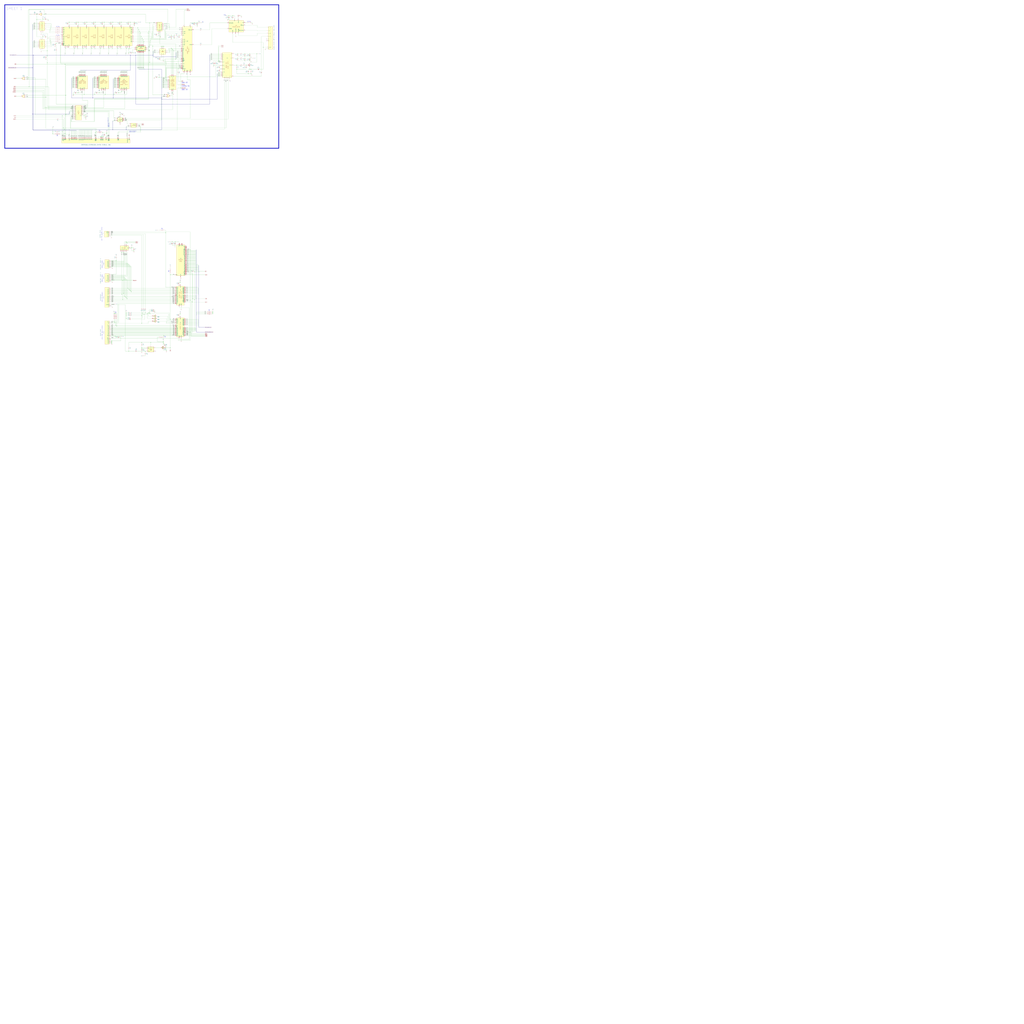
<source format=kicad_sch>
(kicad_sch (version 20211123) (generator eeschema)
  (paper "User" 2999.99 2999.99)
  (title_block (title "Commodore 64 Schematic - #251138") (date "2022-07-03") (rev "1") (company "Commodore Business Machines (CBM)") (comment 1 "For PCB Assy #250407-01") (comment 2 "Original schematic by CBM") (comment 3 "Replication by Omega9380 - July 2022"))
  (lib_symbols
    (symbol "Commodore_64:2114-30L_U6"
      (property "Reference" "U" (at 0 1.27 0))
      (symbol "2114-30L_U6_0_0"
        (text "(D800 - DBFF)" (at 13.97 -20.32 900) (effects (font (size 1.905 1.905))))
        (text "2114-30L" (at 6.35 -20.32 900) (effects (font (size 2.54 2.54))))
        (text "COLOR RAM" (at 10.16 -20.32 900) (effects (font (size 2.54 2.54))))
      )
      (symbol "2114-30L_U6_1_1"
        (pin input line (at -5.08 -19.05 0) (length 5.08) (name "A6") (number "1"))
        (pin input inverted (at 10.16 -45.72 90) (length 5.08) (name "~{WE}") (number "10"))
        (pin bidirectional line (at 6.35 5.08 270) (length 5.08) (name "D3") (number "11"))
        (pin bidirectional line (at 8.89 5.08 270) (length 5.08) (name "D2") (number "12"))
        (pin bidirectional line (at 11.43 5.08 270) (length 5.08) (name "D1") (number "13"))
        (pin bidirectional line (at 13.97 5.08 270) (length 5.08) (name "D0") (number "14"))
        (pin input line (at -5.08 -11.43 0) (length 5.08) (name "A9") (number "15"))
        (pin input line (at -5.08 -13.97 0) (length 5.08) (name "A8") (number "16"))
        (pin input line (at -5.08 -16.51 0) (length 5.08) (name "A7") (number "17"))
        (pin power_in line (at -5.08 -3.81 0) (length 5.08) (name "VCC") (number "18"))
        (pin input line (at -5.08 -21.59 0) (length 5.08) (name "A5") (number "2"))
        (pin input line (at -5.08 -24.13 0) (length 5.08) (name "A4") (number "3"))
        (pin input line (at -5.08 -26.67 0) (length 5.08) (name "A3") (number "4"))
        (pin input line (at -5.08 -34.29 0) (length 5.08) (name "A0") (number "5"))
        (pin input line (at -5.08 -31.75 0) (length 5.08) (name "A1") (number "6"))
        (pin input line (at -5.08 -29.21 0) (length 5.08) (name "A2") (number "7"))
        (pin input inverted (at 7.62 -45.72 90) (length 5.08) (name "~{CS}") (number "8"))
        (pin power_in line (at 12.7 -45.72 90) (length 5.08) (name "GND") (number "9"))
      )
    )
    (symbol "Commodore_64:2332_CHAR_ROM_U5"
      (property "Reference" "U" (at 0 1.27 0))
      (symbol "2332_CHAR_ROM_U5_0_0"
        (text "(D000 - DFFF)" (at 15.24 -25.4 0) (effects (font (size 1.905 1.905))))
        (text "2364A" (at 15.24 -13.97 0) (effects (font (size 2.54 2.54))))
        (text "CHARACTER" (at 15.24 -17.78 0) (effects (font (size 2.54 2.54))))
        (text "ROM" (at 15.24 -21.59 0) (effects (font (size 2.54 2.54))))
      )
      (symbol "2332_CHAR_ROM_U5_1_1"
        (pin input line (at -5.08 -16.51 0) (length 5.08) (name "A7") (number "1"))
        (pin output line (at 21.59 5.08 270) (length 5.08) (name "D1") (number "10"))
        (pin output line (at 19.05 5.08 270) (length 5.08) (name "D2") (number "11"))
        (pin power_in line (at 22.86 -43.18 90) (length 5.08) (name "GND") (number "11"))
        (pin output line (at 16.51 5.08 270) (length 5.08) (name "D3") (number "13"))
        (pin output line (at 13.97 5.08 270) (length 5.08) (name "D4") (number "14"))
        (pin output line (at 11.43 5.08 270) (length 5.08) (name "D5") (number "15"))
        (pin output line (at 8.89 5.08 270) (length 5.08) (name "D6") (number "16"))
        (pin output line (at 6.35 5.08 270) (length 5.08) (name "D7") (number "17"))
        (pin input line (at -5.08 -6.35 0) (length 5.08) (name "A11") (number "18"))
        (pin input line (at -5.08 -8.89 0) (length 5.08) (name "A10") (number "19"))
        (pin input line (at -5.08 -19.05 0) (length 5.08) (name "A6") (number "2"))
        (pin input inverted (at 17.78 -43.18 90) (length 5.08) (name "~{CS_{1}}") (number "20"))
        (pin input line (at 12.7 -43.18 90) (length 5.08) (name "CS_{2}") (number "21"))
        (pin input line (at -5.08 -11.43 0) (length 5.08) (name "A9") (number "22"))
        (pin input line (at -5.08 -13.97 0) (length 5.08) (name "A8") (number "23"))
        (pin input line (at 7.62 -43.18 90) (length 5.08) (name "VCC") (number "24"))
        (pin input line (at -5.08 -21.59 0) (length 5.08) (name "A5") (number "3"))
        (pin input line (at -5.08 -24.13 0) (length 5.08) (name "A4") (number "4"))
        (pin input line (at -5.08 -26.67 0) (length 5.08) (name "A3") (number "5"))
        (pin input line (at -5.08 -29.21 0) (length 5.08) (name "A2") (number "6"))
        (pin input line (at -5.08 -31.75 0) (length 5.08) (name "A1") (number "7"))
        (pin input line (at -5.08 -34.29 0) (length 5.08) (name "A0") (number "8"))
        (pin output line (at 24.13 5.08 270) (length 5.08) (name "D0") (number "9"))
      )
    )
    (symbol "Commodore_64:2364_BASIC_ROM_U3"
      (property "Reference" "U" (at 0 1.27 0))
      (symbol "2364_BASIC_ROM_U3_0_0"
        (text "(A000 - BFFF)" (at 15.24 -21.59 0) (effects (font (size 1.905 1.905))))
        (text "2364A" (at 15.24 -13.97 0) (effects (font (size 2.54 2.54))))
        (text "BASIC ROM" (at 15.24 -17.78 0) (effects (font (size 2.54 2.54))))
      )
      (symbol "2364_BASIC_ROM_U3_1_1"
        (pin input line (at -5.08 -16.51 0) (length 5.08) (name "A7") (number "1"))
        (pin output line (at 21.59 5.08 270) (length 5.08) (name "D1") (number "10"))
        (pin output line (at 19.05 5.08 270) (length 5.08) (name "D2") (number "11"))
        (pin power_in line (at 20.32 -43.18 90) (length 5.08) (name "GND") (number "11"))
        (pin output line (at 16.51 5.08 270) (length 5.08) (name "D3") (number "13"))
        (pin output line (at 13.97 5.08 270) (length 5.08) (name "D4") (number "14"))
        (pin output line (at 11.43 5.08 270) (length 5.08) (name "D5") (number "15"))
        (pin output line (at 8.89 5.08 270) (length 5.08) (name "D6") (number "16"))
        (pin output line (at 6.35 5.08 270) (length 5.08) (name "D7") (number "17"))
        (pin input line (at -5.08 -6.35 0) (length 5.08) (name "A11") (number "18"))
        (pin input line (at -5.08 -8.89 0) (length 5.08) (name "A10") (number "19"))
        (pin input line (at -5.08 -19.05 0) (length 5.08) (name "A6") (number "2"))
        (pin input inverted (at 15.24 -43.18 90) (length 5.08) (name "~{CS}") (number "20"))
        (pin input line (at -5.08 -3.81 0) (length 5.08) (name "A12") (number "21"))
        (pin input line (at -5.08 -11.43 0) (length 5.08) (name "A9") (number "22"))
        (pin input line (at -5.08 -13.97 0) (length 5.08) (name "A8") (number "23"))
        (pin input line (at 10.16 -43.18 90) (length 5.08) (name "VCC") (number "24"))
        (pin input line (at -5.08 -21.59 0) (length 5.08) (name "A5") (number "3"))
        (pin input line (at -5.08 -24.13 0) (length 5.08) (name "A4") (number "4"))
        (pin input line (at -5.08 -26.67 0) (length 5.08) (name "A3") (number "5"))
        (pin input line (at -5.08 -29.21 0) (length 5.08) (name "A2") (number "6"))
        (pin input line (at -5.08 -31.75 0) (length 5.08) (name "A1") (number "7"))
        (pin input line (at -5.08 -34.29 0) (length 5.08) (name "A0") (number "8"))
        (pin output line (at 24.13 5.08 270) (length 5.08) (name "D0") (number "9"))
      )
    )
    (symbol "Commodore_64:2364_KERNAL_ROM_U4"
      (property "Reference" "U" (at 0 1.27 0))
      (symbol "2364_KERNAL_ROM_U4_0_0"
        (text "(E000 - FFFF)" (at 15.24 -21.59 0) (effects (font (size 1.905 1.905))))
        (text "2364A" (at 15.24 -13.97 0) (effects (font (size 2.54 2.54))))
        (text "KERNAL ROM" (at 15.24 -17.78 0) (effects (font (size 2.54 2.54))))
      )
      (symbol "2364_KERNAL_ROM_U4_1_1"
        (pin input line (at -5.08 -16.51 0) (length 5.08) (name "A7") (number "1"))
        (pin output line (at 21.59 5.08 270) (length 5.08) (name "D1") (number "10"))
        (pin output line (at 19.05 5.08 270) (length 5.08) (name "D2") (number "11"))
        (pin power_in line (at 20.32 -43.18 90) (length 5.08) (name "GND") (number "11"))
        (pin output line (at 16.51 5.08 270) (length 5.08) (name "D3") (number "13"))
        (pin output line (at 13.97 5.08 270) (length 5.08) (name "D4") (number "14"))
        (pin output line (at 11.43 5.08 270) (length 5.08) (name "D5") (number "15"))
        (pin output line (at 8.89 5.08 270) (length 5.08) (name "D6") (number "16"))
        (pin output line (at 6.35 5.08 270) (length 5.08) (name "D7") (number "17"))
        (pin input line (at -5.08 -6.35 0) (length 5.08) (name "A11") (number "18"))
        (pin input line (at -5.08 -8.89 0) (length 5.08) (name "A10") (number "19"))
        (pin input line (at -5.08 -19.05 0) (length 5.08) (name "A6") (number "2"))
        (pin input inverted (at 15.24 -43.18 90) (length 5.08) (name "~{CS}") (number "20"))
        (pin input line (at -5.08 -3.81 0) (length 5.08) (name "A12") (number "21"))
        (pin input line (at -5.08 -11.43 0) (length 5.08) (name "A9") (number "22"))
        (pin input line (at -5.08 -13.97 0) (length 5.08) (name "A8") (number "23"))
        (pin input line (at 10.16 -43.18 90) (length 5.08) (name "VCC") (number "24"))
        (pin input line (at -5.08 -21.59 0) (length 5.08) (name "A5") (number "3"))
        (pin input line (at -5.08 -24.13 0) (length 5.08) (name "A4") (number "4"))
        (pin input line (at -5.08 -26.67 0) (length 5.08) (name "A3") (number "5"))
        (pin input line (at -5.08 -29.21 0) (length 5.08) (name "A2") (number "6"))
        (pin input line (at -5.08 -31.75 0) (length 5.08) (name "A1") (number "7"))
        (pin input line (at -5.08 -34.29 0) (length 5.08) (name "A0") (number "8"))
        (pin output line (at 24.13 5.08 270) (length 5.08) (name "D0") (number "9"))
      )
    )
    (symbol "Commodore_64:4066_U16"
      (property "Reference" "U" (at 0 1.27 0))
      (symbol "4066_U16_0_0"
        (text "4066" (at 8.89 -8.89 0) (effects (font (size 1.905 1.905))))
      )
      (symbol "4066_U16_1_1"
        (pin bidirectional line (at -5.08 -5.08 0) (length 5.08) (name "Y_{0}") (number "1"))
        (pin bidirectional line (at 22.86 -12.7 180) (length 5.08) (name "Z_{3}") (number "10"))
        (pin bidirectional line (at -5.08 -12.7 0) (length 5.08) (name "Y_{3}") (number "11"))
        (pin input line (at 7.62 5.08 270) (length 5.08) (name "E_{3}") (number "12"))
        (pin input line (at 5.08 5.08 270) (length 5.08) (name "E_{0}") (number "13"))
        (pin power_in line (at 6.35 -22.86 90) (length 5.08) (name "VDD") (number "14"))
        (pin bidirectional line (at 22.86 -5.08 180) (length 5.08) (name "Z_{0}") (number "2"))
        (pin bidirectional line (at 22.86 -7.62 180) (length 5.08) (name "Z_{1}") (number "3"))
        (pin bidirectional line (at -5.08 -7.62 0) (length 5.08) (name "Y_{1}") (number "4"))
        (pin input line (at 12.7 5.08 270) (length 5.08) (name "E_{1}") (number "5"))
        (pin input line (at 10.16 5.08 270) (length 5.08) (name "E_{2}") (number "6"))
        (pin power_in line (at 11.43 -22.86 90) (length 5.08) (name "GND") (number "7"))
        (pin bidirectional line (at -5.08 -10.16 0) (length 5.08) (name "Y_{2}") (number "8"))
        (pin bidirectional line (at 22.86 -10.16 180) (length 5.08) (name "Z_{2}") (number "9"))
      )
    )
    (symbol "Commodore_64:4066_U28"
      (property "Reference" "U" (at 0 1.27 0))
      (symbol "4066_U28_0_0"
        (text "4066" (at 6.35 -12.7 900) (effects (font (size 1.905 1.905))))
      )
      (symbol "4066_U28_1_1"
        (pin bidirectional line (at -5.08 -12.7 0) (length 5.08) (name "Y_{0}") (number "1"))
        (pin bidirectional line (at 17.78 -20.32 180) (length 5.08) (name "Z_{3}") (number "10"))
        (pin bidirectional line (at -5.08 -20.32 0) (length 5.08) (name "Y_{3}") (number "11"))
        (pin input line (at -5.08 -10.16 0) (length 5.08) (name "E_{3}") (number "12"))
        (pin input line (at -5.08 -2.54 0) (length 5.08) (name "E_{0}") (number "13"))
        (pin power_in line (at 7.62 -30.48 90) (length 5.08) (name "VDD") (number "14"))
        (pin bidirectional line (at 17.78 -12.7 180) (length 5.08) (name "Z_{0}") (number "2"))
        (pin bidirectional line (at 17.78 -15.24 180) (length 5.08) (name "Z_{1}") (number "3"))
        (pin bidirectional line (at -5.08 -15.24 0) (length 5.08) (name "Y_{1}") (number "4"))
        (pin input line (at -5.08 -5.08 0) (length 5.08) (name "E_{1}") (number "5"))
        (pin input line (at -5.08 -7.62 0) (length 5.08) (name "E_{2}") (number "6"))
        (pin power_in line (at 5.08 -30.48 90) (length 5.08) (name "GND") (number "7"))
        (pin bidirectional line (at -5.08 -17.78 0) (length 5.08) (name "Y_{2}") (number "8"))
        (pin bidirectional line (at 17.78 -17.78 180) (length 5.08) (name "Z_{2}") (number "9"))
      )
    )
    (symbol "Commodore_64:4146_U9..U12,U21..U24"
      (property "Reference" "U" (at 0 1.27 0))
      (property "Value" "4146_U9..U12,U21..U24" (at 0 3.175 0))
      (symbol "4146_U9..U12,U21..U24_0_0"
        (text "4164-2" (at 20.32 -27.94 0) (effects (font (size 2.54 2.54)) (justify right)))
        (text "4164-2" (at 45.72 -27.94 0) (effects (font (size 2.54 2.54)) (justify right)))
        (text "4164-2" (at 71.12 -27.94 0) (effects (font (size 2.54 2.54)) (justify right)))
        (text "4164-2" (at 96.52 -27.94 0) (effects (font (size 2.54 2.54)) (justify right)))
        (text "4164-2" (at 121.92 -27.94 0) (effects (font (size 2.54 2.54)) (justify right)))
        (text "4164-2" (at 147.32 -27.94 0) (effects (font (size 2.54 2.54)) (justify right)))
        (text "4164-2" (at 172.72 -27.94 0) (effects (font (size 2.54 2.54)) (justify right)))
        (text "4164-2" (at 198.12 -27.94 0) (effects (font (size 2.54 2.54)) (justify right)))
        (text "RAM" (at 20.32 -31.75 0) (effects (font (size 2.54 2.54)) (justify right)))
        (text "RAM" (at 45.72 -31.75 0) (effects (font (size 2.54 2.54)) (justify right)))
        (text "RAM" (at 71.12 -31.75 0) (effects (font (size 2.54 2.54)) (justify right)))
        (text "RAM" (at 96.52 -31.75 0) (effects (font (size 2.54 2.54)) (justify right)))
        (text "RAM" (at 121.92 -31.75 0) (effects (font (size 2.54 2.54)) (justify right)))
        (text "RAM" (at 147.32 -31.75 0) (effects (font (size 2.54 2.54)) (justify right)))
        (text "RAM" (at 172.72 -31.75 0) (effects (font (size 2.54 2.54)) (justify right)))
        (text "RAM" (at 198.12 -31.75 0) (effects (font (size 2.54 2.54)) (justify right)))
        (text "U10" (at 121.92 -24.13 0) (effects (font (size 2.54 2.54)) (justify right)))
        (text "U11" (at 71.12 -24.13 0) (effects (font (size 2.54 2.54)) (justify right)))
        (text "U12" (at 20.32 -24.13 0) (effects (font (size 2.54 2.54)) (justify right)))
        (text "U21" (at 198.12 -24.13 0) (effects (font (size 2.54 2.54)) (justify right)))
        (text "U22" (at 147.32 -24.13 0) (effects (font (size 2.54 2.54)) (justify right)))
        (text "U23" (at 96.52 -24.13 0) (effects (font (size 2.54 2.54)) (justify right)))
        (text "U24" (at 45.72 -24.13 0) (effects (font (size 2.54 2.54)) (justify right)))
        (text "U9" (at 172.72 -24.13 0) (effects (font (size 2.54 2.54)) (justify right)))
      )
      (symbol "4146_U9..U12,U21..U24_1_0"
        (pin no_connect non_logic (at -5.08 -22.86 0) (length 5.08) (name "NC") (number "1"))
        (pin bidirectional line (at -5.08 -12.7 0) (length 5.08) (name "MA5") (number "10"))
        (pin bidirectional line (at 208.28 -12.7 180) (length 5.08) (name "MA5") (number "10"))
        (pin bidirectional line (at -5.08 -17.78 0) (length 5.08) (name "MA4") (number "11"))
        (pin bidirectional line (at 208.28 -17.78 180) (length 5.08) (name "MA4") (number "11"))
        (pin bidirectional line (at -5.08 -27.94 0) (length 5.08) (name "MA3") (number "12"))
        (pin bidirectional line (at 208.28 -27.94 180) (length 5.08) (name "MA3") (number "12"))
        (pin bidirectional line (at -5.08 -7.62 0) (length 5.08) (name "MA6") (number "13"))
        (pin bidirectional line (at 208.28 -7.62 180) (length 5.08) (name "MA6") (number "13"))
        (pin output line (at 7.62 -60.96 90) (length 5.08) (name "D_{O}") (number "14"))
        (pin output line (at 33.02 -60.96 90) (length 5.08) (name "D_{O}") (number "14"))
        (pin output line (at 58.42 -60.96 90) (length 5.08) (name "D_{O}") (number "14"))
        (pin output line (at 83.82 -60.96 90) (length 5.08) (name "D_{O}") (number "14"))
        (pin output line (at 109.22 -60.96 90) (length 5.08) (name "D_{O}") (number "14"))
        (pin output line (at 134.62 -60.96 90) (length 5.08) (name "D_{O}") (number "14"))
        (pin output line (at 160.02 -60.96 90) (length 5.08) (name "D_{O}") (number "14"))
        (pin output line (at 185.42 -60.96 90) (length 5.08) (name "D_{O}") (number "14"))
        (pin input inverted (at -5.08 -48.26 0) (length 5.08) (name "~{CAS}") (number "15"))
        (pin power_in line (at 17.78 -60.96 90) (length 5.08) (name "VSS") (number "16"))
        (pin power_in line (at 43.18 -60.96 90) (length 5.08) (name "VSS") (number "16"))
        (pin power_in line (at 68.58 -60.96 90) (length 5.08) (name "VSS") (number "16"))
        (pin power_in line (at 93.98 -60.96 90) (length 5.08) (name "VSS") (number "16"))
        (pin power_in line (at 119.38 -60.96 90) (length 5.08) (name "VSS") (number "16"))
        (pin power_in line (at 144.78 -60.96 90) (length 5.08) (name "VSS") (number "16"))
        (pin power_in line (at 170.18 -60.96 90) (length 5.08) (name "VSS") (number "16"))
        (pin power_in line (at 195.58 -60.96 90) (length 5.08) (name "VSS") (number "16"))
        (pin input line (at 12.7 -60.96 90) (length 5.08) (name "D_{I}") (number "2"))
        (pin input line (at 38.1 -60.96 90) (length 5.08) (name "D_{I}") (number "2"))
        (pin input line (at 63.5 -60.96 90) (length 5.08) (name "D_{I}") (number "2"))
        (pin input line (at 88.9 -60.96 90) (length 5.08) (name "D_{I}") (number "2"))
        (pin input line (at 114.3 -60.96 90) (length 5.08) (name "D_{I}") (number "2"))
        (pin input line (at 139.7 -60.96 90) (length 5.08) (name "D_{I}") (number "2"))
        (pin input line (at 165.1 -60.96 90) (length 5.08) (name "D_{I}") (number "2"))
        (pin input line (at 190.5 -60.96 90) (length 5.08) (name "D_{I}") (number "2"))
        (pin input inverted (at -5.08 -50.8 0) (length 5.08) (name "~{WE}") (number "3"))
        (pin input inverted (at -5.08 -53.34 0) (length 5.08) (name "~{RAS}") (number "4"))
        (pin bidirectional line (at -5.08 -43.18 0) (length 5.08) (name "MA0") (number "5"))
        (pin bidirectional line (at 208.28 -43.18 180) (length 5.08) (name "MA0") (number "5"))
        (pin bidirectional line (at -5.08 -33.02 0) (length 5.08) (name "MA2") (number "6"))
        (pin bidirectional line (at 208.28 -33.02 180) (length 5.08) (name "MA2") (number "6"))
        (pin bidirectional line (at -5.08 -38.1 0) (length 5.08) (name "MA1") (number "7"))
        (pin bidirectional line (at 208.28 -38.1 180) (length 5.08) (name "MA1") (number "7"))
        (pin power_in line (at 19.05 5.08 270) (length 5.08) (name "VCC") (number "8"))
        (pin power_in line (at 44.45 5.08 270) (length 5.08) (name "VCC") (number "8"))
        (pin power_in line (at 69.85 5.08 270) (length 5.08) (name "VCC") (number "8"))
        (pin power_in line (at 95.25 5.08 270) (length 5.08) (name "VCC") (number "8"))
        (pin power_in line (at 120.65 5.08 270) (length 5.08) (name "VCC") (number "8"))
        (pin power_in line (at 146.05 5.08 270) (length 5.08) (name "VCC") (number "8"))
        (pin power_in line (at 171.45 5.08 270) (length 5.08) (name "VCC") (number "8"))
        (pin power_in line (at 196.85 5.08 270) (length 5.08) (name "VCC") (number "8"))
        (pin bidirectional line (at -5.08 -2.54 0) (length 5.08) (name "MA7") (number "9"))
        (pin bidirectional line (at 208.28 -2.54 180) (length 5.08) (name "MA7") (number "9"))
      )
    )
    (symbol "Commodore_64:6510_MPU_U7"
      (property "Reference" "U" (at 0 1.27 0))
      (symbol "6510_MPU_U7_0_0"
        (text "6501A" (at 12.7 -43.18 0) (effects (font (size 2.54 2.54))))
        (text "MPU" (at 12.7 -48.26 0) (effects (font (size 2.54 2.54))))
      )
      (symbol "6510_MPU_U7_1_1"
        (pin input clock (at 30.48 -82.55 180) (length 5.08) (name "ɸ1") (number "1"))
        (pin input line (at 30.48 -46.99 180) (length 5.08) (name "A3") (number "10"))
        (pin input line (at 30.48 -44.45 180) (length 5.08) (name "A4") (number "11"))
        (pin input line (at 30.48 -41.91 180) (length 5.08) (name "A5") (number "12"))
        (pin input line (at 30.48 -39.37 180) (length 5.08) (name "A6") (number "13"))
        (pin input line (at 30.48 -36.83 180) (length 5.08) (name "A7") (number "14"))
        (pin input line (at 30.48 -34.29 180) (length 5.08) (name "A8") (number "15"))
        (pin input line (at 30.48 -31.75 180) (length 5.08) (name "A9") (number "16"))
        (pin input line (at 30.48 -29.21 180) (length 5.08) (name "A10") (number "17"))
        (pin input line (at 30.48 -26.67 180) (length 5.08) (name "A11") (number "18"))
        (pin input line (at 30.48 -24.13 180) (length 5.08) (name "A12") (number "19"))
        (pin input line (at 30.48 -87.63 180) (length 5.08) (name "RDY") (number "2"))
        (pin input line (at 30.48 -21.59 180) (length 5.08) (name "A13") (number "20"))
        (pin power_in line (at 12.7 -95.25 90) (length 5.08) (name "GND") (number "21"))
        (pin input line (at 30.48 -19.05 180) (length 5.08) (name "A14") (number "22"))
        (pin input line (at 30.48 -16.51 180) (length 5.08) (name "A15") (number "23"))
        (pin bidirectional line (at 17.78 5.08 270) (length 5.08) (name "P5") (number "24"))
        (pin bidirectional line (at 15.24 5.08 270) (length 5.08) (name "P4") (number "25"))
        (pin bidirectional line (at 10.16 5.08 270) (length 5.08) (name "P3") (number "26"))
        (pin bidirectional line (at 30.48 -11.43 180) (length 5.08) (name "P2") (number "27"))
        (pin bidirectional line (at 30.48 -8.89 180) (length 5.08) (name "P1") (number "28"))
        (pin bidirectional line (at 30.48 -6.35 180) (length 5.08) (name "P0") (number "29"))
        (pin input inverted (at 30.48 -85.09 180) (length 5.08) (name "~{IRQ}") (number "3"))
        (pin bidirectional line (at 30.48 -57.15 180) (length 5.08) (name "D7") (number "30"))
        (pin bidirectional line (at 30.48 -59.69 180) (length 5.08) (name "D6") (number "31"))
        (pin bidirectional line (at 30.48 -62.23 180) (length 5.08) (name "D5") (number "32"))
        (pin bidirectional line (at 30.48 -64.77 180) (length 5.08) (name "D4") (number "33"))
        (pin bidirectional line (at 30.48 -67.31 180) (length 5.08) (name "D3") (number "34"))
        (pin bidirectional line (at 30.48 -69.85 180) (length 5.08) (name "D2") (number "35"))
        (pin bidirectional line (at 30.48 -72.39 180) (length 5.08) (name "D1") (number "36"))
        (pin bidirectional line (at 30.48 -74.93 180) (length 5.08) (name "D0") (number "37"))
        (pin output line (at 30.48 -80.01 180) (length 5.08) (name "R/~{W}") (number "38"))
        (pin output clock (at 30.48 -77.47 180) (length 5.08) (name "ɸ2") (number "39"))
        (pin input inverted (at -5.08 -87.63 0) (length 5.08) (name "~{NMI}") (number "4"))
        (pin input inverted (at 30.48 -13.97 180) (length 5.08) (name "~{RES}") (number "40"))
        (pin input line (at 30.48 -3.81 180) (length 5.08) (name "AEC") (number "5"))
        (pin power_in line (at 7.62 5.08 270) (length 5.08) (name "VCC") (number "6"))
        (pin input line (at 30.48 -54.61 180) (length 5.08) (name "A0") (number "7"))
        (pin input line (at 30.48 -52.07 180) (length 5.08) (name "A1") (number "8"))
        (pin input line (at 30.48 -49.53 180) (length 5.08) (name "A2") (number "9"))
      )
    )
    (symbol "Commodore_64:6526_CIA_U1"
      (property "Reference" "U" (at 0 1.27 0))
      (symbol "6526_CIA_U1_0_0"
        (text "(DC00 - DCFF)" (at 13.97 -25.4 900) (effects (font (size 1.905 1.905))))
        (text "6526 CIA" (at 8.89 -25.4 900) (effects (font (size 2.54 2.54))))
      )
      (symbol "6526_CIA_U1_1_1"
        (pin power_in line (at 13.97 -60.96 90) (length 5.08) (name "GND") (number "1"))
        (pin bidirectional line (at -5.08 -29.21 0) (length 5.08) (name "PB0") (number "10"))
        (pin bidirectional line (at -5.08 -31.75 0) (length 5.08) (name "PB1") (number "11"))
        (pin bidirectional line (at -5.08 -34.29 0) (length 5.08) (name "PB2") (number "12"))
        (pin bidirectional line (at -5.08 -36.83 0) (length 5.08) (name "PB3") (number "13"))
        (pin bidirectional line (at -5.08 -39.37 0) (length 5.08) (name "PB4") (number "14"))
        (pin bidirectional line (at -5.08 -41.91 0) (length 5.08) (name "PB5") (number "15"))
        (pin bidirectional line (at -5.08 -44.45 0) (length 5.08) (name "PB6") (number "16"))
        (pin bidirectional line (at -5.08 -46.99 0) (length 5.08) (name "PB7") (number "17"))
        (pin output inverted (at -5.08 -26.67 0) (length 5.08) (name "~{PC}") (number "18"))
        (pin input clock (at 8.89 -60.96 90) (length 5.08) (name "TOD") (number "19"))
        (pin bidirectional line (at -5.08 -6.35 0) (length 5.08) (name "PA0") (number "2"))
        (pin power_in line (at 11.43 5.08 270) (length 5.08) (name "VCC") (number "20"))
        (pin output inverted (at 27.94 -36.83 180) (length 5.08) (name "~{IRQ}") (number "21"))
        (pin input line (at 27.94 -44.45 180) (length 5.08) (name "R/~{W}") (number "22"))
        (pin input inverted (at 27.94 -46.99 180) (length 5.08) (name "~{CS}") (number "23"))
        (pin input inverted (at -5.08 -3.81 0) (length 5.08) (name "~{FLAG}") (number "24"))
        (pin input clock (at 27.94 -39.37 180) (length 5.08) (name "ɸ2") (number "25"))
        (pin bidirectional line (at 27.94 -3.81 180) (length 5.08) (name "DB7") (number "26"))
        (pin bidirectional line (at 27.94 -6.35 180) (length 5.08) (name "DB6") (number "27"))
        (pin bidirectional line (at 27.94 -8.89 180) (length 5.08) (name "DB5") (number "28"))
        (pin bidirectional line (at 27.94 -11.43 180) (length 5.08) (name "DB4") (number "29"))
        (pin bidirectional line (at -5.08 -8.89 0) (length 5.08) (name "PA1") (number "3"))
        (pin bidirectional line (at 27.94 -13.97 180) (length 5.08) (name "DB3") (number "30"))
        (pin bidirectional line (at 27.94 -16.51 180) (length 5.08) (name "DB2") (number "31"))
        (pin bidirectional line (at 27.94 -19.05 180) (length 5.08) (name "DB1") (number "32"))
        (pin bidirectional line (at 27.94 -21.59 180) (length 5.08) (name "DB0") (number "33"))
        (pin input inverted (at 27.94 -41.91 180) (length 5.08) (name "~{RES}") (number "34"))
        (pin input line (at 27.94 -26.67 180) (length 5.08) (name "RS3") (number "35"))
        (pin input line (at 27.94 -29.21 180) (length 5.08) (name "RS2") (number "36"))
        (pin input line (at 27.94 -31.75 180) (length 5.08) (name "RS1") (number "37"))
        (pin input line (at 27.94 -34.29 180) (length 5.08) (name "RS0") (number "38"))
        (pin bidirectional line (at -5.08 -52.07 0) (length 5.08) (name "SP") (number "39"))
        (pin bidirectional line (at -5.08 -11.43 0) (length 5.08) (name "PA2") (number "4"))
        (pin input line (at -5.08 -49.53 0) (length 5.08) (name "CNT") (number "40"))
        (pin bidirectional line (at -5.08 -13.97 0) (length 5.08) (name "PA3") (number "5"))
        (pin bidirectional line (at -5.08 -16.51 0) (length 5.08) (name "PA4") (number "6"))
        (pin bidirectional line (at -5.08 -19.05 0) (length 5.08) (name "PA5") (number "7"))
        (pin bidirectional line (at -5.08 -21.59 0) (length 5.08) (name "PA6") (number "8"))
        (pin bidirectional line (at -5.08 -24.13 0) (length 5.08) (name "PA7") (number "9"))
      )
    )
    (symbol "Commodore_64:6526_CIA_U2"
      (property "Reference" "U" (at 0 1.27 0))
      (symbol "6526_CIA_U2_0_0"
        (text "6526 CIA" (at 11.43 -25.4 900) (effects (font (size 2.54 2.54))))
      )
      (symbol "6526_CIA_U2_1_1"
        (pin power_in line (at 13.97 -60.96 90) (length 5.08) (name "GND") (number "1"))
        (pin bidirectional line (at -5.08 -31.75 0) (length 5.08) (name "PB0") (number "10"))
        (pin bidirectional line (at -5.08 -34.29 0) (length 5.08) (name "PB1") (number "11"))
        (pin bidirectional line (at -5.08 -36.83 0) (length 5.08) (name "PB2") (number "12"))
        (pin bidirectional line (at -5.08 -39.37 0) (length 5.08) (name "PB3") (number "13"))
        (pin bidirectional line (at -5.08 -41.91 0) (length 5.08) (name "PB4") (number "14"))
        (pin bidirectional line (at -5.08 -44.45 0) (length 5.08) (name "PB5") (number "15"))
        (pin bidirectional line (at -5.08 -46.99 0) (length 5.08) (name "PB6") (number "16"))
        (pin bidirectional line (at -5.08 -49.53 0) (length 5.08) (name "PB7") (number "17"))
        (pin output inverted (at -5.08 -26.67 0) (length 5.08) (name "~{PC}") (number "18"))
        (pin input clock (at 8.89 -60.96 90) (length 5.08) (name "TOD") (number "19"))
        (pin bidirectional line (at 27.94 -46.99 180) (length 5.08) (name "PA0") (number "2"))
        (pin power_in line (at 11.43 5.08 270) (length 5.08) (name "VCC") (number "20"))
        (pin output inverted (at -5.08 -3.81 0) (length 5.08) (name "~{IRQ}") (number "21"))
        (pin input line (at 27.94 -44.45 180) (length 5.08) (name "R/~{W}") (number "22"))
        (pin input inverted (at 27.94 -52.07 180) (length 5.08) (name "~{CS}") (number "23"))
        (pin input inverted (at -5.08 -52.07 0) (length 5.08) (name "~{FLAG}") (number "24"))
        (pin input clock (at 27.94 -39.37 180) (length 5.08) (name "ɸ2") (number "25"))
        (pin bidirectional line (at 27.94 -3.81 180) (length 5.08) (name "DB7") (number "26"))
        (pin bidirectional line (at 27.94 -6.35 180) (length 5.08) (name "DB6") (number "27"))
        (pin bidirectional line (at 27.94 -8.89 180) (length 5.08) (name "DB5") (number "28"))
        (pin bidirectional line (at 27.94 -11.43 180) (length 5.08) (name "DB4") (number "29"))
        (pin bidirectional line (at 27.94 -49.53 180) (length 5.08) (name "PA1") (number "3"))
        (pin bidirectional line (at 27.94 -13.97 180) (length 5.08) (name "DB3") (number "30"))
        (pin bidirectional line (at 27.94 -16.51 180) (length 5.08) (name "DB2") (number "31"))
        (pin bidirectional line (at 27.94 -19.05 180) (length 5.08) (name "DB1") (number "32"))
        (pin bidirectional line (at 27.94 -21.59 180) (length 5.08) (name "DB0") (number "33"))
        (pin input inverted (at 27.94 -41.91 180) (length 5.08) (name "~{RES}") (number "34"))
        (pin input line (at 27.94 -29.21 180) (length 5.08) (name "RS3") (number "35"))
        (pin input line (at 27.94 -31.75 180) (length 5.08) (name "RS2") (number "36"))
        (pin input line (at 27.94 -34.29 180) (length 5.08) (name "RS1") (number "37"))
        (pin input line (at 27.94 -36.83 180) (length 5.08) (name "RS0") (number "38"))
        (pin bidirectional line (at -5.08 -24.13 0) (length 5.08) (name "SP") (number "39"))
        (pin bidirectional line (at -5.08 -29.21 0) (length 5.08) (name "PA2") (number "4"))
        (pin input line (at -5.08 -21.59 0) (length 5.08) (name "CNT") (number "40"))
        (pin bidirectional line (at -5.08 -16.51 0) (length 5.08) (name "PA3") (number "5"))
        (pin bidirectional line (at -5.08 -13.97 0) (length 5.08) (name "PA4") (number "6"))
        (pin bidirectional line (at -5.08 -11.43 0) (length 5.08) (name "PA5") (number "7"))
        (pin bidirectional line (at -5.08 -8.89 0) (length 5.08) (name "PA6") (number "8"))
        (pin bidirectional line (at -5.08 -6.35 0) (length 5.08) (name "PA7") (number "9"))
      )
    )
    (symbol "Commodore_64:6567_U19"
      (property "Reference" "U" (at 0 1.27 0))
      (symbol "6567_U19_0_0"
        (text "(D000 - D3FF)" (at 14.605 -69.215 900) (effects (font (size 1.905 1.905))))
        (text "SEE NOTE 6" (at 18.415 -69.215 900) (effects (font (size 1.27 1.27))))
        (text "VIC" (at 10.795 -69.215 900) (effects (font (size 2.54 2.54))))
      )
      (symbol "6567_U19_1_1"
        (pin bidirectional line (at -5.08 -76.2 0) (length 5.08) (name "D6") (number "1"))
        (pin input inverted (at 13.97 -135.89 90) (length 5.08) (name "~{CS}") (number "10"))
        (pin input line (at -5.08 -109.22 0) (length 5.08) (name "R/~{W}") (number "11"))
        (pin output line (at -5.08 -104.14 0) (length 5.08) (name "BA") (number "12"))
        (pin power_in line (at -5.08 -25.4 0) (length 5.08) (name "VDD") (number "13"))
        (pin output line (at 33.02 -53.34 180) (length 5.08) (name "COLOR") (number "14"))
        (pin output line (at 33.02 -10.16 180) (length 5.08) (name "SYNC/LUM") (number "15"))
        (pin output line (at -5.08 -58.42 0) (length 5.08) (name "AEC") (number "16"))
        (pin output clock (at -5.08 -99.06 0) (length 5.08) (name "ɸ0_{OUT}") (number "17"))
        (pin output inverted (at -5.08 -93.98 0) (length 5.08) (name "~{RAS}") (number "18"))
        (pin output inverted (at -5.08 -96.52 0) (length 5.08) (name "~{CAS}") (number "19"))
        (pin bidirectional line (at -5.08 -78.74 0) (length 5.08) (name "D5") (number "2"))
        (pin power_in line (at 22.86 -135.89 90) (length 5.08) (name "GND") (number "20"))
        (pin output clock (at -5.08 -124.46 0) (length 5.08) (name "ɸCOLOR") (number "21"))
        (pin input clock (at 5.08 -135.89 90) (length 5.08) (name "ɸ_{IN}") (number "22"))
        (pin bidirectional line (at -5.08 -114.3 0) (length 5.08) (name "A11") (number "23"))
        (pin bidirectional line (at -5.08 -53.34 0) (length 5.08) (name "A0/A8") (number "24"))
        (pin bidirectional line (at -5.08 -48.26 0) (length 5.08) (name "A1/A9") (number "25"))
        (pin bidirectional line (at -5.08 -43.18 0) (length 5.08) (name "A2/A10") (number "26"))
        (pin bidirectional line (at -5.08 -38.1 0) (length 5.08) (name "A3/A11") (number "27"))
        (pin bidirectional line (at -5.08 -20.32 0) (length 5.08) (name "A4/A12") (number "28"))
        (pin bidirectional line (at -5.08 -15.24 0) (length 5.08) (name "A5/A13") (number "29"))
        (pin bidirectional line (at -5.08 -81.28 0) (length 5.08) (name "D4") (number "3"))
        (pin bidirectional line (at -5.08 -10.16 0) (length 5.08) (name "A6") (number "30"))
        (pin bidirectional line (at -5.08 -5.08 0) (length 5.08) (name "A7") (number "31"))
        (pin bidirectional line (at -5.08 -121.92 0) (length 5.08) (name "A8") (number "32"))
        (pin bidirectional line (at -5.08 -119.38 0) (length 5.08) (name "A9") (number "33"))
        (pin bidirectional line (at -5.08 -116.84 0) (length 5.08) (name "A10") (number "34"))
        (pin bidirectional line (at -5.08 -63.5 0) (length 5.08) (name "D11") (number "35"))
        (pin bidirectional line (at -5.08 -66.04 0) (length 5.08) (name "D10") (number "36"))
        (pin bidirectional line (at -5.08 -68.58 0) (length 5.08) (name "D9") (number "37"))
        (pin bidirectional line (at -5.08 -71.12 0) (length 5.08) (name "D8") (number "38"))
        (pin bidirectional line (at -5.08 -73.66 0) (length 5.08) (name "D7") (number "39"))
        (pin bidirectional line (at -5.08 -83.82 0) (length 5.08) (name "D3") (number "4"))
        (pin power_in line (at 22.86 5.08 270) (length 5.08) (name "VCC") (number "40"))
        (pin bidirectional line (at -5.08 -86.36 0) (length 5.08) (name "D2") (number "5"))
        (pin bidirectional line (at -5.08 -88.9 0) (length 5.08) (name "D1") (number "6"))
        (pin bidirectional line (at -5.08 -91.44 0) (length 5.08) (name "D0") (number "7"))
        (pin output inverted (at -5.08 -101.6 0) (length 5.08) (name "~{IRQ}") (number "8"))
        (pin input line (at 5.08 5.08 270) (length 5.08) (name "LP") (number "9"))
      )
    )
    (symbol "Commodore_64:6581_SID_U18"
      (property "Reference" "U" (at 0 1.27 0))
      (symbol "6581_SID_U18_0_0"
        (text "(D400 - D7FF)" (at 16.51 -36.83 900) (effects (font (size 1.905 1.905))))
        (text "6581 SID" (at 11.43 -36.83 900) (effects (font (size 2.54 2.54))))
      )
      (symbol "6581_SID_U18_1_1"
        (pin passive line (at -5.08 -39.37 0) (length 5.08) (name "CAP_{1A}") (number "1"))
        (pin input line (at -5.08 -67.31 0) (length 5.08) (name "A1") (number "10"))
        (pin input line (at -5.08 -64.77 0) (length 5.08) (name "A2") (number "11"))
        (pin input line (at -5.08 -62.23 0) (length 5.08) (name "A3") (number "12"))
        (pin input line (at -5.08 -59.69 0) (length 5.08) (name "A4") (number "13"))
        (pin power_in line (at 21.59 -78.74 90) (length 5.08) (name "GND") (number "14"))
        (pin bidirectional line (at -5.08 -21.59 0) (length 5.08) (name "D0") (number "15"))
        (pin bidirectional line (at -5.08 -19.05 0) (length 5.08) (name "D1") (number "16"))
        (pin bidirectional line (at -5.08 -16.51 0) (length 5.08) (name "D2") (number "17"))
        (pin bidirectional line (at -5.08 -13.97 0) (length 5.08) (name "D3") (number "18"))
        (pin bidirectional line (at -5.08 -11.43 0) (length 5.08) (name "D4") (number "19"))
        (pin passive line (at -5.08 -46.99 0) (length 5.08) (name "CAP_{1B}") (number "2"))
        (pin bidirectional line (at -5.08 -8.89 0) (length 5.08) (name "D5") (number "20"))
        (pin bidirectional line (at -5.08 -6.35 0) (length 5.08) (name "D6") (number "21"))
        (pin bidirectional line (at -5.08 -3.81 0) (length 5.08) (name "D7") (number "22"))
        (pin input line (at -5.08 -26.67 0) (length 5.08) (name "POT_{X}") (number "23"))
        (pin input line (at -5.08 -29.21 0) (length 5.08) (name "POT_{Y}") (number "24"))
        (pin power_in line (at 33.02 -16.51 180) (length 5.08) (name "VCC") (number "25"))
        (pin input line (at 33.02 -69.85 180) (length 5.08) (name "EXT_{IN}") (number "26"))
        (pin output line (at 33.02 -36.83 180) (length 5.08) (name "AUD_{OUT}") (number "27"))
        (pin power_in line (at 33.02 -3.81 180) (length 5.08) (name "VDD") (number "28"))
        (pin passive line (at -5.08 -49.53 0) (length 5.08) (name "CAP_{2A}") (number "3"))
        (pin passive line (at -5.08 -57.15 0) (length 5.08) (name "CAP_{2B}") (number "4"))
        (pin input inverted (at 11.43 -78.74 90) (length 5.08) (name "~{RES}") (number "5"))
        (pin input clock (at 6.35 -78.74 90) (length 5.08) (name "ɸ2") (number "6"))
        (pin input line (at -5.08 -36.83 0) (length 5.08) (name "R/~{W}") (number "7"))
        (pin input inverted (at 16.51 -78.74 90) (length 5.08) (name "~{CS}") (number "8"))
        (pin input line (at -5.08 -69.85 0) (length 5.08) (name "A0") (number "9"))
      )
    )
    (symbol "Commodore_64:7406_U8" (pin_names (offset 1.016))
      (property "Reference" "U" (at -6.985 8.255 0))
      (property "Value" "7406_U8" (at -6.985 10.795 0))
      (symbol "7406_U8_1_0"
        (pin input line (at -7.62 0 0) (length 3.81) (name "~") (number "1"))
        (pin open_collector inverted (at 7.62 0 180) (length 3.81) (name "~") (number "2"))
      )
      (symbol "7406_U8_2_0"
        (pin input line (at -7.62 0 0) (length 3.81) (name "~") (number "3"))
        (pin open_collector inverted (at 7.62 0 180) (length 3.81) (name "~") (number "4"))
      )
      (symbol "7406_U8_3_0"
        (pin power_in line (at 0 5.08 270) (length 2.54) (name "~") (number "14"))
        (pin input line (at -7.62 0 0) (length 3.81) (name "~") (number "5"))
        (pin open_collector inverted (at 7.62 0 180) (length 3.81) (name "~") (number "6"))
        (pin power_in line (at 0 -5.08 90) (length 2.54) (name "~") (number "7"))
      )
      (symbol "7406_U8_4_0"
        (pin open_collector inverted (at 7.62 0 180) (length 3.81) (name "~") (number "8"))
        (pin input line (at -7.62 0 0) (length 3.81) (name "~") (number "9"))
      )
      (symbol "7406_U8_5_0"
        (pin open_collector inverted (at 7.62 0 180) (length 3.81) (name "~") (number "10"))
        (pin input line (at -7.62 0 0) (length 3.81) (name "~") (number "11"))
      )
      (symbol "7406_U8_6_0"
        (pin open_collector inverted (at 7.62 0 180) (length 3.81) (name "~") (number "12"))
        (pin input line (at -7.62 0 0) (length 3.81) (name "~") (number "13"))
      )
    )
    (symbol "Commodore_64:74LS08_U27" (pin_names (offset 1.016))
      (property "Reference" "U" (at 0 1.27 0))
      (property "Value" "74LS08_U27" (at 0 -1.27 0))
      (symbol "74LS08_U27_1_1"
        (pin input line (at -7.62 2.54 0) (length 3.81) (name "~") (number "1"))
        (pin input line (at -7.62 -2.54 0) (length 3.81) (name "~") (number "2"))
        (pin output line (at 7.62 0 180) (length 3.81) (name "~") (number "3"))
      )
      (symbol "74LS08_U27_1_2"
        (pin input inverted (at -7.62 2.54 0) (length 4.318) (name "~") (number "1"))
        (pin input inverted (at -7.62 -2.54 0) (length 4.318) (name "~") (number "2"))
        (pin output inverted (at 7.62 0 180) (length 3.81) (name "~") (number "3"))
      )
      (symbol "74LS08_U27_2_1"
        (pin input line (at -7.62 2.54 0) (length 3.81) (name "~") (number "4"))
        (pin input line (at -7.62 -2.54 0) (length 3.81) (name "~") (number "5"))
        (pin output line (at 7.62 0 180) (length 3.81) (name "~") (number "6"))
      )
      (symbol "74LS08_U27_2_2"
        (pin input inverted (at -7.62 2.54 0) (length 4.318) (name "~") (number "4"))
        (pin input inverted (at -7.62 -2.54 0) (length 4.318) (name "~") (number "5"))
        (pin output inverted (at 7.62 0 180) (length 3.81) (name "~") (number "6"))
      )
      (symbol "74LS08_U27_3_1"
        (pin input line (at -7.62 -2.54 0) (length 3.81) (name "~") (number "10"))
        (pin output line (at 7.62 0 180) (length 3.81) (name "~") (number "8"))
        (pin input line (at -7.62 2.54 0) (length 3.81) (name "~") (number "9"))
      )
      (symbol "74LS08_U27_3_2"
        (pin input inverted (at -7.62 -2.54 0) (length 4.318) (name "~") (number "10"))
        (pin output inverted (at 7.62 0 180) (length 3.81) (name "~") (number "8"))
        (pin input inverted (at -7.62 2.54 0) (length 4.318) (name "~") (number "9"))
      )
      (symbol "74LS08_U27_4_1"
        (pin output line (at 7.62 0 180) (length 3.81) (name "~") (number "11"))
        (pin input line (at -7.62 2.54 0) (length 3.81) (name "~") (number "12"))
        (pin input line (at -7.62 -2.54 0) (length 3.81) (name "~") (number "13"))
      )
      (symbol "74LS08_U27_4_2"
        (pin output inverted (at 7.62 0 180) (length 3.81) (name "~") (number "11"))
        (pin input inverted (at -7.62 2.54 0) (length 4.318) (name "~") (number "12"))
        (pin input inverted (at -7.62 -2.54 0) (length 4.318) (name "~") (number "13"))
      )
      (symbol "74LS08_U27_5_0"
        (pin power_in line (at 0 12.7 270) (length 5.08) (name "VCC") (number "14"))
        (pin power_in line (at 0 -12.7 90) (length 5.08) (name "GND") (number "7"))
      )
    )
    (symbol "Commodore_64:74LS139_U15" (pin_names (offset 1.016))
      (property "Reference" "U" (at -7.62 8.89 0))
      (symbol "74LS139_U15_0_0"
        (text "74LS139" (at 7.62 -6.35 0) (effects (font (size 1.27 1.27))))
      )
      (symbol "74LS139_U15_1_0"
        (pin input inverted (at -5.08 -2.54 0) (length 5.08) (name "E") (number "1"))
        (pin power_in line (at 7.62 5.08 270) (length 5.08) (name "VCC") (number "16"))
        (pin input line (at -5.08 -10.16 0) (length 5.08) (name "A0") (number "2"))
        (pin input line (at -5.08 -7.62 0) (length 5.08) (name "A1") (number "3"))
        (pin output inverted (at 20.32 -2.54 180) (length 5.08) (name "O0") (number "4"))
        (pin output inverted (at 20.32 -5.08 180) (length 5.08) (name "O1") (number "5"))
        (pin output inverted (at 20.32 -7.62 180) (length 5.08) (name "O2") (number "6"))
        (pin output inverted (at 20.32 -10.16 180) (length 5.08) (name "O3") (number "7"))
        (pin power_in line (at 7.62 -17.78 90) (length 5.08) (name "GND") (number "8"))
      )
      (symbol "74LS139_U15_2_0"
        (pin output inverted (at 20.32 -7.62 180) (length 5.08) (name "O2") (number "10"))
        (pin output inverted (at 20.32 -5.08 180) (length 5.08) (name "O1") (number "11"))
        (pin output inverted (at 20.32 -2.54 180) (length 5.08) (name "O0") (number "12"))
        (pin input line (at -5.08 -7.62 0) (length 5.08) (name "A1") (number "13"))
        (pin input line (at -5.08 -10.16 0) (length 5.08) (name "A0") (number "14"))
        (pin input inverted (at -5.08 -2.54 0) (length 5.08) (name "E") (number "15"))
        (pin output inverted (at 20.32 -10.16 180) (length 5.08) (name "O3") (number "9"))
      )
    )
    (symbol "Commodore_64:74LS257_U13" (pin_names (offset 1.016))
      (property "Reference" "U" (at 0 1.27 0))
      (symbol "74LS257_U13_0_0"
        (text "74LS257" (at 7.62 -13.97 900) (effects (font (size 1.905 1.905))))
      )
      (symbol "74LS257_U13_1_0"
        (pin input inverted (at 10.16 -31.75 90) (length 5.08) (name "~{SELA}") (number "1"))
        (pin input line (at -5.08 -7.62 0) (length 5.08) (name "B_{2}") (number "10"))
        (pin input line (at -5.08 -5.08 0) (length 5.08) (name "A_{2}") (number "11"))
        (pin tri_state line (at 20.32 -21.59 180) (length 5.08) (name "Y_{3}") (number "12"))
        (pin input line (at -5.08 -22.86 0) (length 5.08) (name "B_{3}") (number "13"))
        (pin input line (at -5.08 -20.32 0) (length 5.08) (name "A_{3}") (number "14"))
        (pin input inverted (at 5.08 5.08 270) (length 5.08) (name "~{OE}") (number "15"))
        (pin power_in line (at 10.16 5.08 270) (length 5.08) (name "VCC") (number "16"))
        (pin input line (at -5.08 -10.16 0) (length 5.08) (name "A_{0}") (number "2"))
        (pin input line (at -5.08 -12.7 0) (length 5.08) (name "B_{0}") (number "3"))
        (pin tri_state line (at 20.32 -11.43 180) (length 5.08) (name "Y_{0}") (number "4"))
        (pin input line (at -5.08 -15.24 0) (length 5.08) (name "A_{1}") (number "5"))
        (pin input line (at -5.08 -17.78 0) (length 5.08) (name "B_{1}") (number "6"))
        (pin tri_state line (at 20.32 -16.51 180) (length 5.08) (name "Y_{1}") (number "7"))
        (pin power_in line (at 5.08 -31.75 90) (length 5.08) (name "GND") (number "8"))
        (pin tri_state line (at 20.32 -6.35 180) (length 5.08) (name "Y_{2}") (number "9"))
      )
    )
    (symbol "Commodore_64:74LS257_U25" (pin_names (offset 1.016))
      (property "Reference" "U" (at 0 1.27 0))
      (symbol "74LS257_U25_0_0"
        (text "74LS257" (at 7.62 -13.97 900) (effects (font (size 1.905 1.905))))
      )
      (symbol "74LS257_U25_1_0"
        (pin input inverted (at 10.16 -31.75 90) (length 5.08) (name "~{SELA}") (number "1"))
        (pin input line (at -5.08 -17.78 0) (length 5.08) (name "B_{2}") (number "10"))
        (pin input line (at -5.08 -15.24 0) (length 5.08) (name "A_{2}") (number "11"))
        (pin tri_state line (at 20.32 -21.59 180) (length 5.08) (name "Y_{3}") (number "12"))
        (pin input line (at -5.08 -22.86 0) (length 5.08) (name "B_{3}") (number "13"))
        (pin input line (at -5.08 -20.32 0) (length 5.08) (name "A_{3}") (number "14"))
        (pin input inverted (at 5.08 5.08 270) (length 5.08) (name "~{OE}") (number "15"))
        (pin power_in line (at 10.16 5.08 270) (length 5.08) (name "VCC") (number "16"))
        (pin input line (at -5.08 -5.08 0) (length 5.08) (name "A_{0}") (number "2"))
        (pin input line (at -5.08 -7.62 0) (length 5.08) (name "B_{0}") (number "3"))
        (pin tri_state line (at 20.32 -6.35 180) (length 5.08) (name "Y_{0}") (number "4"))
        (pin input line (at -5.08 -10.16 0) (length 5.08) (name "A_{1}") (number "5"))
        (pin input line (at -5.08 -12.7 0) (length 5.08) (name "B_{1}") (number "6"))
        (pin tri_state line (at 20.32 -11.43 180) (length 5.08) (name "Y_{1}") (number "7"))
        (pin power_in line (at 5.08 -31.75 90) (length 5.08) (name "GND") (number "8"))
        (pin tri_state line (at 20.32 -16.51 180) (length 5.08) (name "Y_{2}") (number "9"))
      )
    )
    (symbol "Commodore_64:74LS258_U14" (pin_names (offset 1.016))
      (property "Reference" "U" (at 0 1.27 0))
      (symbol "74LS258_U14_0_0"
        (text "74LS258" (at 7.62 -12.7 900) (effects (font (size 1.905 1.905))))
      )
      (symbol "74LS258_U14_1_0"
        (pin input inverted (at 7.62 -31.75 90) (length 5.08) (name "~{SELA}") (number "1"))
        (pin input line (at 20.32 -7.62 180) (length 5.08) (name "B_{3}") (number "10"))
        (pin input line (at 20.32 -5.08 180) (length 5.08) (name "A_{3}") (number "11"))
        (pin tri_state inverted (at -5.08 -11.43 0) (length 5.08) (name "~{Y_{2}}") (number "12"))
        (pin input line (at 20.32 -12.7 180) (length 5.08) (name "B_{2}") (number "13"))
        (pin input line (at 20.32 -10.16 180) (length 5.08) (name "A_{2}") (number "14"))
        (pin input inverted (at -5.08 -2.54 0) (length 5.08) (name "~{OE}") (number "15"))
        (pin power_in line (at 5.08 -31.75 90) (length 5.08) (name "VCC") (number "16"))
        (pin input line (at 20.32 -20.32 180) (length 5.08) (name "A_{0}") (number "2"))
        (pin input line (at 20.32 -22.86 180) (length 5.08) (name "B_{0}") (number "3"))
        (pin tri_state inverted (at -5.08 -21.59 0) (length 5.08) (name "~{Y_{0}}") (number "4"))
        (pin input line (at 20.32 -15.24 180) (length 5.08) (name "A_{1}") (number "5"))
        (pin input line (at 20.32 -17.78 180) (length 5.08) (name "B_{1}") (number "6"))
        (pin tri_state inverted (at -5.08 -16.51 0) (length 5.08) (name "~{Y_{1}}") (number "7"))
        (pin power_in line (at 10.16 -31.75 90) (length 5.08) (name "GND") (number "8"))
        (pin tri_state inverted (at -5.08 -6.35 0) (length 5.08) (name "~{Y_{3}}") (number "9"))
      )
    )
    (symbol "Commodore_64:74LS373_U26"
      (property "Reference" "U" (at -7.62 16.51 0))
      (symbol "74LS373_U26_0_0"
        (text "74LS373" (at 0 1.27 900) (effects (font (size 1.905 1.905))))
      )
      (symbol "74LS373_U26_1_0"
        (pin input inverted (at -2.54 20.32 270) (length 5.08) (name "OE") (number "1"))
        (pin power_in line (at -2.54 -17.78 90) (length 5.08) (name "GND") (number "10"))
        (pin input line (at 2.54 20.32 270) (length 5.08) (name "STB") (number "11"))
        (pin tri_state line (at 12.7 7.62 180) (length 5.08) (name "Q1") (number "12"))
        (pin input line (at -12.7 7.62 0) (length 5.08) (name "D1") (number "13"))
        (pin input line (at -12.7 2.54 0) (length 5.08) (name "D3") (number "14"))
        (pin tri_state line (at 12.7 2.54 180) (length 5.08) (name "Q3") (number "15"))
        (pin tri_state line (at 12.7 0 180) (length 5.08) (name "Q4") (number "16"))
        (pin input line (at -12.7 0 0) (length 5.08) (name "D4") (number "17"))
        (pin input line (at -12.7 -2.54 0) (length 5.08) (name "D5") (number "18"))
        (pin tri_state line (at 12.7 -2.54 180) (length 5.08) (name "Q5") (number "19"))
        (pin tri_state line (at 12.7 -7.62 180) (length 5.08) (name "Q7") (number "2"))
        (pin power_in line (at 2.54 -17.78 90) (length 5.08) (name "VCC") (number "20"))
        (pin input line (at -12.7 -7.62 0) (length 5.08) (name "D7") (number "3"))
        (pin input line (at -12.7 -5.08 0) (length 5.08) (name "D6") (number "4"))
        (pin tri_state line (at 12.7 -5.08 180) (length 5.08) (name "Q6") (number "5"))
        (pin tri_state line (at 12.7 10.16 180) (length 5.08) (name "Q0") (number "6"))
        (pin input line (at -12.7 10.16 0) (length 5.08) (name "D0") (number "7"))
        (pin input line (at -12.7 5.08 0) (length 5.08) (name "D2") (number "8"))
        (pin tri_state line (at 12.7 5.08 180) (length 5.08) (name "Q2") (number "9"))
      )
    )
    (symbol "Commodore_64:872S100_PLA_U17"
      (property "Reference" "U" (at 0 1.27 0))
      (symbol "872S100_PLA_U17_0_0"
        (text "7" (at 8.89 -24.13 0) (effects (font (size 1.27 1.27))))
        (text "PLA" (at 8.89 -20.32 0) (effects (font (size 1.905 1.905))))
      )
      (symbol "872S100_PLA_U17_1_1"
        (pin no_connect non_logic (at 22.86 -22.86 180) (length 5.08) (name "FE") (number "1"))
        (pin output inverted (at 22.86 -20.32 180) (length 5.08) (name "F7") (number "10"))
        (pin output inverted (at 22.86 -17.78 180) (length 5.08) (name "F6") (number "11"))
        (pin output inverted (at 22.86 -15.24 180) (length 5.08) (name "F5") (number "12"))
        (pin output line (at 22.86 -12.7 180) (length 5.08) (name "F4") (number "13"))
        (pin power_in line (at 22.86 -30.48 180) (length 5.08) (name "GND") (number "14"))
        (pin output inverted (at 22.86 -10.16 180) (length 5.08) (name "F3") (number "15"))
        (pin output inverted (at 22.86 -7.62 180) (length 5.08) (name "F2") (number "16"))
        (pin output inverted (at 22.86 -5.08 180) (length 5.08) (name "F1") (number "17"))
        (pin output inverted (at 22.86 -2.54 180) (length 5.08) (name "F0") (number "18"))
        (pin input inverted (at 22.86 -25.4 180) (length 5.08) (name "~{OE}") (number "19"))
        (pin input line (at -5.08 -20.32 0) (length 5.08) (name "I7") (number "2"))
        (pin input inverted (at -5.08 -40.64 0) (length 5.08) (name "I15") (number "20"))
        (pin input line (at -5.08 -38.1 0) (length 5.08) (name "I14") (number "21"))
        (pin input inverted (at -5.08 -35.56 0) (length 5.08) (name "I13") (number "22"))
        (pin input inverted (at -5.08 -33.02 0) (length 5.08) (name "I12") (number "23"))
        (pin input line (at -5.08 -30.48 0) (length 5.08) (name "I11") (number "24"))
        (pin input inverted (at -5.08 -27.94 0) (length 5.08) (name "I10") (number "25"))
        (pin input line (at -5.08 -25.4 0) (length 5.08) (name "I9") (number "26"))
        (pin input line (at -5.08 -22.86 0) (length 5.08) (name "I8") (number "27"))
        (pin power_in line (at 22.86 -27.94 180) (length 5.08) (name "VCC") (number "28"))
        (pin input line (at -5.08 -17.78 0) (length 5.08) (name "I6") (number "3"))
        (pin input line (at -5.08 -15.24 0) (length 5.08) (name "I5") (number "4"))
        (pin input inverted (at -5.08 -12.7 0) (length 5.08) (name "I4") (number "5"))
        (pin input inverted (at -5.08 -10.16 0) (length 5.08) (name "I3") (number "6"))
        (pin input inverted (at -5.08 -7.62 0) (length 5.08) (name "I2") (number "7"))
        (pin input inverted (at -5.08 -5.08 0) (length 5.08) (name "I1") (number "8"))
        (pin input inverted (at -5.08 -2.54 0) (length 5.08) (name "I0") (number "9"))
      )
    )
    (symbol "Commodore_64:CONN_AV_CN5"
      (property "Reference" "CN" (at 0 1.27 0))
      (property "Value" "CONN_AV_CN5" (at 0 3.81 0))
      (symbol "CONN_AV_CN5_1_1"
        (pin passive line (at 17.78 -12.7 180) (length 5.08) (name "LUM") (number "1"))
        (pin passive line (at 17.78 -64.77 180) (length 5.08) (name "GND") (number "2"))
        (pin passive line (at 17.78 -60.96 180) (length 5.08) (name "AUD_OUT") (number "3"))
        (pin passive line (at 17.78 -2.54 180) (length 5.08) (name "COMP_VID") (number "4"))
        (pin passive line (at 17.78 -29.21 180) (length 5.08) (name "AUD_IN") (number "5"))
        (pin passive line (at 17.78 -20.32 180) (length 5.08) (name "COLOR") (number "6"))
        (pin no_connect line (at 17.78 -36.83 180) (length 5.08) (name "NC") (number "7"))
        (pin no_connect non_logic (at 17.78 -41.91 180) (length 5.08) (name "NC") (number "8"))
      )
    )
    (symbol "Commodore_64:CONN_CTRL1_CN9"
      (property "Reference" "CN" (at 0 1.27 0))
      (property "Value" "CONN_CTRL1_CN9" (at 0 3.81 0))
      (symbol "CONN_CTRL1_CN9_1_1"
        (pin passive line (at 17.78 -10.16 180) (length 5.08) (name "JOY_{A}0") (number "1"))
        (pin passive line (at 17.78 -12.7 180) (length 5.08) (name "JOY_{A}1") (number "2"))
        (pin passive line (at 17.78 -15.24 180) (length 5.08) (name "JOY_{A}2") (number "3"))
        (pin passive line (at 17.78 -17.78 180) (length 5.08) (name "JOY_{A}3") (number "4"))
        (pin passive line (at 17.78 -7.62 180) (length 5.08) (name "POT_{A}Y") (number "5"))
        (pin passive line (at 17.78 -20.32 180) (length 5.08) (name "BTN_{A}/LP") (number "6"))
        (pin passive line (at 17.78 -2.54 180) (length 5.08) (name "+5V") (number "7"))
        (pin passive line (at 17.78 -22.86 180) (length 5.08) (name "GND") (number "8"))
        (pin passive line (at 17.78 -5.08 180) (length 5.08) (name "POT_{A}X") (number "9"))
      )
    )
    (symbol "Commodore_64:CONN_CTRL2_CN8"
      (property "Reference" "CN" (at 0 1.27 0))
      (property "Value" "CONN_CTRL2_CN8" (at 0 3.81 0))
      (symbol "CONN_CTRL2_CN8_1_1"
        (pin passive line (at 17.78 -10.16 180) (length 5.08) (name "JOY_{B}0") (number "1"))
        (pin passive line (at 17.78 -12.7 180) (length 5.08) (name "JOY_{B}1") (number "2"))
        (pin passive line (at 17.78 -15.24 180) (length 5.08) (name "JOY_{B}2") (number "3"))
        (pin passive line (at 17.78 -17.78 180) (length 5.08) (name "JOY_{B}3") (number "4"))
        (pin passive line (at 17.78 -7.62 180) (length 5.08) (name "POT_{B}Y") (number "5"))
        (pin passive line (at 17.78 -20.32 180) (length 5.08) (name "BTN_{B}") (number "6"))
        (pin passive line (at 17.78 -2.54 180) (length 5.08) (name "+5V") (number "7"))
        (pin passive line (at 17.78 -22.86 180) (length 5.08) (name "GND") (number "8"))
        (pin passive line (at 17.78 -5.08 180) (length 5.08) (name "POT_{B}X") (number "9"))
      )
    )
    (symbol "Commodore_64:CONN_EXPANSION_CN6"
      (property "Reference" "CN" (at 0 1.27 0))
      (property "Value" "CONN_EXPANSION_CN6" (at 0 3.81 0))
      (symbol "CONN_EXPANSION_CN6_1_0"
        (pin passive line (at 17.78 -121.92 180) (length 5.08) (name "GND") (number "1"))
        (pin passive inverted (at 17.78 -165.1 180) (length 5.08) (name "~{I/O_{2}}") (number "10"))
        (pin passive inverted (at 17.78 -139.7 180) (length 5.08) (name "~{ROML}") (number "11"))
        (pin passive line (at 17.78 -12.7 180) (length 5.08) (name "BA") (number "12"))
        (pin passive inverted (at 17.78 -22.86 180) (length 5.08) (name "~{DMA}") (number "13"))
        (pin passive line (at 17.78 -27.94 180) (length 5.08) (name "D7") (number "14"))
        (pin passive line (at 17.78 -30.48 180) (length 5.08) (name "D6") (number "15"))
        (pin passive line (at 17.78 -33.02 180) (length 5.08) (name "D5") (number "16"))
        (pin passive line (at 17.78 -35.56 180) (length 5.08) (name "D4") (number "17"))
        (pin passive line (at 17.78 -38.1 180) (length 5.08) (name "D3") (number "18"))
        (pin passive line (at 17.78 -40.64 180) (length 5.08) (name "D2") (number "19"))
        (pin passive line (at 17.78 -129.54 180) (length 5.08) (name "+5V") (number "2"))
        (pin passive line (at 17.78 -43.18 180) (length 5.08) (name "D1") (number "20"))
        (pin passive line (at 17.78 -45.72 180) (length 5.08) (name "D0") (number "21"))
        (pin passive line (at 17.78 -119.38 180) (length 5.08) (name "GND") (number "22"))
        (pin passive line (at 17.78 -132.08 180) (length 5.08) (name "+5V") (number "3"))
        (pin passive inverted (at 17.78 -10.16 180) (length 5.08) (name "~{IRQ}") (number "4"))
        (pin passive line (at 17.78 -2.54 180) (length 5.08) (name "R/~{W}") (number "5"))
        (pin passive clock (at 17.78 -193.04 180) (length 5.08) (name "DOT_CLOCK") (number "6"))
        (pin passive inverted (at 17.78 -167.64 180) (length 5.08) (name "~{I/O_{1}}") (number "7"))
        (pin passive inverted (at 17.78 -101.6 180) (length 5.08) (name "~{GAME}") (number "8"))
        (pin passive inverted (at 17.78 -99.06 180) (length 5.08) (name "~{EXROM}") (number "9"))
        (pin passive line (at 17.78 -116.84 180) (length 5.08) (name "GND") (number "A"))
        (pin passive inverted (at 17.78 -137.16 180) (length 5.08) (name "~{ROMH}") (number "B"))
        (pin passive inverted (at 17.78 -5.08 180) (length 5.08) (name "~{RESET}") (number "C"))
        (pin passive inverted (at 17.78 -198.12 180) (length 5.08) (name "~{NMI}") (number "D"))
        (pin passive line (at 17.78 -7.62 180) (length 5.08) (name "ɸ2") (number "E"))
        (pin passive line (at 17.78 -50.8 180) (length 5.08) (name "A15") (number "F"))
        (pin passive line (at 17.78 -53.34 180) (length 5.08) (name "A14") (number "H"))
        (pin passive line (at 17.78 -55.88 180) (length 5.08) (name "A13") (number "J"))
        (pin passive line (at 17.78 -58.42 180) (length 5.08) (name "A12") (number "K"))
        (pin passive line (at 17.78 -60.96 180) (length 5.08) (name "A11") (number "L"))
        (pin passive line (at 17.78 -63.5 180) (length 5.08) (name "A10") (number "M"))
        (pin passive line (at 17.78 -66.04 180) (length 5.08) (name "A9") (number "N"))
        (pin passive line (at 17.78 -68.58 180) (length 5.08) (name "A8") (number "P"))
        (pin passive line (at 17.78 -71.12 180) (length 5.08) (name "A7") (number "R"))
        (pin passive line (at 17.78 -73.66 180) (length 5.08) (name "A6") (number "S"))
        (pin passive line (at 17.78 -76.2 180) (length 5.08) (name "A5") (number "T"))
        (pin passive line (at 17.78 -78.74 180) (length 5.08) (name "A4") (number "U"))
        (pin passive line (at 17.78 -81.28 180) (length 5.08) (name "A3") (number "V"))
        (pin passive line (at 17.78 -83.82 180) (length 5.08) (name "A2") (number "W"))
        (pin passive line (at 17.78 -86.36 180) (length 5.08) (name "A1") (number "X"))
        (pin passive line (at 17.78 -88.9 180) (length 5.08) (name "A0") (number "Y"))
        (pin passive line (at 17.78 -114.3 180) (length 5.08) (name "GND") (number "Z"))
      )
    )
    (symbol "Commodore_64:CONN_KEYBOARD_CN1"
      (property "Reference" "CN" (at 0 1.27 0))
      (property "Value" "CONN_KEYBOARD_CN1" (at 0 3.81 0))
      (symbol "CONN_KEYBOARD_CN1_1_1"
        (pin passive line (at 17.78 -55.88 180) (length 5.08) (name "GND") (number "1"))
        (pin passive line (at 17.78 -30.48 180) (length 5.08) (name "ROW_{2}") (number "10"))
        (pin passive line (at 17.78 -27.94 180) (length 5.08) (name "ROW_{1}") (number "11"))
        (pin passive line (at 17.78 -25.4 180) (length 5.08) (name "ROW_{0}") (number "12"))
        (pin passive line (at 17.78 -2.54 180) (length 5.08) (name "COL_{0}") (number "13"))
        (pin passive line (at 17.78 -17.78 180) (length 5.08) (name "COL_{6}") (number "14"))
        (pin passive line (at 17.78 -15.24 180) (length 5.08) (name "COL_{5}") (number "15"))
        (pin passive line (at 17.78 -12.7 180) (length 5.08) (name "COL_{4}") (number "16"))
        (pin passive line (at 17.78 -10.16 180) (length 5.08) (name "COL_{3}") (number "17"))
        (pin passive line (at 17.78 -7.62 180) (length 5.08) (name "COL_{2}") (number "18"))
        (pin passive line (at 17.78 -5.08 180) (length 5.08) (name "COL_{1}") (number "19"))
        (pin no_connect non_logic (at 17.78 -53.34 180) (length 5.08) (name "NC") (number "2"))
        (pin passive line (at 17.78 -20.32 180) (length 5.08) (name "COL_{7}") (number "20"))
        (pin passive inverted (at 17.78 -50.8 180) (length 5.08) (name "~{RESTORE}") (number "3"))
        (pin passive line (at 17.78 -48.26 180) (length 5.08) (name "+5V") (number "4"))
        (pin passive line (at 17.78 -33.02 180) (length 5.08) (name "ROW_{3}") (number "5"))
        (pin passive line (at 17.78 -40.64 180) (length 5.08) (name "ROW_{6}") (number "6"))
        (pin passive line (at 17.78 -38.1 180) (length 5.08) (name "ROW_{5}") (number "7"))
        (pin passive line (at 17.78 -35.56 180) (length 5.08) (name "ROW_{4}") (number "8"))
        (pin passive line (at 17.78 -43.18 180) (length 5.08) (name "ROW_{7}") (number "9"))
      )
    )
    (symbol "Commodore_64:CONN_SERIAL_CN4"
      (property "Reference" "CN" (at 0 1.27 0))
      (property "Value" "CONN_SERIAL_CN4" (at 0 3.81 0))
      (symbol "CONN_SERIAL_CN4_1_1"
        (pin passive inverted (at 17.78 -5.08 180) (length 5.08) (name "~{SRQIN}") (number "1"))
        (pin passive line (at 17.78 -15.24 180) (length 5.08) (name "GND") (number "2"))
        (pin passive line (at 17.78 -12.7 180) (length 5.08) (name "ATN") (number "3"))
        (pin passive clock (at 17.78 -10.16 180) (length 5.08) (name "CLK") (number "4"))
        (pin passive line (at 17.78 -7.62 180) (length 5.08) (name "DATA") (number "5"))
        (pin passive inverted (at 17.78 -2.54 180) (length 5.08) (name "~{RESET}") (number "6"))
      )
    )
    (symbol "Commodore_64:CONN_USER_CN2"
      (property "Reference" "CN" (at 0 1.27 0))
      (property "Value" "CONN_USER_CN2" (at 0 3.81 0))
      (symbol "CONN_USER_CN2_1_0"
        (pin passive line (at 17.78 -58.42 180) (length 5.08) (name "GND") (number "1"))
        (pin passive line (at 17.78 -53.34 180) (length 5.08) (name "9VAC") (number "10"))
        (pin passive line (at 17.78 -55.88 180) (length 5.08) (name "9VAC") (number "11"))
        (pin passive line (at 17.78 -60.96 180) (length 5.08) (name "GND") (number "12"))
        (pin passive line (at 17.78 -45.72 180) (length 5.08) (name "+5V") (number "2"))
        (pin passive inverted (at 17.78 -50.8 180) (length 5.08) (name "~{RESET}") (number "3"))
        (pin passive line (at 17.78 -2.54 180) (length 5.08) (name "CNT1") (number "4"))
        (pin passive line (at 17.78 -5.08 180) (length 5.08) (name "SP1") (number "5"))
        (pin passive line (at 17.78 -12.7 180) (length 5.08) (name "CNT2") (number "6"))
        (pin passive line (at 17.78 -15.24 180) (length 5.08) (name "SP2") (number "7"))
        (pin passive inverted (at 17.78 -17.78 180) (length 5.08) (name "~{PC2}") (number "8"))
        (pin passive line (at 17.78 -7.62 180) (length 5.08) (name "ATN") (number "9"))
        (pin passive line (at 17.78 -63.5 180) (length 5.08) (name "GND") (number "A"))
        (pin passive inverted (at 17.78 -43.18 180) (length 5.08) (name "~{FLAG2}") (number "B"))
        (pin passive line (at 17.78 -22.86 180) (length 5.08) (name "PB0") (number "C"))
        (pin passive line (at 17.78 -25.4 180) (length 5.08) (name "PB1") (number "D"))
        (pin passive line (at 17.78 -27.94 180) (length 5.08) (name "PB2") (number "E"))
        (pin passive line (at 17.78 -30.48 180) (length 5.08) (name "PB3") (number "F"))
        (pin passive line (at 17.78 -33.02 180) (length 5.08) (name "PB4") (number "H"))
        (pin passive line (at 17.78 -35.56 180) (length 5.08) (name "PB5") (number "J"))
        (pin passive line (at 17.78 -38.1 180) (length 5.08) (name "PB6") (number "K"))
        (pin passive line (at 17.78 -40.64 180) (length 5.08) (name "PB7") (number "L"))
        (pin passive line (at 17.78 -20.32 180) (length 5.08) (name "PA2") (number "M"))
        (pin passive line (at 17.78 -66.04 180) (length 5.08) (name "GND") (number "N"))
      )
    )
    (symbol "Commodore_64:LM556_U20"
      (property "Reference" "U" (at 0 1.27 0))
      (symbol "LM556_U20_0_0"
        (text "556" (at 8.89 -7.62 0) (effects (font (size 2.54 2.54))))
      )
      (symbol "LM556_U20_1_1"
        (pin input line (at -5.08 -5.08 0) (length 5.08) (name "DIS_{1}") (number "1"))
        (pin input line (at -5.08 -2.54 0) (length 5.08) (name "THR_{1}") (number "2"))
        (pin input line (at 22.86 -12.7 180) (length 5.08) (name "CV_{1}") (number "3"))
        (pin input line (at 8.89 5.08 270) (length 5.08) (name "RST_{1}") (number "4"))
        (pin output line (at 22.86 -2.54 180) (length 5.08) (name "OUT_{1}") (number "5"))
        (pin input line (at -5.08 -12.7 0) (length 5.08) (name "TRIG_{1}") (number "6"))
      )
      (symbol "LM556_U20_2_1"
        (pin input line (at 8.89 5.08 270) (length 5.08) (name "RST_{2}") (number "10"))
        (pin input line (at 22.86 -12.7 180) (length 5.08) (name "CV_{2}") (number "11"))
        (pin input line (at -5.08 -2.54 0) (length 5.08) (name "THR_{2}") (number "12"))
        (pin input line (at -5.08 -5.08 0) (length 5.08) (name "DIS_{2}") (number "13"))
        (pin input line (at -5.08 -12.7 0) (length 5.08) (name "TRIG_{2}") (number "8"))
        (pin output line (at 22.86 -2.54 180) (length 5.08) (name "OUT_{2}") (number "9"))
      )
      (symbol "LM556_U20_3_1"
        (pin power_in line (at 8.89 -20.32 90) (length 5.08) (name "GND") (number "7"))
        (pin power_in line (at 8.89 5.08 270) (length 5.08) (name "VCC") (number "7"))
      )
    )
    (symbol "Commodore_64:RESISTOR_PACK_10PIN_RN4"
      (property "Reference" "RP" (at 0 3.81 0))
      (property "Value" "RESISTOR_PACK_10PIN_RN4" (at 0 6.35 0))
      (symbol "RESISTOR_PACK_10PIN_RN4_1_1"
        (pin passive line (at 7.62 0 180) (length 5.08) (name "~") (number "1"))
        (pin passive line (at -7.62 0 0) (length 5.08) (name "~") (number "2"))
      )
      (symbol "RESISTOR_PACK_10PIN_RN4_2_1"
        (pin passive line (at 7.62 0 180) (length 5.08) (name "~") (number "1"))
        (pin passive line (at -7.62 0 0) (length 5.08) (name "~") (number "3"))
      )
      (symbol "RESISTOR_PACK_10PIN_RN4_3_1"
        (pin passive line (at 7.62 0 180) (length 5.08) (name "~") (number "1"))
        (pin passive line (at -7.62 0 0) (length 5.08) (name "~") (number "4"))
      )
      (symbol "RESISTOR_PACK_10PIN_RN4_4_1"
        (pin passive line (at 7.62 0 180) (length 5.08) (name "~") (number "1"))
        (pin passive line (at -7.62 0 0) (length 5.08) (name "~") (number "5"))
      )
      (symbol "RESISTOR_PACK_10PIN_RN4_5_1"
        (pin passive line (at 7.62 0 180) (length 5.08) (name "~") (number "1"))
        (pin passive line (at -7.62 0 0) (length 5.08) (name "~") (number "6"))
      )
      (symbol "RESISTOR_PACK_10PIN_RN4_6_1"
        (pin passive line (at 7.62 0 180) (length 5.08) (name "~") (number "1"))
        (pin passive line (at -7.62 0 0) (length 5.08) (name "~") (number "7"))
      )
      (symbol "RESISTOR_PACK_10PIN_RN4_7_1"
        (pin passive line (at 7.62 0 180) (length 5.08) (name "~") (number "1"))
        (pin passive line (at -7.62 0 0) (length 5.08) (name "~") (number "8"))
      )
      (symbol "RESISTOR_PACK_10PIN_RN4_8_1"
        (pin passive line (at 7.62 0 180) (length 5.08) (name "~") (number "1"))
        (pin passive line (at -7.62 0 0) (length 5.08) (name "~") (number "9"))
      )
      (symbol "RESISTOR_PACK_10PIN_RN4_9_1"
        (pin passive line (at 7.62 0 180) (length 5.08) (name "~") (number "1"))
        (pin passive line (at -7.62 0 0) (length 5.08) (name "~") (number "10"))
      )
    )
    (symbol "Commodore_64:RESISTOR_PACK_8PIN"
      (property "Reference" "RP" (at 0 3.81 0))
      (property "Value" "RESISTOR_PACK_8PIN" (at 0 6.35 0))
      (symbol "RESISTOR_PACK_8PIN_1_1"
        (pin passive line (at -7.62 0 0) (length 5.08) (name "~") (number "1"))
        (pin passive line (at 7.62 0 180) (length 5.08) (name "~") (number "2"))
      )
      (symbol "RESISTOR_PACK_8PIN_2_1"
        (pin passive line (at -7.62 0 0) (length 5.08) (name "~") (number "3"))
        (pin passive line (at 7.62 0 180) (length 5.08) (name "~") (number "4"))
      )
      (symbol "RESISTOR_PACK_8PIN_3_1"
        (pin passive line (at -7.62 0 0) (length 5.08) (name "~") (number "5"))
        (pin passive line (at 7.62 0 180) (length 5.08) (name "~") (number "6"))
      )
      (symbol "RESISTOR_PACK_8PIN_4_1"
        (pin passive line (at -7.62 0 0) (length 5.08) (name "~") (number "7"))
        (pin passive line (at 7.62 0 180) (length 5.08) (name "~") (number "8"))
      )
    )
    (symbol "Commodore_64:RESISTOR_PACK_8PIN_RN3"
      (property "Reference" "RP" (at 0 3.81 0))
      (property "Value" "RESISTOR_PACK_8PIN_RN3" (at 0 6.35 0))
      (symbol "RESISTOR_PACK_8PIN_RN3_1_1"
        (pin passive line (at 7.62 0 180) (length 5.08) (name "~") (number "1"))
        (pin passive line (at -7.62 0 0) (length 5.08) (name "~") (number "2"))
      )
      (symbol "RESISTOR_PACK_8PIN_RN3_2_1"
        (pin passive line (at 7.62 0 180) (length 5.08) (name "~") (number "1"))
        (pin passive line (at -7.62 0 0) (length 5.08) (name "~") (number "3"))
      )
      (symbol "RESISTOR_PACK_8PIN_RN3_3_1"
        (pin passive line (at 7.62 0 180) (length 5.08) (name "~") (number "1"))
        (pin passive line (at -7.62 0 0) (length 5.08) (name "~") (number "4"))
      )
      (symbol "RESISTOR_PACK_8PIN_RN3_4_1"
        (pin passive line (at 7.62 0 180) (length 5.08) (name "~") (number "1"))
        (pin passive line (at -7.62 0 0) (length 5.08) (name "~") (number "5"))
      )
      (symbol "RESISTOR_PACK_8PIN_RN3_5_1"
        (pin passive line (at 7.62 0 180) (length 5.08) (name "~") (number "1"))
        (pin passive line (at -7.62 0 0) (length 5.08) (name "~") (number "6"))
      )
      (symbol "RESISTOR_PACK_8PIN_RN3_6_1"
        (pin passive line (at 7.62 0 180) (length 5.08) (name "~") (number "1"))
        (pin passive line (at -7.62 0 0) (length 5.08) (name "~") (number "7"))
      )
      (symbol "RESISTOR_PACK_8PIN_RN3_7_1"
        (pin passive line (at 7.62 0 180) (length 5.08) (name "~") (number "1"))
        (pin passive line (at -7.62 0 0) (length 5.08) (name "~") (number "8"))
      )
      (symbol "RESISTOR_PACK_8PIN_RN3_8_1"
        (pin passive line (at 7.62 0 180) (length 5.08) (name "~") (number "1"))
        (pin passive line (at -7.62 0 0) (length 5.08) (name "~") (number "9"))
      )
    )
    (symbol "Commodore_64:RF_MODULATOR"
      (property "Reference" "RF" (at 0 1.27 0))
      (property "Value" "RF_MODULATOR" (at 0 3.81 0))
      (symbol "RF_MODULATOR_0_0"
        (text "MODULATOR" (at 21.59 -19.05 0) (effects (font (size 2.54 2.54))))
        (text "RF" (at 21.59 -15.24 0) (effects (font (size 2.54 2.54))))
      )
      (symbol "RF_MODULATOR_1_1"
        (pin power_in line (at 16.51 5.08 270) (length 5.08) (name "+B") (number "1"))
        (pin power_in line (at 20.32 -39.37 90) (length 5.08) (name "CASE_GND") (number "10"))
        (pin input line (at -5.08 -7.62 0) (length 5.08) (name "SYNC+LUM_{IN}") (number "2"))
        (pin input line (at -5.08 -24.13 0) (length 5.08) (name "COLOR_{IN}") (number "3"))
        (pin input line (at 11.43 -39.37 90) (length 5.08) (name "AUDIO") (number "4"))
        (pin output line (at 48.26 -13.97 180) (length 5.08) (name "COMP_{OUT}") (number "5"))
        (pin input line (at 48.26 -29.21 180) (length 5.08) (name "SYNC+LUM_{OUT}") (number "6"))
        (pin output line (at 27.94 -39.37 90) (length 5.08) (name "COLOR_{OUT}") (number "7"))
        (pin input line (at 48.26 -6.35 180) (length 5.08) (name "ICS") (number "8"))
        (pin output line (at 27.94 5.08 270) (length 5.08) (name "RF_OUT") (number "9"))
      )
    )
    (symbol "Connector:Conn_Coaxial" (pin_names (offset 1.016) hide)
      (property "Reference" "J" (at 0.254 3.048 0))
      (property "Value" "Conn_Coaxial" (at 2.921 0 90))
      (symbol "Conn_Coaxial_1_1"
        (pin passive line (at -5.08 0 0) (length 2.54) (name "In") (number "1"))
        (pin passive line (at 0 -5.08 90) (length 2.54) (name "Ext") (number "2"))
      )
    )
    (symbol "Device:C_Polarized_Small" (pin_numbers hide) (pin_names (offset 0.254) hide)
      (property "Reference" "C" (at 0.254 1.778 0))
      (property "Value" "C_Polarized_Small" (at 0.254 -2.032 0))
      (symbol "C_Polarized_Small_1_1"
        (pin passive line (at 0 2.54 270) (length 1.8542) (name "~") (number "1"))
        (pin passive line (at 0 -2.54 90) (length 1.8542) (name "~") (number "2"))
      )
    )
    (symbol "Device:C_Small" (pin_numbers hide) (pin_names (offset 0.254) hide)
      (property "Reference" "C" (at 0.254 1.778 0))
      (property "Value" "C_Small" (at 0.254 -2.032 0))
      (symbol "C_Small_1_1"
        (pin passive line (at 0 2.54 270) (length 2.032) (name "~") (number "1"))
        (pin passive line (at 0 -2.54 90) (length 2.032) (name "~") (number "2"))
      )
    )
    (symbol "Device:D_Small" (pin_numbers hide) (pin_names (offset 0.254) hide)
      (property "Reference" "D" (at -1.27 2.032 0))
      (property "Value" "D_Small" (at -3.81 -2.032 0))
      (symbol "D_Small_1_1"
        (pin passive line (at -2.54 0 0) (length 1.778) (name "K") (number "1"))
        (pin passive line (at 2.54 0 180) (length 1.778) (name "A") (number "2"))
      )
    )
    (symbol "Device:FerriteBead_Small" (pin_numbers hide) (pin_names (offset 0))
      (property "Reference" "FB" (at 1.905 1.27 0))
      (property "Value" "FerriteBead_Small" (at 1.905 -1.27 0))
      (symbol "FerriteBead_Small_1_1"
        (pin passive line (at 0 2.54 270) (length 1.27) (name "~") (number "1"))
        (pin passive line (at 0 -2.54 90) (length 1.27) (name "~") (number "2"))
      )
    )
    (symbol "Device:R_US" (pin_numbers hide) (pin_names (offset 0))
      (property "Reference" "R" (at 2.54 0 90))
      (property "Value" "R_US" (at -2.54 0 90))
      (symbol "R_US_1_1"
        (pin passive line (at 0 3.81 270) (length 1.27) (name "~") (number "1"))
        (pin passive line (at 0 -3.81 90) (length 1.27) (name "~") (number "2"))
      )
    )
    (symbol "Jumper:Jumper_2_Bridged" (pin_names (offset 0) hide)
      (property "Reference" "JP" (at 0 1.905 0))
      (property "Value" "Jumper_2_Bridged" (at 0 -2.54 0))
      (symbol "Jumper_2_Bridged_1_1"
        (pin passive line (at -5.08 0 0) (length 2.54) (name "A") (number "1"))
        (pin passive line (at 5.08 0 180) (length 2.54) (name "B") (number "2"))
      )
    )
    (symbol "Transistor_BJT:2SC1815" (pin_names (offset 0) hide)
      (property "Reference" "Q" (at 5.08 1.905 0))
      (property "Value" "2SC1815" (at 5.08 0 0))
      (symbol "2SC1815_1_1"
        (pin passive line (at 2.54 -5.08 90) (length 2.54) (name "E") (number "1"))
        (pin passive line (at 2.54 5.08 270) (length 2.54) (name "C") (number "2"))
        (pin input line (at -5.08 0 0) (length 5.08) (name "B") (number "3"))
      )
    )
    (symbol "power:+12V" (power) (pin_names (offset 0))
      (property "Value" "+12V" (at 0 3.556 0))
      (symbol "+12V_1_1"
        (pin power_in line (at 0 0 90) (length 0) hide (name "+12V") (number "1"))
      )
    )
    (symbol "power:+5V" (power) (pin_names (offset 0))
      (property "Value" "+5V" (at 0 3.556 0))
      (symbol "+5V_1_1"
        (pin power_in line (at 0 0 90) (length 0) hide (name "+5V") (number "1"))
      )
    )
    (symbol "power:+9V" (power) (pin_names (offset 0))
      (property "Value" "+9V" (at 0 3.556 0))
      (symbol "+9V_1_1"
        (pin power_in line (at 0 0 90) (length 0) hide (name "+9V") (number "1"))
      )
    )
    (symbol "power:GND" (power) (pin_names (offset 0))
      (property "Value" "GND" (at 0 -3.81 0))
      (symbol "GND_1_1"
        (pin power_in line (at 0 0 270) (length 0) hide (name "GND") (number "1"))
      )
    )
  )
  (junction (at 516.89 186.69))
  (junction (at 312.42 398.78))
  (junction (at 252.73 142.24))
  (junction (at 377.19 154.94))
  (junction (at 397.51 161.29))
  (junction (at 501.65 111.76))
  (junction (at 359.41 821.69))
  (junction (at 379.73 849.63))
  (junction (at 513.08 708.66))
  (junction (at 487.68 1026.16))
  (junction (at 441.96 1003.3))
  (junction (at 344.17 140.97))
  (junction (at 95.25 198.12))
  (junction (at 327.66 1000.76))
  (junction (at 95.25 334.01))
  (junction (at 185.42 374.65))
  (junction (at 524.51 102.87))
  (junction (at 513.08 718.82))
  (junction (at 431.8 919.48))
  (junction (at 416.56 916.94))
  (junction (at 308.61 276.86))
  (junction (at 731.52 177.8))
  (junction (at 281.94 386.08))
  (junction (at 327.66 998.22))
  (junction (at 107.95 41.91))
  (junction (at 364.49 867.41))
  (junction (at 504.19 708.66))
  (junction (at 354.33 142.24))
  (junction (at 640.08 180.34))
  (junction (at 681.99 45.72))
  (junction (at 190.5 391.16))
  (junction (at 509.27 148.59))
  (junction (at 384.81 854.71))
  (junction (at 480.06 135.89))
  (junction (at 717.55 177.8))
  (junction (at 623.57 915.67))
  (junction (at 717.55 170.18))
  (junction (at 254 64.77))
  (junction (at 271.78 287.02))
  (junction (at 377.19 1028.7))
  (junction (at 325.12 72.39))
  (junction (at 290.83 271.78))
  (junction (at 377.19 142.24))
  (junction (at 217.17 140.97))
  (junction (at 510.54 102.87))
  (junction (at 415.29 1003.3))
  (junction (at 251.46 345.44))
  (junction (at 434.34 96.52))
  (junction (at 359.41 877.57))
  (junction (at 466.09 226.06))
  (junction (at 717.55 165.1))
  (junction (at 411.48 96.52))
  (junction (at 501.65 102.87))
  (junction (at 735.33 215.9))
  (junction (at 751.84 157.48))
  (junction (at 499.11 934.72))
  (junction (at 303.53 142.24))
  (junction (at 138.43 148.59))
  (junction (at 228.6 271.78))
  (junction (at 107.95 57.15))
  (junction (at 369.57 916.94))
  (junction (at 478.79 1007.11))
  (junction (at 191.77 140.97))
  (junction (at 415.29 924.56))
  (junction (at 138.43 163.83))
  (junction (at 528.32 919.48))
  (junction (at 347.98 271.78))
  (junction (at 467.36 168.91))
  (junction (at 478.79 176.53))
  (junction (at 182.88 386.08))
  (junction (at 242.57 140.97))
  (junction (at 97.79 161.29))
  (junction (at 334.01 276.86))
  (junction (at 369.57 379.73))
  (junction (at 341.63 955.04))
  (junction (at 693.42 203.2))
  (junction (at 478.79 1000.76))
  (junction (at 312.42 391.16))
  (junction (at 464.82 97.79))
  (junction (at 312.42 388.62))
  (junction (at 336.55 944.88))
  (junction (at 223.52 64.77))
  (junction (at 415.29 1021.08))
  (junction (at 379.73 142.24))
  (junction (at 577.85 73.66))
  (junction (at 182.88 339.09))
  (junction (at 193.04 335.28))
  (junction (at 375.92 64.77))
  (junction (at 499.11 1018.54))
  (junction (at 299.72 64.77))
  (junction (at 562.61 882.65))
  (junction (at 274.32 64.77))
  (junction (at 328.93 142.24))
  (junction (at 82.55 227.33))
  (junction (at 693.42 190.5))
  (junction (at 562.61 885.19))
  (junction (at 770.89 138.43))
  (junction (at 695.96 170.18))
  (junction (at 337.82 985.52))
  (junction (at 721.36 190.5))
  (junction (at 375.92 72.39))
  (junction (at 279.4 64.77))
  (junction (at 436.88 916.94))
  (junction (at 228.6 64.77))
  (junction (at 356.87 862.33))
  (junction (at 504.19 143.51))
  (junction (at 731.52 170.18))
  (junction (at 570.23 796.29))
  (junction (at 478.79 1003.3))
  (junction (at 138.43 184.15))
  (junction (at 374.65 844.55))
  (junction (at 486.41 233.68))
  (junction (at 557.53 880.11))
  (junction (at 641.35 177.8))
  (junction (at 279.4 388.62))
  (junction (at 246.38 276.86))
  (junction (at 203.2 393.7))
  (junction (at 377.19 847.09))
  (junction (at 487.68 236.22))
  (junction (at 361.95 859.79))
  (junction (at 482.6 69.85))
  (junction (at 203.2 64.77))
  (junction (at 369.57 932.18))
  (junction (at 336.55 918.21))
  (junction (at 439.42 919.48))
  (junction (at 392.43 734.06))
  (junction (at 246.38 339.09))
  (junction (at 472.44 135.89))
  (junction (at 369.57 708.66))
  (junction (at 330.2 64.77))
  (junction (at 415.29 947.42))
  (junction (at 447.04 135.89))
  (junction (at 278.13 142.24))
  (junction (at 369.57 920.75))
  (junction (at 421.64 121.92))
  (junction (at 393.7 64.77))
  (junction (at 416.56 111.76))
  (junction (at 577.85 66.04))
  (junction (at 125.73 55.88))
  (junction (at 482.6 74.93))
  (junction (at 325.12 64.77))
  (junction (at 372.11 875.03))
  (junction (at 529.59 257.81))
  (junction (at 297.18 400.05))
  (junction (at 355.6 64.77))
  (junction (at 386.08 725.17))
  (junction (at 419.1 116.84))
  (junction (at 731.52 165.1))
  (junction (at 695.96 157.48))
  (junction (at 570.23 877.57))
  (junction (at 125.73 107.95))
  (junction (at 154.94 386.08))
  (junction (at 514.35 173.99))
  (junction (at 731.52 203.2))
  (junction (at 565.15 875.03))
  (junction (at 414.02 106.68))
  (junction (at 670.56 55.88))
  (junction (at 393.7 72.39))
  (junction (at 165.1 127))
  (junction (at 568.96 66.04))
  (junction (at 190.5 187.96))
  (junction (at 355.6 267.97))
  (junction (at 267.97 140.97))
  (junction (at 435.61 91.44))
  (junction (at 339.09 918.21))
  (junction (at 499.11 805.18))
  (junction (at 248.92 64.77))
  (junction (at 302.26 400.05))
  (junction (at 299.72 400.05))
  (junction (at 134.62 284.48))
  (junction (at 214.63 276.86))
  (junction (at 350.52 72.39))
  (junction (at 251.46 336.55))
  (junction (at 501.65 140.97))
  (junction (at 372.11 711.2))
  (junction (at 425.45 916.94))
  (junction (at 304.8 64.77))
  (junction (at 510.54 111.76))
  (junction (at 382.27 161.29))
  (junction (at 369.57 140.97))
  (junction (at 623.57 913.13))
  (junction (at 438.15 67.31))
  (junction (at 557.53 731.52))
  (junction (at 424.18 920.75))
  (junction (at 351.79 335.28))
  (junction (at 735.33 203.2))
  (junction (at 403.86 81.28))
  (junction (at 334.01 918.21))
  (junction (at 293.37 140.97))
  (junction (at 334.01 942.34))
  (junction (at 350.52 64.77))
  (junction (at 361.95 739.14))
  (junction (at 227.33 142.24))
  (junction (at 448.31 161.29))
  (junction (at 330.2 379.73))
  (junction (at 327.66 1005.84))
  (junction (at 356.87 739.14))
  (junction (at 506.73 146.05))
  (junction (at 276.86 276.86))
  (junction (at 318.77 140.97))
  (junction (at 477.52 135.89))
  (junction (at 480.06 982.98))
  (junction (at 223.52 72.39))
  (junction (at 717.55 157.48))
  (junction (at 727.71 215.9))
  (junction (at 294.64 400.05))
  (junction (at 381 64.77))
  (junction (at 528.32 826.77))
  (junction (at 473.71 287.02))
  (junction (at 474.98 135.89))
  (junction (at 369.57 924.56))
  (junction (at 187.96 378.46))
  (junction (at 626.11 190.5))
  (junction (at 300.99 388.62))
  (junction (at 327.66 1003.3))
  (junction (at 408.94 91.44))
  (junction (at 420.37 920.75))
  (junction (at 670.56 45.72))
  (junction (at 438.15 132.08))
  (junction (at 274.32 72.39))
  (junction (at 382.27 852.17))
  (junction (at 731.52 157.48))
  (junction (at 485.14 681.99))
  (junction (at 299.72 72.39))
  (junction (at 154.94 391.16))
  (junction (at 85.09 254))
  (junction (at 557.53 972.82))
  (junction (at 340.36 763.27))
  (junction (at 406.4 86.36))
  (junction (at 623.57 918.21))
  (junction (at 367.03 869.95))
  (junction (at 453.39 911.86))
  (junction (at 193.04 279.4))
  (junction (at 415.29 1018.54))
  (junction (at 331.47 287.02))
  (junction (at 339.09 952.5))
  (junction (at 388.62 154.94))
  (junction (at 469.9 106.68))
  (junction (at 248.92 72.39))
  (junction (at 473.71 290.83))
  (junction (at 129.54 41.91))
  (junction (at 438.15 182.88))
  (junction (at 425.45 1028.7))
  (junction (at 369.57 872.49))
  (junction (at 434.34 916.94))
  (no_connect (at 455.93 1028.7))
  (no_connect (at 325.12 895.35))
  (no_connect (at 511.81 864.87))
  (no_connect (at 243.84 331.47))
  (no_connect (at 781.05 114.3))
  (no_connect (at 781.05 119.38))
  (no_connect (at 179.07 101.6))
  (bus_entry (at 369.57 158.75) (size -2.54 2.54))
  (bus_entry (at 274.32 226.06) (size -2.54 2.54))
  (bus_entry (at 579.12 842.01) (size 2.54 2.54))
  (bus_entry (at 238.76 382.27) (size 2.54 -2.54))
  (bus_entry (at 577.85 920.75) (size -2.54 2.54))
  (bus_entry (at 97.79 81.28) (size -2.54 2.54))
  (bus_entry (at 210.82 382.27) (size 2.54 2.54))
  (bus_entry (at 274.32 248.92) (size -2.54 2.54))
  (bus_entry (at 97.79 71.12) (size -2.54 2.54))
  (bus_entry (at 344.17 158.75) (size -2.54 2.54))
  (bus_entry (at 579.12 934.72) (size 2.54 2.54))
  (bus_entry (at 334.01 231.14) (size -2.54 2.54))
  (bus_entry (at 361.95 208.28) (size 2.54 -2.54))
  (bus_entry (at 579.12 857.25) (size 2.54 2.54))
  (bus_entry (at 473.71 259.08) (size 2.54 -2.54))
  (bus_entry (at 579.12 939.8) (size 2.54 2.54))
  (bus_entry (at 97.79 86.36) (size -2.54 2.54))
  (bus_entry (at 636.27 218.44) (size 2.54 -2.54))
  (bus_entry (at 572.77 749.3) (size 2.54 -2.54))
  (bus_entry (at 579.12 844.55) (size 2.54 2.54))
  (bus_entry (at 97.79 73.66) (size -2.54 2.54))
  (bus_entry (at 334.01 236.22) (size -2.54 2.54))
  (bus_entry (at 572.77 764.54) (size 2.54 -2.54))
  (bus_entry (at 572.77 744.22) (size 2.54 -2.54))
  (bus_entry (at 572.77 736.6) (size 2.54 -2.54))
  (bus_entry (at 274.32 238.76) (size -2.54 2.54))
  (bus_entry (at 97.79 133.35) (size -2.54 2.54))
  (bus_entry (at 269.24 382.27) (size 2.54 -2.54))
  (bus_entry (at 212.09 243.84) (size -2.54 2.54))
  (bus_entry (at 297.18 208.28) (size 2.54 -2.54))
  (bus_entry (at 579.12 849.63) (size 2.54 2.54))
  (bus_entry (at 264.16 382.27) (size 2.54 -2.54))
  (bus_entry (at 579.12 777.24) (size 2.54 2.54))
  (bus_entry (at 579.12 789.94) (size 2.54 2.54))
  (bus_entry (at 241.3 382.27) (size 2.54 -2.54))
  (bus_entry (at 473.71 248.92) (size 2.54 -2.54))
  (bus_entry (at 572.77 867.41) (size 2.54 2.54))
  (bus_entry (at 356.87 208.28) (size 2.54 -2.54))
  (bus_entry (at 473.71 243.84) (size 2.54 -2.54))
  (bus_entry (at 577.85 913.13) (size -2.54 2.54))
  (bus_entry (at 572.77 756.92) (size 2.54 -2.54))
  (bus_entry (at 97.79 130.81) (size -2.54 2.54))
  (bus_entry (at 579.12 859.79) (size 2.54 2.54))
  (bus_entry (at 191.77 158.75) (size -2.54 2.54))
  (bus_entry (at 372.11 208.28) (size 2.54 -2.54))
  (bus_entry (at 403.86 200.66) (size 2.54 2.54))
  (bus_entry (at 406.4 200.66) (size 2.54 2.54))
  (bus_entry (at 408.94 200.66) (size 2.54 2.54))
  (bus_entry (at 411.48 200.66) (size 2.54 2.54))
  (bus_entry (at 414.02 200.66) (size 2.54 2.54))
  (bus_entry (at 416.56 200.66) (size 2.54 2.54))
  (bus_entry (at 419.1 200.66) (size 2.54 2.54))
  (bus_entry (at 421.64 200.66) (size 2.54 2.54))
  (bus_entry (at 473.71 251.46) (size 2.54 -2.54))
  (bus_entry (at 274.32 231.14) (size -2.54 2.54))
  (bus_entry (at 261.62 382.27) (size 2.54 -2.54))
  (bus_entry (at 294.64 208.28) (size 2.54 -2.54))
  (bus_entry (at 97.79 125.73) (size -2.54 2.54))
  (bus_entry (at 274.32 228.6) (size -2.54 2.54))
  (bus_entry (at 208.28 382.27) (size 2.54 2.54))
  (bus_entry (at 97.79 76.2) (size -2.54 2.54))
  (bus_entry (at 233.68 382.27) (size 2.54 -2.54))
  (bus_entry (at 636.27 223.52) (size 2.54 -2.54))
  (bus_entry (at 572.77 762) (size 2.54 -2.54))
  (bus_entry (at 203.2 331.47) (size 2.54 -2.54))
  (bus_entry (at 203.2 326.39) (size 2.54 -2.54))
  (bus_entry (at 203.2 328.93) (size 2.54 -2.54))
  (bus_entry (at 203.2 334.01) (size 2.54 -2.54))
  (bus_entry (at 572.77 741.68) (size 2.54 -2.54))
  (bus_entry (at 330.2 354.33) (size 2.54 -2.54))
  (bus_entry (at 330.2 356.87) (size 2.54 -2.54))
  (bus_entry (at 515.62 153.67) (size 2.54 -2.54))
  (bus_entry (at 212.09 231.14) (size -2.54 2.54))
  (bus_entry (at 212.09 233.68) (size -2.54 2.54))
  (bus_entry (at 212.09 236.22) (size -2.54 2.54))
  (bus_entry (at 212.09 228.6) (size -2.54 2.54))
  (bus_entry (at 212.09 226.06) (size -2.54 2.54))
  (bus_entry (at 572.77 864.87) (size 2.54 2.54))
  (bus_entry (at 293.37 158.75) (size -2.54 2.54))
  (bus_entry (at 473.71 256.54) (size 2.54 -2.54))
  (bus_entry (at 259.08 382.27) (size 2.54 -2.54))
  (bus_entry (at 256.54 382.27) (size 2.54 -2.54))
  (bus_entry (at 254 382.27) (size 2.54 -2.54))
  (bus_entry (at 213.36 382.27) (size 2.54 2.54))
  (bus_entry (at 572.77 869.95) (size 2.54 2.54))
  (bus_entry (at 572.77 772.16) (size 2.54 -2.54))
  (bus_entry (at 579.12 944.88) (size 2.54 2.54))
  (bus_entry (at 636.27 220.98) (size 2.54 -2.54))
  (bus_entry (at 354.33 208.28) (size 2.54 -2.54))
  (bus_entry (at 318.77 158.75) (size -2.54 2.54))
  (bus_entry (at 236.22 382.27) (size 2.54 -2.54))
  (bus_entry (at 579.12 854.71) (size 2.54 2.54))
  (bus_entry (at 312.42 208.28) (size 2.54 -2.54))
  (bus_entry (at 212.09 248.92) (size -2.54 2.54))
  (bus_entry (at 636.27 215.9) (size 2.54 -2.54))
  (bus_entry (at 334.01 254) (size -2.54 2.54))
  (bus_entry (at 220.98 382.27) (size 2.54 2.54))
  (bus_entry (at 334.01 256.54) (size -2.54 2.54))
  (bus_entry (at 334.01 246.38) (size -2.54 2.54))
  (bus_entry (at 572.77 967.74) (size 2.54 2.54))
  (bus_entry (at 572.77 960.12) (size 2.54 2.54))
  (bus_entry (at 572.77 962.66) (size 2.54 2.54))
  (bus_entry (at 572.77 965.2) (size 2.54 2.54))
  (bus_entry (at 217.17 158.75) (size -2.54 2.54))
  (bus_entry (at 572.77 739.14) (size 2.54 -2.54))
  (bus_entry (at 212.09 241.3) (size -2.54 2.54))
  (bus_entry (at 572.77 746.76) (size 2.54 -2.54))
  (bus_entry (at 579.12 952.5) (size 2.54 2.54))
  (bus_entry (at 274.32 243.84) (size -2.54 2.54))
  (bus_entry (at 369.57 208.28) (size 2.54 -2.54))
  (bus_entry (at 579.12 947.42) (size 2.54 2.54))
  (bus_entry (at 304.8 208.28) (size 2.54 -2.54))
  (bus_entry (at 369.57 370.84) (size 2.54 -2.54))
  (bus_entry (at 515.62 168.91) (size 2.54 -2.54))
  (bus_entry (at 334.01 241.3) (size -2.54 2.54))
  (bus_entry (at 251.46 382.27) (size 2.54 -2.54))
  (bus_entry (at 307.34 208.28) (size 2.54 -2.54))
  (bus_entry (at 579.12 852.17) (size 2.54 2.54))
  (bus_entry (at 97.79 138.43) (size -2.54 2.54))
  (bus_entry (at 636.27 226.06) (size 2.54 -2.54))
  (bus_entry (at 250.19 208.28) (size 2.54 -2.54))
  (bus_entry (at 245.11 208.28) (size 2.54 -2.54))
  (bus_entry (at 247.65 208.28) (size 2.54 -2.54))
  (bus_entry (at 242.57 208.28) (size 2.54 -2.54))
  (bus_entry (at 232.41 208.28) (size 2.54 -2.54))
  (bus_entry (at 234.95 208.28) (size 2.54 -2.54))
  (bus_entry (at 237.49 208.28) (size 2.54 -2.54))
  (bus_entry (at 240.03 208.28) (size 2.54 -2.54))
  (bus_entry (at 572.77 872.49) (size 2.54 2.54))
  (bus_entry (at 309.88 208.28) (size 2.54 -2.54))
  (bus_entry (at 97.79 78.74) (size -2.54 2.54))
  (bus_entry (at 215.9 382.27) (size 2.54 2.54))
  (bus_entry (at 579.12 949.96) (size 2.54 2.54))
  (bus_entry (at 97.79 68.58) (size -2.54 2.54))
  (bus_entry (at 448.31 154.94) (size 2.54 -2.54))
  (bus_entry (at 448.31 157.48) (size 2.54 -2.54))
  (bus_entry (at 448.31 149.86) (size 2.54 -2.54))
  (bus_entry (at 448.31 152.4) (size 2.54 -2.54))
  (bus_entry (at 274.32 256.54) (size -2.54 2.54))
  (bus_entry (at 473.71 246.38) (size 2.54 -2.54))
  (bus_entry (at 577.85 918.21) (size -2.54 2.54))
  (bus_entry (at 299.72 208.28) (size 2.54 -2.54))
  (bus_entry (at 334.01 228.6) (size -2.54 2.54))
  (bus_entry (at 579.12 787.4) (size 2.54 2.54))
  (bus_entry (at 473.71 236.22) (size 2.54 -2.54))
  (bus_entry (at 473.71 238.76) (size 2.54 -2.54))
  (bus_entry (at 302.26 208.28) (size 2.54 -2.54))
  (bus_entry (at 266.7 382.27) (size 2.54 -2.54))
  (bus_entry (at 267.97 158.75) (size -2.54 2.54))
  (bus_entry (at 334.01 233.68) (size -2.54 2.54))
  (bus_entry (at 246.38 382.27) (size 2.54 -2.54))
  (bus_entry (at 369.57 373.38) (size 2.54 -2.54))
  (bus_entry (at 572.77 754.38) (size 2.54 -2.54))
  (bus_entry (at 274.32 241.3) (size -2.54 2.54))
  (bus_entry (at 248.92 382.27) (size 2.54 -2.54))
  (bus_entry (at 243.84 382.27) (size 2.54 -2.54))
  (bus_entry (at 572.77 751.84) (size 2.54 -2.54))
  (bus_entry (at 579.12 847.09) (size 2.54 2.54))
  (bus_entry (at 274.32 251.46) (size -2.54 2.54))
  (bus_entry (at 223.52 382.27) (size 2.54 2.54))
  (bus_entry (at 218.44 382.27) (size 2.54 2.54))
  (bus_entry (at 579.12 792.48) (size 2.54 2.54))
  (bus_entry (at 572.77 769.62) (size 2.54 -2.54))
  (bus_entry (at 97.79 123.19) (size -2.54 2.54))
  (bus_entry (at 212.09 254) (size -2.54 2.54))
  (bus_entry (at 473.71 231.14) (size 2.54 -2.54))
  (bus_entry (at 515.62 166.37) (size 2.54 -2.54))
  (bus_entry (at 334.01 251.46) (size -2.54 2.54))
  (bus_entry (at 579.12 782.32) (size 2.54 2.54))
  (bus_entry (at 274.32 233.68) (size -2.54 2.54))
  (bus_entry (at 367.03 208.28) (size 2.54 -2.54))
  (bus_entry (at 579.12 784.86) (size 2.54 2.54))
  (bus_entry (at 579.12 774.7) (size 2.54 2.54))
  (bus_entry (at 212.09 246.38) (size -2.54 2.54))
  (bus_entry (at 274.32 236.22) (size -2.54 2.54))
  (bus_entry (at 242.57 158.75) (size -2.54 2.54))
  (bus_entry (at 334.01 238.76) (size -2.54 2.54))
  (bus_entry (at 572.77 759.46) (size 2.54 -2.54))
  (bus_entry (at 97.79 120.65) (size -2.54 2.54))
  (bus_entry (at 473.71 233.68) (size 2.54 -2.54))
  (bus_entry (at 97.79 128.27) (size -2.54 2.54))
  (bus_entry (at 515.62 158.75) (size 2.54 -2.54))
  (bus_entry (at 231.14 382.27) (size 2.54 -2.54))
  (bus_entry (at 364.49 208.28) (size 2.54 -2.54))
  (bus_entry (at 473.71 241.3) (size 2.54 -2.54))
  (bus_entry (at 359.41 208.28) (size 2.54 -2.54))
  (bus_entry (at 212.09 251.46) (size -2.54 2.54))
  (bus_entry (at 579.12 779.78) (size 2.54 2.54))
  (bus_entry (at 473.71 254) (size 2.54 -2.54))
  (bus_entry (at 212.09 256.54) (size -2.54 2.54))
  (bus_entry (at 577.85 915.67) (size -2.54 2.54))
  (bus_entry (at 515.62 161.29) (size 2.54 -2.54))
  (bus_entry (at 274.32 246.38) (size -2.54 2.54))
  (bus_entry (at 97.79 83.82) (size -2.54 2.54))
  (bus_entry (at 212.09 238.76) (size -2.54 2.54))
  (bus_entry (at 572.77 734.06) (size 2.54 -2.54))
  (bus_entry (at 518.16 168.91) (size -2.54 2.54))
  (bus_entry (at 97.79 135.89) (size -2.54 2.54))
  (bus_entry (at 572.77 767.08) (size 2.54 -2.54))
  (bus_entry (at 205.74 382.27) (size 2.54 2.54))
  (bus_entry (at 614.68 172.72) (size 2.54 -2.54))
  (bus_entry (at 614.68 170.18) (size 2.54 -2.54))
  (bus_entry (at 614.68 175.26) (size 2.54 -2.54))
  (bus_entry (at 614.68 177.8) (size 2.54 -2.54))
  (bus_entry (at 614.68 167.64) (size 2.54 -2.54))
  (bus_entry (at 614.68 165.1) (size 2.54 -2.54))
  (bus_entry (at 614.68 162.56) (size 2.54 -2.54))
  (bus_entry (at 614.68 160.02) (size 2.54 -2.54))
  (bus_entry (at 334.01 243.84) (size -2.54 2.54))
  (bus_entry (at 579.12 942.34) (size 2.54 2.54))
  (bus_entry (at 515.62 156.21) (size 2.54 -2.54))
  (bus_entry (at 334.01 248.92) (size -2.54 2.54))
  (bus_entry (at 579.12 937.26) (size 2.54 2.54))
  (bus_entry (at 274.32 254) (size -2.54 2.54))
  (bus_entry (at 515.62 163.83) (size 2.54 -2.54))
  (wire (pts (xy 681.99 124.46) (xy 770.89 124.46)))
  (wire (pts (xy 547.37 751.84) (xy 572.77 751.84)))
  (wire (pts (xy 529.59 92.71) (xy 485.14 92.71)))
  (wire (pts (xy 495.3 74.93) (xy 495.3 87.63)))
  (bus (pts (xy 473.71 256.54) (xy 473.71 259.08)))
  (wire (pts (xy 196.85 140.97) (xy 196.85 139.7)))
  (wire (pts (xy 487.68 1014.73) (xy 487.68 1026.16)))
  (bus (pts (xy 473.71 243.84) (xy 473.71 246.38)))
  (wire (pts (xy 336.55 918.21) (xy 334.01 918.21)))
  (wire (pts (xy 361.95 208.28) (xy 361.95 217.17)))
  (bus (pts (xy 97.79 161.29) (xy 189.23 161.29)))
  (wire (pts (xy 176.53 132.08) (xy 176.53 182.88)))
  (wire (pts (xy 478.79 165.1) (xy 478.79 176.53)))
  (bus (pts (xy 515.62 161.29) (xy 515.62 163.83)))
  (bus (pts (xy 575.31 754.38) (xy 575.31 756.92)))
  (wire (pts (xy 629.92 180.34) (xy 640.08 180.34)))
  (wire (pts (xy 718.82 88.9) (xy 753.11 88.9)))
  (wire (pts (xy 506.73 146.05) (xy 496.57 146.05)))
  (wire (pts (xy 731.52 185.42) (xy 731.52 182.88)))
  (wire (pts (xy 434.34 947.42) (xy 434.34 941.07)))
  (wire (pts (xy 154.94 393.7) (xy 154.94 391.16)))
  (wire (pts (xy 214.63 276.86) (xy 246.38 276.86)))
  (wire (pts (xy 374.65 140.97) (xy 369.57 140.97)))
  (bus (pts (xy 369.57 370.84) (xy 369.57 373.38)))
  (bus (pts (xy 614.68 165.1) (xy 614.68 167.64)))
  (wire (pts (xy 234.95 208.28) (xy 234.95 217.17)))
  (wire (pts (xy 349.25 988.06) (xy 354.33 988.06)))
  (wire (pts (xy 482.6 182.88) (xy 482.6 172.72)))
  (wire (pts (xy 334.01 243.84) (xy 342.9 243.84)))
  (wire (pts (xy 567.69 87.63) (xy 585.47 87.63)))
  (wire (pts (xy 212.09 256.54) (xy 220.98 256.54)))
  (bus (pts (xy 297.18 205.74) (xy 299.72 205.74)))
  (wire (pts (xy 325.12 875.03) (xy 372.11 875.03)))
  (wire (pts (xy 379.73 142.24) (xy 384.81 142.24)))
  (bus (pts (xy 473.71 231.14) (xy 473.71 233.68)))
  (wire (pts (xy 529.59 82.55) (xy 496.57 82.55)))
  (wire (pts (xy 334.01 251.46) (xy 342.9 251.46)))
  (wire (pts (xy 135.89 74.93) (xy 148.59 74.93)))
  (wire (pts (xy 93.98 41.91) (xy 97.79 41.91)))
  (wire (pts (xy 276.86 271.78) (xy 280.67 271.78)))
  (wire (pts (xy 447.04 113.03) (xy 483.87 113.03)))
  (wire (pts (xy 247.65 139.7) (xy 247.65 140.97)))
  (wire (pts (xy 374.65 139.7) (xy 374.65 140.97)))
  (wire (pts (xy 505.46 267.97) (xy 505.46 321.31)))
  (wire (pts (xy 473.71 165.1) (xy 473.71 168.91)))
  (bus (pts (xy 416.56 203.2) (xy 419.1 203.2)))
  (bus (pts (xy 575.31 759.46) (xy 575.31 762)))
  (bus (pts (xy 473.71 236.22) (xy 473.71 238.76)))
  (wire (pts (xy 426.72 67.31) (xy 426.72 41.91)))
  (wire (pts (xy 427.99 1021.08) (xy 415.29 1021.08)))
  (bus (pts (xy 209.55 238.76) (xy 209.55 241.3)))
  (wire (pts (xy 378.46 398.78) (xy 378.46 401.32)))
  (wire (pts (xy 528.32 824.23) (xy 528.32 826.77)))
  (wire (pts (xy 621.03 918.21) (xy 623.57 918.21)))
  (wire (pts (xy 570.23 796.29) (xy 570.23 877.57)))
  (wire (pts (xy 565.15 875.03) (xy 565.15 802.64)))
  (wire (pts (xy 384.81 924.56) (xy 415.29 924.56)))
  (bus (pts (xy 95.25 379.73) (xy 233.68 379.73)))
  (bus (pts (xy 269.24 379.73) (xy 271.78 379.73)))
  (wire (pts (xy 297.18 400.05) (xy 297.18 401.32)))
  (wire (pts (xy 97.79 135.89) (xy 110.49 135.89)))
  (bus (pts (xy 382.27 205.74) (xy 382.27 161.29)))
  (wire (pts (xy 214.63 271.78) (xy 214.63 276.86)))
  (wire (pts (xy 434.34 916.94) (xy 434.34 925.83)))
  (bus (pts (xy 237.49 205.74) (xy 240.03 205.74)))
  (wire (pts (xy 754.38 203.2) (xy 735.33 203.2)))
  (wire (pts (xy 125.73 55.88) (xy 125.73 58.42)))
  (wire (pts (xy 374.65 770.89) (xy 374.65 844.55)))
  (wire (pts (xy 215.9 316.23) (xy 128.27 316.23)))
  (wire (pts (xy 411.48 154.94) (xy 411.48 200.66)))
  (wire (pts (xy 466.09 226.06) (xy 490.22 226.06)))
  (wire (pts (xy 359.41 877.57) (xy 511.81 877.57)))
  (wire (pts (xy 528.32 115.57) (xy 529.59 115.57)))
  (wire (pts (xy 666.75 57.15) (xy 666.75 55.88)))
  (wire (pts (xy 359.41 208.28) (xy 359.41 217.17)))
  (wire (pts (xy 467.36 96.52) (xy 467.36 128.27)))
  (wire (pts (xy 252.73 142.24) (xy 278.13 142.24)))
  (wire (pts (xy 325.12 1005.84) (xy 327.66 1005.84)))
  (wire (pts (xy 438.15 182.88) (xy 482.6 182.88)))
  (wire (pts (xy 441.96 1010.92) (xy 441.96 1003.3)))
  (bus (pts (xy 213.36 382.27) (xy 210.82 382.27)))
  (wire (pts (xy 243.84 336.55) (xy 251.46 336.55)))
  (wire (pts (xy 377.19 1003.3) (xy 415.29 1003.3)))
  (wire (pts (xy 242.57 140.97) (xy 242.57 158.75)))
  (wire (pts (xy 480.06 988.06) (xy 480.06 982.98)))
  (wire (pts (xy 325.12 781.05) (xy 384.81 781.05)))
  (bus (pts (xy 97.79 382.27) (xy 97.79 161.29)))
  (wire (pts (xy 298.45 265.43) (xy 298.45 271.78)))
  (wire (pts (xy 434.34 96.52) (xy 434.34 289.56)))
  (wire (pts (xy 334.01 915.67) (xy 334.01 918.21)))
  (wire (pts (xy 365.76 265.43) (xy 365.76 318.77)))
  (bus (pts (xy 515.62 166.37) (xy 515.62 168.91)))
  (bus (pts (xy 575.31 869.95) (xy 575.31 872.49)))
  (bus (pts (xy 575.31 749.3) (xy 575.31 751.84)))
  (wire (pts (xy 148.59 116.84) (xy 161.29 116.84)))
  (wire (pts (xy 703.58 157.48) (xy 695.96 157.48)))
  (wire (pts (xy 425.45 916.94) (xy 434.34 916.94)))
  (wire (pts (xy 681.99 99.06) (xy 681.99 124.46)))
  (wire (pts (xy 298.45 140.97) (xy 293.37 140.97)))
  (bus (pts (xy 575.31 751.84) (xy 575.31 754.38)))
  (wire (pts (xy 544.83 875.03) (xy 565.15 875.03)))
  (wire (pts (xy 415.29 1031.24) (xy 415.29 1027.43)))
  (bus (pts (xy 240.03 205.74) (xy 242.57 205.74)))
  (bus (pts (xy 575.31 962.66) (xy 575.31 965.2)))
  (wire (pts (xy 539.75 72.39) (xy 539.75 30.48)))
  (wire (pts (xy 646.43 182.88) (xy 640.08 182.88)))
  (wire (pts (xy 306.07 400.05) (xy 306.07 397.51)))
  (bus (pts (xy 209.55 287.02) (xy 271.78 287.02)))
  (wire (pts (xy 363.22 335.28) (xy 363.22 337.82)))
  (wire (pts (xy 731.52 165.1) (xy 735.33 165.1)))
  (wire (pts (xy 565.15 875.03) (xy 575.31 875.03)))
  (wire (pts (xy 345.44 887.73) (xy 511.81 887.73)))
  (wire (pts (xy 740.41 170.18) (xy 731.52 170.18)))
  (wire (pts (xy 499.11 801.37) (xy 499.11 805.18)))
  (wire (pts (xy 349.25 140.97) (xy 344.17 140.97)))
  (wire (pts (xy 325.12 882.65) (xy 511.81 882.65)))
  (wire (pts (xy 276.86 356.87) (xy 276.86 290.83)))
  (bus (pts (xy 331.47 241.3) (xy 331.47 243.84)))
  (wire (pts (xy 529.59 176.53) (xy 521.97 176.53)))
  (wire (pts (xy 212.09 226.06) (xy 220.98 226.06)))
  (wire (pts (xy 544.83 852.17) (xy 579.12 852.17)))
  (wire (pts (xy 419.1 154.94) (xy 419.1 200.66)))
  (wire (pts (xy 325.12 972.82) (xy 511.81 972.82)))
  (wire (pts (xy 501.65 111.76) (xy 501.65 113.03)))
  (wire (pts (xy 285.75 271.78) (xy 290.83 271.78)))
  (wire (pts (xy 557.53 215.9) (xy 557.53 213.36)))
  (wire (pts (xy 290.83 267.97) (xy 290.83 271.78)))
  (wire (pts (xy 472.44 351.79) (xy 364.49 351.79)))
  (wire (pts (xy 415.29 1005.84) (xy 415.29 1003.3)))
  (wire (pts (xy 138.43 148.59) (xy 125.73 148.59)))
  (wire (pts (xy 154.94 391.16) (xy 160.02 391.16)))
  (wire (pts (xy 529.59 257.81) (xy 519.43 257.81)))
  (wire (pts (xy 718.82 73.66) (xy 753.11 73.66)))
  (wire (pts (xy 274.32 248.92) (xy 283.21 248.92)))
  (bus (pts (xy 581.66 787.4) (xy 581.66 789.94)))
  (bus (pts (xy 309.88 205.74) (xy 312.42 205.74)))
  (bus (pts (xy 421.64 203.2) (xy 424.18 203.2)))
  (wire (pts (xy 125.73 107.95) (xy 125.73 110.49)))
  (wire (pts (xy 176.53 182.88) (xy 438.15 182.88)))
  (wire (pts (xy 483.87 113.03) (xy 483.87 82.55)))
  (wire (pts (xy 146.05 96.52) (xy 161.29 96.52)))
  (wire (pts (xy 212.09 246.38) (xy 220.98 246.38)))
  (wire (pts (xy 629.92 182.88) (xy 629.92 180.34)))
  (wire (pts (xy 478.79 1000.76) (xy 478.79 1003.3)))
  (wire (pts (xy 568.96 66.04) (xy 577.85 66.04)))
  (bus (pts (xy 581.66 952.5) (xy 581.66 955.04)))
  (wire (pts (xy 300.99 388.62) (xy 312.42 388.62)))
  (wire (pts (xy 519.43 201.93) (xy 519.43 247.65)))
  (wire (pts (xy 695.96 157.48) (xy 684.53 157.48)))
  (wire (pts (xy 203.2 64.77) (xy 223.52 64.77)))
  (bus (pts (xy 271.78 241.3) (xy 271.78 243.84)))
  (wire (pts (xy 617.22 160.02) (xy 646.43 160.02)))
  (wire (pts (xy 177.8 129.54) (xy 177.8 186.69)))
  (bus (pts (xy 397.51 161.29) (xy 448.31 161.29)))
  (wire (pts (xy 191.77 140.97) (xy 191.77 158.75)))
  (wire (pts (xy 499.11 934.72) (xy 499.11 1018.54)))
  (wire (pts (xy 562.61 882.65) (xy 544.83 882.65)))
  (wire (pts (xy 467.36 175.26) (xy 467.36 176.53)))
  (wire (pts (xy 504.19 716.28) (xy 504.19 718.82)))
  (wire (pts (xy 467.36 168.91) (xy 462.28 168.91)))
  (wire (pts (xy 461.01 988.06) (xy 461.01 1000.76)))
  (bus (pts (xy 209.55 233.68) (xy 209.55 236.22)))
  (wire (pts (xy 641.35 180.34) (xy 641.35 177.8)))
  (wire (pts (xy 218.44 384.81) (xy 218.44 401.32)))
  (wire (pts (xy 547.37 767.08) (xy 572.77 767.08)))
  (wire (pts (xy 528.32 116.84) (xy 528.32 115.57)))
  (wire (pts (xy 279.4 377.19) (xy 279.4 388.62)))
  (wire (pts (xy 273.05 139.7) (xy 273.05 140.97)))
  (wire (pts (xy 140.97 55.88) (xy 140.97 58.42)))
  (wire (pts (xy 539.75 215.9) (xy 529.59 215.9)))
  (wire (pts (xy 243.84 323.85) (xy 332.74 323.85)))
  (wire (pts (xy 191.77 139.7) (xy 191.77 140.97)))
  (wire (pts (xy 765.81 223.52) (xy 765.81 214.63)))
  (wire (pts (xy 364.49 867.41) (xy 511.81 867.41)))
  (wire (pts (xy 640.08 182.88) (xy 640.08 180.34)))
  (bus (pts (xy 264.16 379.73) (xy 266.7 379.73)))
  (bus (pts (xy 356.87 205.74) (xy 359.41 205.74)))
  (wire (pts (xy 443.23 116.84) (xy 443.23 106.68)))
  (bus (pts (xy 218.44 382.27) (xy 215.9 382.27)))
  (wire (pts (xy 325.12 977.9) (xy 511.81 977.9)))
  (wire (pts (xy 523.24 920.75) (xy 523.24 919.48)))
  (bus (pts (xy 361.95 205.74) (xy 364.49 205.74)))
  (bus (pts (xy 473.71 290.83) (xy 473.71 379.73)))
  (wire (pts (xy 544.83 880.11) (xy 557.53 880.11)))
  (wire (pts (xy 354.33 988.06) (xy 354.33 998.22)))
  (wire (pts (xy 523.24 826.77) (xy 528.32 826.77)))
  (wire (pts (xy 332.74 323.85) (xy 332.74 346.71)))
  (wire (pts (xy 105.41 41.91) (xy 107.95 41.91)))
  (wire (pts (xy 278.13 142.24) (xy 303.53 142.24)))
  (bus (pts (xy 205.74 382.27) (xy 97.79 382.27)))
  (bus (pts (xy 95.25 133.35) (xy 95.25 135.89)))
  (wire (pts (xy 725.17 66.04) (xy 718.82 66.04)))
  (wire (pts (xy 367.03 715.01) (xy 367.03 711.2)))
  (bus (pts (xy 367.03 205.74) (xy 369.57 205.74)))
  (bus (pts (xy 316.23 161.29) (xy 341.63 161.29)))
  (wire (pts (xy 259.08 382.27) (xy 259.08 401.32)))
  (wire (pts (xy 721.36 203.2) (xy 721.36 199.39)))
  (wire (pts (xy 464.82 97.79) (xy 464.82 99.06)))
  (wire (pts (xy 547.37 754.38) (xy 572.77 754.38)))
  (wire (pts (xy 476.25 256.54) (xy 490.22 256.54)))
  (bus (pts (xy 575.31 920.75) (xy 575.31 923.29)))
  (bus (pts (xy 331.47 259.08) (xy 331.47 287.02)))
  (wire (pts (xy 306.07 391.16) (xy 306.07 392.43)))
  (wire (pts (xy 494.03 919.48) (xy 439.42 919.48)))
  (wire (pts (xy 429.26 919.48) (xy 431.8 919.48)))
  (wire (pts (xy 403.86 154.94) (xy 403.86 200.66)))
  (wire (pts (xy 377.19 1028.7) (xy 396.24 1028.7)))
  (wire (pts (xy 326.39 692.15) (xy 326.39 694.69)))
  (wire (pts (xy 372.11 711.2) (xy 372.11 715.01)))
  (wire (pts (xy 46.99 349.25) (xy 166.37 349.25)))
  (wire (pts (xy 325.12 1000.76) (xy 327.66 1000.76)))
  (bus (pts (xy 189.23 161.29) (xy 214.63 161.29)))
  (wire (pts (xy 527.05 171.45) (xy 527.05 172.72)))
  (bus (pts (xy 515.62 168.91) (xy 515.62 171.45)))
  (wire (pts (xy 577.85 66.04) (xy 580.39 66.04)))
  (wire (pts (xy 198.12 72.39) (xy 223.52 72.39)))
  (wire (pts (xy 642.62 203.2) (xy 642.62 204.47)))
  (wire (pts (xy 97.79 78.74) (xy 110.49 78.74)))
  (bus (pts (xy 515.62 158.75) (xy 515.62 161.29)))
  (wire (pts (xy 347.98 944.88) (xy 347.98 890.27)))
  (wire (pts (xy 142.24 321.31) (xy 142.24 254)))
  (wire (pts (xy 557.53 731.52) (xy 557.53 880.11)))
  (wire (pts (xy 731.52 157.48) (xy 751.84 157.48)))
  (wire (pts (xy 345.44 387.35) (xy 345.44 401.32)))
  (wire (pts (xy 384.81 781.05) (xy 384.81 854.71)))
  (wire (pts (xy 334.01 228.6) (xy 342.9 228.6)))
  (wire (pts (xy 149.86 121.92) (xy 161.29 121.92)))
  (bus (pts (xy 252.73 205.74) (xy 297.18 205.74)))
  (bus (pts (xy 397.51 304.8) (xy 614.68 304.8)))
  (wire (pts (xy 356.87 739.14) (xy 356.87 737.87)))
  (wire (pts (xy 429.26 920.75) (xy 429.26 919.48)))
  (wire (pts (xy 483.87 82.55) (xy 480.06 82.55)))
  (wire (pts (xy 226.06 384.81) (xy 226.06 401.32)))
  (bus (pts (xy 341.63 161.29) (xy 367.03 161.29)))
  (bus (pts (xy 581.66 782.32) (xy 581.66 784.86)))
  (wire (pts (xy 328.93 897.89) (xy 328.93 899.16)))
  (wire (pts (xy 198.12 66.04) (xy 198.12 64.77)))
  (wire (pts (xy 212.09 233.68) (xy 220.98 233.68)))
  (wire (pts (xy 554.99 901.7) (xy 554.99 994.41)))
  (wire (pts (xy 364.49 811.53) (xy 364.49 867.41)))
  (wire (pts (xy 414.02 106.68) (xy 392.43 106.68)))
  (wire (pts (xy 289.56 400.05) (xy 294.64 400.05)))
  (wire (pts (xy 215.9 341.63) (xy 205.74 341.63)))
  (wire (pts (xy 135.89 55.88) (xy 140.97 55.88)))
  (wire (pts (xy 544.83 967.74) (xy 572.77 967.74)))
  (wire (pts (xy 518.16 158.75) (xy 529.59 158.75)))
  (wire (pts (xy 472.44 137.16) (xy 472.44 135.89)))
  (wire (pts (xy 128.27 316.23) (xy 128.27 264.16)))
  (wire (pts (xy 274.32 64.77) (xy 274.32 66.04)))
  (wire (pts (xy 424.18 935.99) (xy 424.18 920.75)))
  (wire (pts (xy 717.55 176.53) (xy 717.55 177.8)))
  (wire (pts (xy 341.63 955.04) (xy 511.81 955.04)))
  (wire (pts (xy 476.25 238.76) (xy 490.22 238.76)))
  (wire (pts (xy 359.41 737.87) (xy 359.41 739.14)))
  (wire (pts (xy 499.11 1018.54) (xy 499.11 1023.62)))
  (wire (pts (xy 439.42 919.48) (xy 431.8 919.48)))
  (bus (pts (xy 636.27 215.9) (xy 636.27 218.44)))
  (bus (pts (xy 581.66 949.96) (xy 581.66 952.5)))
  (wire (pts (xy 614.68 67.31) (xy 665.48 67.31)))
  (wire (pts (xy 332.74 351.79) (xy 339.09 351.79)))
  (wire (pts (xy 203.2 73.66) (xy 203.2 64.77)))
  (wire (pts (xy 518.16 153.67) (xy 529.59 153.67)))
  (wire (pts (xy 134.62 232.41) (xy 134.62 284.48)))
  (wire (pts (xy 711.2 190.5) (xy 708.66 190.5)))
  (wire (pts (xy 668.02 349.25) (xy 364.49 349.25)))
  (wire (pts (xy 254 64.77) (xy 254 73.66)))
  (wire (pts (xy 325.12 857.25) (xy 511.81 857.25)))
  (wire (pts (xy 557.53 880.11) (xy 557.53 972.82)))
  (bus (pts (xy 359.41 205.74) (xy 361.95 205.74)))
  (wire (pts (xy 480.06 135.89) (xy 477.52 135.89)))
  (wire (pts (xy 482.6 1008.38) (xy 482.6 1007.11)))
  (bus (pts (xy 575.31 746.76) (xy 575.31 749.3)))
  (wire (pts (xy 209.55 355.6) (xy 209.55 349.25)))
  (bus (pts (xy 215.9 382.27) (xy 213.36 382.27)))
  (wire (pts (xy 464.82 96.52) (xy 464.82 97.79)))
  (wire (pts (xy 325.12 892.81) (xy 367.03 892.81)))
  (wire (pts (xy 415.29 363.22) (xy 403.86 363.22)))
  (wire (pts (xy 453.39 908.05) (xy 453.39 911.86)))
  (wire (pts (xy 248.92 64.77) (xy 248.92 66.04)))
  (wire (pts (xy 605.79 913.13) (xy 577.85 913.13)))
  (wire (pts (xy 480.06 72.39) (xy 482.6 72.39)))
  (wire (pts (xy 372.11 711.2) (xy 397.51 711.2)))
  (wire (pts (xy 482.6 72.39) (xy 482.6 69.85)))
  (wire (pts (xy 334.01 942.34) (xy 345.44 942.34)))
  (bus (pts (xy 581.66 958.85) (xy 600.71 958.85)))
  (wire (pts (xy 568.96 73.66) (xy 577.85 73.66)))
  (bus (pts (xy 242.57 205.74) (xy 245.11 205.74)))
  (wire (pts (xy 681.99 55.88) (xy 670.56 55.88)))
  (bus (pts (xy 473.71 259.08) (xy 473.71 287.02)))
  (wire (pts (xy 327.66 1000.76) (xy 327.66 1003.3)))
  (wire (pts (xy 476.25 246.38) (xy 490.22 246.38)))
  (wire (pts (xy 245.11 208.28) (xy 245.11 217.17)))
  (wire (pts (xy 497.84 154.94) (xy 490.22 154.94)))
  (wire (pts (xy 179.07 127) (xy 165.1 127)))
  (wire (pts (xy 300.99 388.62) (xy 299.72 388.62)))
  (bus (pts (xy 369.57 379.73) (xy 473.71 379.73)))
  (wire (pts (xy 415.29 947.42) (xy 434.34 947.42)))
  (wire (pts (xy 439.42 911.86) (xy 439.42 919.48)))
  (wire (pts (xy 529.59 191.77) (xy 483.87 191.77)))
  (wire (pts (xy 544.83 849.63) (xy 579.12 849.63)))
  (wire (pts (xy 491.49 942.34) (xy 491.49 925.83)))
  (wire (pts (xy 251.46 336.55) (xy 251.46 339.09)))
  (wire (pts (xy 476.25 251.46) (xy 490.22 251.46)))
  (wire (pts (xy 721.36 190.5) (xy 718.82 190.5)))
  (wire (pts (xy 367.03 869.95) (xy 511.81 869.95)))
  (wire (pts (xy 254 382.27) (xy 254 401.32)))
  (wire (pts (xy 723.9 190.5) (xy 721.36 190.5)))
  (wire (pts (xy 334.01 233.68) (xy 342.9 233.68)))
  (wire (pts (xy 228.6 64.77) (xy 248.92 64.77)))
  (bus (pts (xy 581.66 854.71) (xy 581.66 857.25)))
  (wire (pts (xy 544.83 937.26) (xy 579.12 937.26)))
  (bus (pts (xy 575.31 915.67) (xy 575.31 918.21)))
  (wire (pts (xy 476.25 243.84) (xy 490.22 243.84)))
  (wire (pts (xy 46.99 259.08) (xy 130.81 259.08)))
  (wire (pts (xy 281.94 375.92) (xy 207.01 375.92)))
  (wire (pts (xy 160.02 393.7) (xy 154.94 393.7)))
  (wire (pts (xy 274.32 241.3) (xy 283.21 241.3)))
  (bus (pts (xy 636.27 290.83) (xy 473.71 290.83)))
  (bus (pts (xy 247.65 205.74) (xy 250.19 205.74)))
  (wire (pts (xy 284.48 386.08) (xy 281.94 386.08)))
  (wire (pts (xy 250.19 208.28) (xy 250.19 217.17)))
  (wire (pts (xy 547.37 731.52) (xy 557.53 731.52)))
  (wire (pts (xy 529.59 814.07) (xy 529.59 812.8)))
  (wire (pts (xy 408.94 91.44) (xy 408.94 129.54)))
  (wire (pts (xy 325.12 975.36) (xy 511.81 975.36)))
  (wire (pts (xy 499.11 934.72) (xy 499.11 805.18)))
  (wire (pts (xy 529.59 257.81) (xy 532.13 257.81)))
  (wire (pts (xy 236.22 271.78) (xy 228.6 271.78)))
  (wire (pts (xy 302.26 208.28) (xy 302.26 217.17)))
  (wire (pts (xy 510.54 102.87) (xy 514.35 102.87)))
  (wire (pts (xy 377.19 156.21) (xy 377.19 154.94)))
  (wire (pts (xy 439.42 130.81) (xy 439.42 121.92)))
  (wire (pts (xy 544.83 962.66) (xy 572.77 962.66)))
  (wire (pts (xy 299.72 64.77) (xy 304.8 64.77)))
  (wire (pts (xy 303.53 139.7) (xy 303.53 142.24)))
  (wire (pts (xy 377.19 1023.62) (xy 377.19 1028.7)))
  (bus (pts (xy 312.42 205.74) (xy 314.96 205.74)))
  (wire (pts (xy 255.27 335.28) (xy 255.27 336.55)))
  (bus (pts (xy 614.68 167.64) (xy 614.68 170.18)))
  (wire (pts (xy 325.12 849.63) (xy 379.73 849.63)))
  (wire (pts (xy 485.14 114.3) (xy 445.77 114.3)))
  (wire (pts (xy 335.28 890.27) (xy 325.12 890.27)))
  (wire (pts (xy 140.97 107.95) (xy 140.97 110.49)))
  (wire (pts (xy 547.37 756.92) (xy 572.77 756.92)))
  (wire (pts (xy 325.12 869.95) (xy 367.03 869.95)))
  (wire (pts (xy 585.47 66.04) (xy 588.01 66.04)))
  (wire (pts (xy 138.43 184.15) (xy 483.87 184.15)))
  (wire (pts (xy 328.93 824.23) (xy 328.93 825.5)))
  (wire (pts (xy 511.81 947.42) (xy 486.41 947.42)))
  (wire (pts (xy 544.83 847.09) (xy 579.12 847.09)))
  (wire (pts (xy 547.37 739.14) (xy 572.77 739.14)))
  (wire (pts (xy 626.11 177.8) (xy 641.35 177.8)))
  (wire (pts (xy 735.33 177.8) (xy 735.33 179.07)))
  (bus (pts (xy 271.78 287.02) (xy 331.47 287.02)))
  (wire (pts (xy 504.19 711.2) (xy 504.19 708.66)))
  (wire (pts (xy 480.06 85.09) (xy 491.49 85.09)))
  (wire (pts (xy 207.01 344.17) (xy 215.9 344.17)))
  (bus (pts (xy 369.57 373.38) (xy 369.57 379.73)))
  (wire (pts (xy 445.77 91.44) (xy 435.61 91.44)))
  (wire (pts (xy 350.52 72.39) (xy 375.92 72.39)))
  (wire (pts (xy 312.42 391.16) (xy 312.42 398.78)))
  (wire (pts (xy 372.11 370.84) (xy 378.46 370.84)))
  (wire (pts (xy 735.33 165.1) (xy 735.33 166.37)))
  (wire (pts (xy 171.45 349.25) (xy 185.42 349.25)))
  (wire (pts (xy 213.36 384.81) (xy 213.36 401.32)))
  (wire (pts (xy 646.43 203.2) (xy 642.62 203.2)))
  (wire (pts (xy 461.01 988.06) (xy 464.82 988.06)))
  (bus (pts (xy 248.92 379.73) (xy 251.46 379.73)))
  (wire (pts (xy 175.26 391.16) (xy 190.5 391.16)))
  (wire (pts (xy 212.09 248.92) (xy 220.98 248.92)))
  (wire (pts (xy 323.85 679.45) (xy 557.53 679.45)))
  (wire (pts (xy 544.83 854.71) (xy 579.12 854.71)))
  (wire (pts (xy 299.72 208.28) (xy 299.72 217.17)))
  (wire (pts (xy 415.29 924.56) (xy 415.29 947.42)))
  (wire (pts (xy 308.61 276.86) (xy 334.01 276.86)))
  (wire (pts (xy 727.71 215.9) (xy 727.71 212.09)))
  (wire (pts (xy 76.2 284.48) (xy 134.62 284.48)))
  (bus (pts (xy 95.25 125.73) (xy 95.25 128.27)))
  (wire (pts (xy 241.3 293.37) (xy 256.54 293.37)))
  (wire (pts (xy 472.44 283.21) (xy 472.44 351.79)))
  (wire (pts (xy 626.11 187.96) (xy 626.11 190.5)))
  (wire (pts (xy 125.73 318.77) (xy 125.73 269.24)))
  (wire (pts (xy 577.85 73.66) (xy 577.85 72.39)))
  (wire (pts (xy 486.41 947.42) (xy 486.41 941.07)))
  (wire (pts (xy 388.62 154.94) (xy 389.89 154.94)))
  (wire (pts (xy 276.86 276.86) (xy 308.61 276.86)))
  (wire (pts (xy 485.14 179.07) (xy 485.14 187.96)))
  (wire (pts (xy 325.12 765.81) (xy 364.49 765.81)))
  (bus (pts (xy 364.49 205.74) (xy 367.03 205.74)))
  (wire (pts (xy 373.38 401.32) (xy 373.38 382.27)))
  (wire (pts (xy 519.43 382.27) (xy 519.43 257.81)))
  (bus (pts (xy 238.76 379.73) (xy 241.3 379.73)))
  (wire (pts (xy 411.48 96.52) (xy 411.48 129.54)))
  (bus (pts (xy 414.02 203.2) (xy 416.56 203.2)))
  (wire (pts (xy 185.42 374.65) (xy 185.42 401.32)))
  (wire (pts (xy 261.62 382.27) (xy 261.62 401.32)))
  (wire (pts (xy 299.72 400.05) (xy 299.72 401.32)))
  (wire (pts (xy 548.64 233.68) (xy 557.53 233.68)))
  (wire (pts (xy 361.95 739.14) (xy 361.95 737.87)))
  (wire (pts (xy 486.41 190.5) (xy 193.04 190.5)))
  (wire (pts (xy 386.08 734.06) (xy 392.43 734.06)))
  (wire (pts (xy 557.53 66.04) (xy 568.96 66.04)))
  (wire (pts (xy 458.47 106.68) (xy 469.9 106.68)))
  (bus (pts (xy 331.47 287.02) (xy 473.71 287.02)))
  (wire (pts (xy 351.79 335.28) (xy 355.6 335.28)))
  (wire (pts (xy 345.44 942.34) (xy 345.44 887.73)))
  (wire (pts (xy 513.08 711.2) (xy 513.08 708.66)))
  (bus (pts (xy 614.68 175.26) (xy 614.68 177.8)))
  (bus (pts (xy 575.31 756.92) (xy 575.31 759.46)))
  (wire (pts (xy 240.03 208.28) (xy 240.03 217.17)))
  (wire (pts (xy 384.81 854.71) (xy 511.81 854.71)))
  (wire (pts (xy 518.16 156.21) (xy 529.59 156.21)))
  (wire (pts (xy 334.01 236.22) (xy 342.9 236.22)))
  (wire (pts (xy 354.33 142.24) (xy 377.19 142.24)))
  (wire (pts (xy 377.19 924.56) (xy 369.57 924.56)))
  (wire (pts (xy 575.31 875.03) (xy 600.71 875.03)))
  (wire (pts (xy 325.12 806.45) (xy 369.57 806.45)))
  (bus (pts (xy 581.66 789.94) (xy 581.66 792.48)))
  (wire (pts (xy 147.32 111.76) (xy 161.29 111.76)))
  (wire (pts (xy 548.64 213.36) (xy 548.64 233.68)))
  (wire (pts (xy 505.46 321.31) (xy 243.84 321.31)))
  (bus (pts (xy 266.7 379.73) (xy 269.24 379.73)))
  (wire (pts (xy 386.08 727.71) (xy 386.08 734.06)))
  (bus (pts (xy 581.66 779.78) (xy 581.66 782.32)))
  (bus (pts (xy 330.2 354.33) (xy 330.2 356.87)))
  (wire (pts (xy 325.12 859.79) (xy 361.95 859.79)))
  (wire (pts (xy 228.6 267.97) (xy 228.6 271.78)))
  (wire (pts (xy 165.1 127) (xy 165.1 142.24)))
  (bus (pts (xy 209.55 251.46) (xy 209.55 254)))
  (wire (pts (xy 148.59 132.08) (xy 148.59 116.84)))
  (bus (pts (xy 581.66 777.24) (xy 581.66 779.78)))
  (bus (pts (xy 209.55 228.6) (xy 209.55 231.14)))
  (wire (pts (xy 454.66 71.12) (xy 447.04 71.12)))
  (wire (pts (xy 684.53 170.18) (xy 695.96 170.18)))
  (wire (pts (xy 325.12 897.89) (xy 328.93 897.89)))
  (wire (pts (xy 447.04 278.13) (xy 447.04 135.89)))
  (bus (pts (xy 271.78 256.54) (xy 271.78 259.08)))
  (bus (pts (xy 331.47 248.92) (xy 331.47 251.46)))
  (wire (pts (xy 223.52 271.78) (xy 228.6 271.78)))
  (wire (pts (xy 568.96 72.39) (xy 568.96 73.66)))
  (bus (pts (xy 581.66 937.26) (xy 581.66 939.8)))
  (wire (pts (xy 215.9 336.55) (xy 102.87 336.55)))
  (wire (pts (xy 621.03 83.82) (xy 665.48 83.82)))
  (wire (pts (xy 695.96 163.83) (xy 695.96 165.1)))
  (bus (pts (xy 250.19 205.74) (xy 252.73 205.74)))
  (bus (pts (xy 575.31 923.29) (xy 575.31 962.66)))
  (wire (pts (xy 523.24 927.1) (xy 523.24 925.83)))
  (wire (pts (xy 325.12 867.41) (xy 364.49 867.41)))
  (bus (pts (xy 95.25 83.82) (xy 95.25 86.36)))
  (wire (pts (xy 504.19 708.66) (xy 513.08 708.66)))
  (wire (pts (xy 46.99 344.17) (xy 187.96 344.17)))
  (wire (pts (xy 339.09 918.21) (xy 336.55 918.21)))
  (wire (pts (xy 454.66 76.2) (xy 448.31 76.2)))
  (wire (pts (xy 717.55 170.18) (xy 708.66 170.18)))
  (wire (pts (xy 193.04 335.28) (xy 193.04 401.32)))
  (wire (pts (xy 426.72 67.31) (xy 438.15 67.31)))
  (wire (pts (xy 97.79 86.36) (xy 110.49 86.36)))
  (wire (pts (xy 754.38 157.48) (xy 751.84 157.48)))
  (wire (pts (xy 382.27 778.51) (xy 382.27 852.17)))
  (bus (pts (xy 575.31 736.6) (xy 575.31 739.14)))
  (wire (pts (xy 416.56 932.18) (xy 416.56 916.94)))
  (wire (pts (xy 325.12 872.49) (xy 369.57 872.49)))
  (wire (pts (xy 393.7 139.7) (xy 384.81 139.7)))
  (wire (pts (xy 274.32 71.12) (xy 274.32 72.39)))
  (wire (pts (xy 372.11 363.22) (xy 378.46 363.22)))
  (bus (pts (xy 448.31 152.4) (xy 448.31 154.94)))
  (wire (pts (xy 547.37 779.78) (xy 579.12 779.78)))
  (wire (pts (xy 486.41 115.57) (xy 444.5 115.57)))
  (wire (pts (xy 403.86 81.28) (xy 392.43 81.28)))
  (wire (pts (xy 325.12 957.58) (xy 511.81 957.58)))
  (wire (pts (xy 420.37 907.8513) (xy 420.37 920.75)))
  (wire (pts (xy 369.57 932.18) (xy 369.57 924.56)))
  (wire (pts (xy 299.72 64.77) (xy 299.72 66.04)))
  (wire (pts (xy 695.96 158.75) (xy 695.96 157.48)))
  (bus (pts (xy 209.55 259.08) (xy 209.55 287.02)))
  (wire (pts (xy 76.2 232.41) (xy 134.62 232.41)))
  (wire (pts (xy 325.12 775.97) (xy 379.73 775.97)))
  (wire (pts (xy 325.12 970.28) (xy 511.81 970.28)))
  (wire (pts (xy 529.59 148.59) (xy 509.27 148.59)))
  (wire (pts (xy 130.81 313.69) (xy 130.81 259.08)))
  (bus (pts (xy 581.66 955.04) (xy 581.66 958.85)))
  (wire (pts (xy 640.08 133.35) (xy 647.7 133.35)))
  (bus (pts (xy 236.22 379.73) (xy 238.76 379.73)))
  (wire (pts (xy 274.32 236.22) (xy 283.21 236.22)))
  (wire (pts (xy 695.96 177.8) (xy 717.55 177.8)))
  (wire (pts (xy 205.74 341.63) (xy 205.74 377.19)))
  (wire (pts (xy 431.8 144.78) (xy 438.15 144.78)))
  (wire (pts (xy 336.55 934.72) (xy 336.55 944.88)))
  (bus (pts (xy 290.83 161.29) (xy 316.23 161.29)))
  (wire (pts (xy 434.34 96.52) (xy 411.48 96.52)))
  (bus (pts (xy 271.78 251.46) (xy 271.78 254)))
  (bus (pts (xy 473.71 254) (xy 473.71 256.54)))
  (wire (pts (xy 135.89 69.85) (xy 149.86 69.85)))
  (bus (pts (xy 419.1 203.2) (xy 421.64 203.2)))
  (wire (pts (xy 513.08 708.66) (xy 524.51 708.66)))
  (bus (pts (xy 473.71 203.2) (xy 473.71 231.14)))
  (wire (pts (xy 372.11 875.03) (xy 511.81 875.03)))
  (wire (pts (xy 146.05 106.68) (xy 161.29 106.68)))
  (wire (pts (xy 420.37 920.75) (xy 424.18 920.75)))
  (wire (pts (xy 770.89 203.2) (xy 759.46 203.2)))
  (wire (pts (xy 120.65 149.86) (xy 120.65 147.32)))
  (wire (pts (xy 491.49 85.09) (xy 491.49 26.67)))
  (wire (pts (xy 557.53 233.68) (xy 557.53 346.71)))
  (wire (pts (xy 478.79 1007.11) (xy 478.79 1013.46)))
  (wire (pts (xy 325.12 942.34) (xy 334.01 942.34)))
  (bus (pts (xy 581.66 862.33) (xy 581.66 937.26)))
  (bus (pts (xy 209.55 246.38) (xy 209.55 248.92)))
  (wire (pts (xy 516.89 186.69) (xy 516.89 224.79)))
  (wire (pts (xy 414.02 106.68) (xy 414.02 129.54)))
  (wire (pts (xy 190.5 187.96) (xy 485.14 187.96)))
  (wire (pts (xy 375.92 71.12) (xy 375.92 72.39)))
  (wire (pts (xy 193.04 190.5) (xy 193.04 279.4)))
  (wire (pts (xy 243.84 382.27) (xy 243.84 401.32)))
  (bus (pts (xy 95.25 138.43) (xy 95.25 140.97)))
  (bus (pts (xy 271.78 228.6) (xy 271.78 231.14)))
  (bus (pts (xy 581.66 942.34) (xy 581.66 944.88)))
  (wire (pts (xy 325.12 967.74) (xy 511.81 967.74)))
  (bus (pts (xy 473.71 246.38) (xy 473.71 248.92)))
  (wire (pts (xy 435.61 290.83) (xy 435.61 91.44)))
  (wire (pts (xy 717.55 158.75) (xy 717.55 157.48)))
  (wire (pts (xy 562.61 975.36) (xy 562.61 885.19)))
  (wire (pts (xy 393.7 72.39) (xy 393.7 71.12)))
  (wire (pts (xy 452.12 226.06) (xy 452.12 227.33)))
  (bus (pts (xy 271.78 231.14) (xy 271.78 233.68)))
  (wire (pts (xy 480.06 137.16) (xy 480.06 135.89)))
  (wire (pts (xy 281.94 375.92) (xy 281.94 386.08)))
  (wire (pts (xy 731.52 170.18) (xy 717.55 170.18)))
  (bus (pts (xy 271.78 243.84) (xy 271.78 246.38)))
  (wire (pts (xy 276.86 290.83) (xy 435.61 290.83)))
  (wire (pts (xy 342.9 271.78) (xy 347.98 271.78)))
  (wire (pts (xy 693.42 203.2) (xy 721.36 203.2)))
  (wire (pts (xy 304.8 64.77) (xy 325.12 64.77)))
  (wire (pts (xy 255.27 311.15) (xy 243.84 311.15)))
  (wire (pts (xy 214.63 276.86) (xy 214.63 278.13)))
  (wire (pts (xy 251.46 336.55) (xy 255.27 336.55)))
  (wire (pts (xy 303.53 316.23) (xy 243.84 316.23)))
  (wire (pts (xy 482.6 87.63) (xy 480.06 87.63)))
  (wire (pts (xy 364.49 354.33) (xy 372.11 354.33)))
  (wire (pts (xy 367.03 814.07) (xy 367.03 869.95)))
  (wire (pts (xy 146.05 85.09) (xy 146.05 96.52)))
  (wire (pts (xy 511.81 942.34) (xy 491.49 942.34)))
  (wire (pts (xy 501.65 140.97) (xy 494.03 140.97)))
  (wire (pts (xy 462.28 674.37) (xy 467.36 674.37)))
  (wire (pts (xy 328.93 142.24) (xy 354.33 142.24)))
  (wire (pts (xy 120.65 99.06) (xy 120.65 95.25)))
  (wire (pts (xy 544.83 972.82) (xy 557.53 972.82)))
  (wire (pts (xy 334.01 241.3) (xy 342.9 241.3)))
  (bus (pts (xy 271.78 254) (xy 271.78 256.54)))
  (bus (pts (xy 95.25 81.28) (xy 95.25 83.82)))
  (wire (pts (xy 325.12 885.19) (xy 511.81 885.19)))
  (wire (pts (xy 97.79 125.73) (xy 110.49 125.73)))
  (wire (pts (xy 476.25 236.22) (xy 487.68 236.22)))
  (wire (pts (xy 695.96 165.1) (xy 717.55 165.1)))
  (wire (pts (xy 312.42 398.78) (xy 312.42 401.32)))
  (wire (pts (xy 431.8 139.7) (xy 438.15 139.7)))
  (wire (pts (xy 309.88 401.32) (xy 309.88 398.78)))
  (wire (pts (xy 344.17 140.97) (xy 344.17 139.7)))
  (wire (pts (xy 623.57 913.13) (xy 621.03 913.13)))
  (wire (pts (xy 509.27 148.59) (xy 497.84 148.59)))
  (wire (pts (xy 478.79 1023.62) (xy 478.79 1026.16)))
  (wire (pts (xy 646.43 180.34) (xy 641.35 180.34)))
  (wire (pts (xy 323.85 689.61) (xy 415.29 689.61)))
  (bus (pts (xy 408.94 203.2) (xy 411.48 203.2)))
  (wire (pts (xy 544.83 859.79) (xy 579.12 859.79)))
  (wire (pts (xy 176.53 116.84) (xy 179.07 116.84)))
  (wire (pts (xy 293.37 140.97) (xy 293.37 139.7)))
  (wire (pts (xy 642.62 200.66) (xy 642.62 199.39)))
  (wire (pts (xy 415.29 908.05) (xy 415.29 924.56)))
  (wire (pts (xy 135.89 80.01) (xy 147.32 80.01)))
  (wire (pts (xy 360.68 267.97) (xy 355.6 267.97)))
  (wire (pts (xy 325.12 811.53) (xy 364.49 811.53)))
  (wire (pts (xy 524.51 102.87) (xy 524.51 105.41)))
  (wire (pts (xy 203.2 393.7) (xy 203.2 401.32)))
  (wire (pts (xy 129.54 29.21) (xy 129.54 41.91)))
  (wire (pts (xy 231.14 382.27) (xy 231.14 401.32)))
  (bus (pts (xy 314.96 205.74) (xy 356.87 205.74)))
  (wire (pts (xy 384.81 916.94) (xy 416.56 916.94)))
  (wire (pts (xy 134.62 377.19) (xy 203.2 377.19)))
  (wire (pts (xy 325.12 947.42) (xy 415.29 947.42)))
  (wire (pts (xy 717.55 171.45) (xy 717.55 170.18)))
  (wire (pts (xy 325.12 880.11) (xy 511.81 880.11)))
  (bus (pts (xy 424.18 203.2) (xy 473.71 203.2)))
  (wire (pts (xy 97.79 73.66) (xy 110.49 73.66)))
  (wire (pts (xy 190.5 187.96) (xy 190.5 391.16)))
  (wire (pts (xy 304.8 73.66) (xy 304.8 64.77)))
  (wire (pts (xy 379.73 775.97) (xy 379.73 849.63)))
  (wire (pts (xy 209.55 349.25) (xy 215.9 349.25)))
  (wire (pts (xy 524.51 110.49) (xy 524.51 111.76)))
  (wire (pts (xy 135.89 121.92) (xy 146.05 121.92)))
  (wire (pts (xy 570.23 877.57) (xy 570.23 970.28)))
  (bus (pts (xy 95.25 135.89) (xy 95.25 138.43)))
  (wire (pts (xy 415.29 1021.08) (xy 415.29 1018.54)))
  (wire (pts (xy 125.73 107.95) (xy 130.81 107.95)))
  (bus (pts (xy 209.55 256.54) (xy 209.55 259.08)))
  (wire (pts (xy 220.98 384.81) (xy 220.98 401.32)))
  (wire (pts (xy 125.73 148.59) (xy 125.73 147.32)))
  (wire (pts (xy 236.22 382.27) (xy 236.22 401.32)))
  (wire (pts (xy 727.71 207.01) (xy 727.71 203.2)))
  (wire (pts (xy 403.86 370.84) (xy 412.75 370.84)))
  (wire (pts (xy 252.73 139.7) (xy 252.73 142.24)))
  (wire (pts (xy 46.99 229.87) (xy 60.96 229.87)))
  (wire (pts (xy 325.12 816.61) (xy 369.57 816.61)))
  (wire (pts (xy 698.5 50.8) (xy 698.5 54.61)))
  (wire (pts (xy 547.37 805.18) (xy 600.71 805.18)))
  (wire (pts (xy 440.69 116.84) (xy 419.1 116.84)))
  (wire (pts (xy 205.74 331.47) (xy 215.9 331.47)))
  (wire (pts (xy 378.46 932.18) (xy 369.57 932.18)))
  (bus (pts (xy 331.47 243.84) (xy 331.47 246.38)))
  (wire (pts (xy 539.75 213.36) (xy 539.75 215.9)))
  (wire (pts (xy 325.12 862.33) (xy 356.87 862.33)))
  (wire (pts (xy 308.61 265.43) (xy 308.61 276.86)))
  (wire (pts (xy 392.43 725.17) (xy 392.43 727.71)))
  (wire (pts (xy 421.64 121.92) (xy 421.64 129.54)))
  (wire (pts (xy 461.01 1000.76) (xy 478.79 1000.76)))
  (wire (pts (xy 504.19 143.51) (xy 495.3 143.51)))
  (wire (pts (xy 731.52 203.2) (xy 731.52 195.58)))
  (wire (pts (xy 416.56 111.76) (xy 416.56 129.54)))
  (wire (pts (xy 340.36 756.92) (xy 340.36 763.27)))
  (wire (pts (xy 328.93 783.59) (xy 328.93 784.86)))
  (wire (pts (xy 486.41 196.85) (xy 486.41 233.68)))
  (bus (pts (xy 473.71 241.3) (xy 473.71 243.84)))
  (bus (pts (xy 575.31 739.14) (xy 575.31 741.68)))
  (wire (pts (xy 496.57 152.4) (xy 490.22 152.4)))
  (wire (pts (xy 375.92 64.77) (xy 375.92 66.04)))
  (wire (pts (xy 135.89 127) (xy 147.32 127)))
  (wire (pts (xy 731.52 158.75) (xy 731.52 157.48)))
  (wire (pts (xy 560.07 885.19) (xy 560.07 985.52)))
  (wire (pts (xy 408.94 91.44) (xy 392.43 91.44)))
  (wire (pts (xy 687.07 45.72) (xy 687.07 54.61)))
  (wire (pts (xy 577.85 76.2) (xy 577.85 73.66)))
  (wire (pts (xy 134.62 284.48) (xy 134.62 377.19)))
  (wire (pts (xy 557.53 346.71) (xy 364.49 346.71)))
  (wire (pts (xy 412.75 387.35) (xy 345.44 387.35)))
  (wire (pts (xy 638.81 220.98) (xy 646.43 220.98)))
  (wire (pts (xy 670.56 45.72) (xy 670.56 48.26)))
  (wire (pts (xy 529.59 97.79) (xy 486.41 97.79)))
  (wire (pts (xy 547.37 736.6) (xy 572.77 736.6)))
  (wire (pts (xy 480.06 77.47) (xy 482.6 77.47)))
  (wire (pts (xy 474.98 137.16) (xy 474.98 135.89)))
  (wire (pts (xy 360.68 265.43) (xy 360.68 267.97)))
  (wire (pts (xy 737.87 215.9) (xy 735.33 215.9)))
  (wire (pts (xy 369.57 920.75) (xy 369.57 916.94)))
  (wire (pts (xy 544.83 857.25) (xy 579.12 857.25)))
  (wire (pts (xy 495.3 149.86) (xy 490.22 149.86)))
  (wire (pts (xy 227.33 139.7) (xy 227.33 142.24)))
  (wire (pts (xy 425.45 1028.7) (xy 427.99 1028.7)))
  (bus (pts (xy 261.62 379.73) (xy 264.16 379.73)))
  (wire (pts (xy 438.15 132.08) (xy 438.15 67.31)))
  (bus (pts (xy 233.68 379.73) (xy 236.22 379.73)))
  (wire (pts (xy 205.74 328.93) (xy 215.9 328.93)))
  (wire (pts (xy 97.79 71.12) (xy 110.49 71.12)))
  (wire (pts (xy 369.57 872.49) (xy 511.81 872.49)))
  (wire (pts (xy 135.89 132.08) (xy 148.59 132.08)))
  (wire (pts (xy 662.94 232.41) (xy 662.94 374.65)))
  (wire (pts (xy 312.42 388.62) (xy 312.42 391.16)))
  (wire (pts (xy 210.82 384.81) (xy 210.82 401.32)))
  (wire (pts (xy 241.3 265.43) (xy 241.3 293.37)))
  (wire (pts (xy 279.4 388.62) (xy 279.4 401.32)))
  (bus (pts (xy 203.2 326.39) (xy 203.2 328.93)))
  (wire (pts (xy 482.6 1013.46) (xy 482.6 1014.73)))
  (bus (pts (xy 448.31 157.48) (xy 448.31 161.29)))
  (wire (pts (xy 444.5 96.52) (xy 434.34 96.52)))
  (wire (pts (xy 355.6 64.77) (xy 375.92 64.77)))
  (wire (pts (xy 185.42 349.25) (xy 185.42 374.65)))
  (wire (pts (xy 299.72 386.08) (xy 300.99 386.08)))
  (wire (pts (xy 212.09 236.22) (xy 220.98 236.22)))
  (wire (pts (xy 355.6 64.77) (xy 355.6 73.66)))
  (wire (pts (xy 476.25 241.3) (xy 490.22 241.3)))
  (wire (pts (xy 544.83 952.5) (xy 579.12 952.5)))
  (wire (pts (xy 770.89 138.43) (xy 781.05 138.43)))
  (bus (pts (xy 302.26 205.74) (xy 304.8 205.74)))
  (bus (pts (xy 95.25 198.12) (xy 95.25 334.01)))
  (bus (pts (xy 271.78 248.92) (xy 271.78 251.46)))
  (bus (pts (xy 271.78 238.76) (xy 271.78 241.3)))
  (wire (pts (xy 698.5 104.14) (xy 753.11 104.14)))
  (wire (pts (xy 515.62 26.67) (xy 546.1 26.67)))
  (wire (pts (xy 403.86 81.28) (xy 403.86 129.54)))
  (wire (pts (xy 458.47 104.14) (xy 458.47 106.68)))
  (bus (pts (xy 208.28 382.27) (xy 205.74 382.27)))
  (wire (pts (xy 403.86 368.3) (xy 411.48 368.3)))
  (wire (pts (xy 107.95 41.91) (xy 110.49 41.91)))
  (wire (pts (xy 304.8 208.28) (xy 304.8 217.17)))
  (wire (pts (xy 242.57 140.97) (xy 242.57 139.7)))
  (wire (pts (xy 666.75 55.88) (xy 670.56 55.88)))
  (wire (pts (xy 318.77 140.97) (xy 318.77 139.7)))
  (bus (pts (xy 575.31 744.22) (xy 575.31 746.76)))
  (wire (pts (xy 297.18 400.05) (xy 294.64 400.05)))
  (wire (pts (xy 370.84 276.86) (xy 334.01 276.86)))
  (wire (pts (xy 693.42 190.5) (xy 703.58 190.5)))
  (wire (pts (xy 544.83 982.98) (xy 600.71 982.98)))
  (bus (pts (xy 575.31 769.62) (xy 575.31 867.41)))
  (bus (pts (xy 636.27 218.44) (xy 636.27 220.98)))
  (wire (pts (xy 529.59 179.07) (xy 485.14 179.07)))
  (wire (pts (xy 251.46 382.27) (xy 251.46 401.32)))
  (wire (pts (xy 452.12 908.05) (xy 453.39 908.05)))
  (wire (pts (xy 393.7 73.66) (xy 393.7 72.39)))
  (wire (pts (xy 681.99 45.72) (xy 687.07 45.72)))
  (wire (pts (xy 274.32 228.6) (xy 283.21 228.6)))
  (wire (pts (xy 472.44 135.89) (xy 447.04 135.89)))
  (wire (pts (xy 147.32 91.44) (xy 161.29 91.44)))
  (wire (pts (xy 161.29 127) (xy 165.1 127)))
  (wire (pts (xy 182.88 339.09) (xy 182.88 386.08)))
  (bus (pts (xy 367.03 161.29) (xy 382.27 161.29)))
  (wire (pts (xy 238.76 382.27) (xy 238.76 401.32)))
  (wire (pts (xy 205.74 377.19) (xy 279.4 377.19)))
  (wire (pts (xy 617.22 157.48) (xy 646.43 157.48)))
  (wire (pts (xy 425.45 1032.51) (xy 425.45 1028.7)))
  (wire (pts (xy 684.53 190.5) (xy 693.42 190.5)))
  (wire (pts (xy 382.27 852.17) (xy 511.81 852.17)))
  (bus (pts (xy 256.54 379.73) (xy 259.08 379.73)))
  (wire (pts (xy 521.97 214.63) (xy 521.97 237.49)))
  (wire (pts (xy 369.57 916.94) (xy 369.57 913.13)))
  (wire (pts (xy 198.12 64.77) (xy 203.2 64.77)))
  (wire (pts (xy 341.63 918.21) (xy 339.09 918.21)))
  (wire (pts (xy 450.85 154.94) (xy 462.28 154.94)))
  (bus (pts (xy 271.78 379.73) (xy 330.2 379.73)))
  (wire (pts (xy 486.41 181.61) (xy 486.41 190.5)))
  (wire (pts (xy 246.38 276.86) (xy 276.86 276.86)))
  (wire (pts (xy 334.01 256.54) (xy 342.9 256.54)))
  (wire (pts (xy 626.11 190.5) (xy 629.92 190.5)))
  (wire (pts (xy 529.59 196.85) (xy 486.41 196.85)))
  (bus (pts (xy 614.68 172.72) (xy 614.68 175.26)))
  (wire (pts (xy 97.79 123.19) (xy 110.49 123.19)))
  (wire (pts (xy 434.34 925.83) (xy 444.5 925.83)))
  (wire (pts (xy 332.74 346.71) (xy 339.09 346.71)))
  (wire (pts (xy 369.57 140.97) (xy 369.57 158.75)))
  (wire (pts (xy 215.9 334.01) (xy 209.55 334.01)))
  (wire (pts (xy 356.87 739.14) (xy 356.87 862.33)))
  (wire (pts (xy 248.92 72.39) (xy 274.32 72.39)))
  (bus (pts (xy 299.72 205.74) (xy 302.26 205.74)))
  (wire (pts (xy 662.94 374.65) (xy 185.42 374.65)))
  (bus (pts (xy 372.11 205.74) (xy 374.65 205.74)))
  (wire (pts (xy 477.52 137.16) (xy 477.52 135.89)))
  (wire (pts (xy 684.53 223.52) (xy 765.81 223.52)))
  (wire (pts (xy 547.37 734.06) (xy 572.77 734.06)))
  (bus (pts (xy 330.2 356.87) (xy 330.2 379.73)))
  (wire (pts (xy 657.86 378.46) (xy 187.96 378.46)))
  (wire (pts (xy 171.45 386.08) (xy 182.88 386.08)))
  (wire (pts (xy 138.43 311.15) (xy 138.43 184.15)))
  (wire (pts (xy 434.34 289.56) (xy 275.59 289.56)))
  (wire (pts (xy 176.53 91.44) (xy 179.07 91.44)))
  (wire (pts (xy 511.81 934.72) (xy 499.11 934.72)))
  (wire (pts (xy 336.55 944.88) (xy 347.98 944.88)))
  (wire (pts (xy 514.35 128.27) (xy 514.35 173.99)))
  (wire (pts (xy 483.87 173.99) (xy 514.35 173.99)))
  (wire (pts (xy 626.11 193.04) (xy 626.11 190.5)))
  (wire (pts (xy 46.99 269.24) (xy 125.73 269.24)))
  (wire (pts (xy 406.4 86.36) (xy 406.4 129.54)))
  (wire (pts (xy 476.25 228.6) (xy 483.87 228.6)))
  (wire (pts (xy 134.62 171.45) (xy 134.62 170.18)))
  (wire (pts (xy 190.5 391.16) (xy 190.5 401.32)))
  (bus (pts (xy 397.51 161.29) (xy 397.51 304.8)))
  (wire (pts (xy 731.52 171.45) (xy 731.52 170.18)))
  (wire (pts (xy 478.79 1026.16) (xy 487.68 1026.16)))
  (wire (pts (xy 193.04 279.4) (xy 193.04 335.28)))
  (wire (pts (xy 135.89 107.95) (xy 140.97 107.95)))
  (wire (pts (xy 695.96 171.45) (xy 695.96 170.18)))
  (wire (pts (xy 421.64 121.92) (xy 392.43 121.92)))
  (wire (pts (xy 135.89 137.16) (xy 149.86 137.16)))
  (wire (pts (xy 243.84 328.93) (xy 317.5 328.93)))
  (wire (pts (xy 215.9 311.15) (xy 138.43 311.15)))
  (wire (pts (xy 198.12 71.12) (xy 198.12 72.39)))
  (wire (pts (xy 495.3 143.51) (xy 495.3 149.86)))
  (wire (pts (xy 547.37 795.02) (xy 562.61 795.02)))
  (bus (pts (xy 575.31 867.41) (xy 575.31 869.95)))
  (wire (pts (xy 693.42 203.2) (xy 693.42 215.9)))
  (wire (pts (xy 369.57 816.61) (xy 369.57 872.49)))
  (wire (pts (xy 617.22 165.1) (xy 646.43 165.1)))
  (wire (pts (xy 356.87 862.33) (xy 511.81 862.33)))
  (wire (pts (xy 454.66 81.28) (xy 403.86 81.28)))
  (wire (pts (xy 547.37 746.76) (xy 572.77 746.76)))
  (wire (pts (xy 605.79 920.75) (xy 577.85 920.75)))
  (wire (pts (xy 325.12 982.98) (xy 480.06 982.98)))
  (bus (pts (xy 95.25 123.19) (xy 95.25 125.73)))
  (wire (pts (xy 467.36 170.18) (xy 467.36 168.91)))
  (bus (pts (xy 271.78 233.68) (xy 271.78 236.22)))
  (wire (pts (xy 419.1 116.84) (xy 419.1 129.54)))
  (wire (pts (xy 318.77 140.97) (xy 318.77 158.75)))
  (wire (pts (xy 320.04 326.39) (xy 320.04 401.32)))
  (wire (pts (xy 447.04 71.12) (xy 447.04 113.03)))
  (wire (pts (xy 494.03 939.8) (xy 494.03 919.48)))
  (wire (pts (xy 547.37 792.48) (xy 579.12 792.48)))
  (wire (pts (xy 447.04 132.08) (xy 447.04 135.89)))
  (wire (pts (xy 777.24 142.24) (xy 777.24 143.51)))
  (wire (pts (xy 125.73 54.61) (xy 125.73 55.88)))
  (bus (pts (xy 203.2 331.47) (xy 203.2 334.01)))
  (wire (pts (xy 325.12 773.43) (xy 377.19 773.43)))
  (wire (pts (xy 544.83 842.01) (xy 579.12 842.01)))
  (wire (pts (xy 518.16 163.83) (xy 529.59 163.83)))
  (wire (pts (xy 208.28 356.87) (xy 276.86 356.87)))
  (wire (pts (xy 247.65 208.28) (xy 247.65 217.17)))
  (bus (pts (xy 575.31 972.82) (xy 600.71 972.82)))
  (bus (pts (xy 575.31 741.68) (xy 575.31 744.22)))
  (wire (pts (xy 306.07 391.16) (xy 312.42 391.16)))
  (wire (pts (xy 293.37 140.97) (xy 293.37 158.75)))
  (wire (pts (xy 544.83 872.49) (xy 572.77 872.49)))
  (wire (pts (xy 97.79 130.81) (xy 110.49 130.81)))
  (wire (pts (xy 85.09 26.67) (xy 85.09 254)))
  (wire (pts (xy 721.36 194.31) (xy 721.36 190.5)))
  (wire (pts (xy 354.33 737.87) (xy 354.33 739.14)))
  (wire (pts (xy 544.83 975.36) (xy 562.61 975.36)))
  (wire (pts (xy 547.37 764.54) (xy 572.77 764.54)))
  (wire (pts (xy 138.43 97.79) (xy 138.43 148.59)))
  (bus (pts (xy 210.82 382.27) (xy 208.28 382.27)))
  (wire (pts (xy 340.36 749.3) (xy 340.36 751.84)))
  (wire (pts (xy 646.43 193.04) (xy 642.62 193.04)))
  (wire (pts (xy 557.53 679.45) (xy 557.53 731.52)))
  (wire (pts (xy 496.57 82.55) (xy 496.57 69.85)))
  (wire (pts (xy 600.71 795.02) (xy 584.2 795.02)))
  (wire (pts (xy 529.59 120.65) (xy 441.96 120.65)))
  (wire (pts (xy 299.72 72.39) (xy 325.12 72.39)))
  (wire (pts (xy 570.23 795.02) (xy 570.23 796.29)))
  (wire (pts (xy 209.55 334.01) (xy 209.55 335.28)))
  (wire (pts (xy 359.41 821.69) (xy 359.41 877.57)))
  (wire (pts (xy 521.97 237.49) (xy 532.13 237.49)))
  (wire (pts (xy 703.58 170.18) (xy 695.96 170.18)))
  (wire (pts (xy 214.63 271.78) (xy 218.44 271.78)))
  (wire (pts (xy 302.26 400.05) (xy 299.72 400.05)))
  (wire (pts (xy 739.14 66.04) (xy 735.33 66.04)))
  (wire (pts (xy 511.81 939.8) (xy 494.03 939.8)))
  (wire (pts (xy 419.1 116.84) (xy 392.43 116.84)))
  (wire (pts (xy 201.93 142.24) (xy 227.33 142.24)))
  (wire (pts (xy 502.92 267.97) (xy 502.92 280.67)))
  (wire (pts (xy 528.32 919.48) (xy 528.32 925.83)))
  (bus (pts (xy 575.31 967.74) (xy 575.31 970.28)))
  (wire (pts (xy 623.57 909.32) (xy 623.57 913.13)))
  (wire (pts (xy 544.83 980.44) (xy 600.71 980.44)))
  (wire (pts (xy 256.54 382.27) (xy 256.54 401.32)))
  (wire (pts (xy 275.59 355.6) (xy 209.55 355.6)))
  (wire (pts (xy 521.97 996.95) (xy 521.97 990.6)))
  (bus (pts (xy 575.31 734.06) (xy 575.31 736.6)))
  (wire (pts (xy 347.98 890.27) (xy 511.81 890.27)))
  (wire (pts (xy 717.55 163.83) (xy 717.55 165.1)))
  (wire (pts (xy 365.76 318.77) (xy 243.84 318.77)))
  (wire (pts (xy 82.55 29.21) (xy 129.54 29.21)))
  (wire (pts (xy 125.73 41.91) (xy 129.54 41.91)))
  (wire (pts (xy 176.53 121.92) (xy 179.07 121.92)))
  (bus (pts (xy 581.66 939.8) (xy 581.66 942.34)))
  (polyline (pts (xy 816.61 434.34) (xy 816.61 13.97)) (stroke (width 2) (type solid)))
  (wire (pts (xy 448.31 111.76) (xy 482.6 111.76)))
  (wire (pts (xy 46.99 281.94) (xy 60.96 281.94)))
  (wire (pts (xy 274.32 238.76) (xy 283.21 238.76)))
  (wire (pts (xy 275.59 289.56) (xy 275.59 355.6)))
  (wire (pts (xy 334.01 248.92) (xy 342.9 248.92)))
  (wire (pts (xy 294.64 400.05) (xy 294.64 401.32)))
  (wire (pts (xy 735.33 203.2) (xy 731.52 203.2)))
  (wire (pts (xy 266.7 382.27) (xy 266.7 401.32)))
  (wire (pts (xy 487.68 236.22) (xy 490.22 236.22)))
  (wire (pts (xy 425.45 1040.13) (xy 425.45 1042.67)))
  (wire (pts (xy 544.83 885.19) (xy 560.07 885.19)))
  (wire (pts (xy 514.35 173.99) (xy 529.59 173.99)))
  (wire (pts (xy 325.12 998.22) (xy 327.66 998.22)))
  (wire (pts (xy 325.12 952.5) (xy 339.09 952.5)))
  (wire (pts (xy 557.53 72.39) (xy 557.53 66.04)))
  (wire (pts (xy 753.11 88.9) (xy 753.11 90.17)))
  (bus (pts (xy 223.52 382.27) (xy 220.98 382.27)))
  (wire (pts (xy 673.1 234.95) (xy 673.1 232.41)))
  (wire (pts (xy 640.08 180.34) (xy 640.08 133.35)))
  (wire (pts (xy 251.46 345.44) (xy 251.46 344.17)))
  (wire (pts (xy 383.54 935.99) (xy 424.18 935.99)))
  (wire (pts (xy 369.57 920.75) (xy 377.19 920.75)))
  (wire (pts (xy 125.73 55.88) (xy 130.81 55.88)))
  (wire (pts (xy 525.78 901.7) (xy 554.99 901.7)))
  (wire (pts (xy 154.94 391.16) (xy 154.94 386.08)))
  (wire (pts (xy 278.13 139.7) (xy 278.13 142.24)))
  (wire (pts (xy 499.11 781.05) (xy 499.11 786.13)))
  (wire (pts (xy 334.01 246.38) (xy 342.9 246.38)))
  (wire (pts (xy 577.85 67.31) (xy 577.85 66.04)))
  (bus (pts (xy 331.47 254) (xy 331.47 256.54)))
  (wire (pts (xy 642.62 210.82) (xy 646.43 210.82)))
  (wire (pts (xy 294.64 208.28) (xy 294.64 217.17)))
  (wire (pts (xy 134.62 165.1) (xy 134.62 163.83)))
  (wire (pts (xy 629.92 190.5) (xy 629.92 187.96)))
  (bus (pts (xy 636.27 226.06) (xy 636.27 290.83)))
  (wire (pts (xy 227.33 142.24) (xy 252.73 142.24)))
  (wire (pts (xy 641.35 177.8) (xy 641.35 137.16)))
  (bus (pts (xy 243.84 379.73) (xy 246.38 379.73)))
  (wire (pts (xy 254 64.77) (xy 274.32 64.77)))
  (bus (pts (xy 473.71 238.76) (xy 473.71 241.3)))
  (wire (pts (xy 476.25 233.68) (xy 486.41 233.68)))
  (wire (pts (xy 425.45 684.53) (xy 425.45 902.97)))
  (bus (pts (xy 473.71 251.46) (xy 473.71 254)))
  (wire (pts (xy 372.11 354.33) (xy 372.11 363.22)))
  (wire (pts (xy 248.92 71.12) (xy 248.92 72.39)))
  (bus (pts (xy 575.31 731.52) (xy 575.31 734.06)))
  (wire (pts (xy 731.52 176.53) (xy 731.52 177.8)))
  (wire (pts (xy 469.9 107.95) (xy 469.9 106.68)))
  (wire (pts (xy 518.16 166.37) (xy 529.59 166.37)))
  (wire (pts (xy 138.43 163.83) (xy 138.43 184.15)))
  (wire (pts (xy 369.57 708.66) (xy 397.51 708.66)))
  (wire (pts (xy 361.95 739.14) (xy 361.95 859.79)))
  (wire (pts (xy 447.04 908.05) (xy 436.88 908.05)))
  (wire (pts (xy 325.12 1003.3) (xy 327.66 1003.3)))
  (wire (pts (xy 529.59 140.97) (xy 501.65 140.97)))
  (bus (pts (xy 448.31 154.94) (xy 448.31 157.48)))
  (wire (pts (xy 626.11 182.88) (xy 626.11 177.8)))
  (bus (pts (xy 331.47 231.14) (xy 331.47 233.68)))
  (wire (pts (xy 459.74 933.45) (xy 488.95 933.45)))
  (wire (pts (xy 431.8 933.45) (xy 444.5 933.45)))
  (polyline (pts (xy 13.97 13.97) (xy 13.97 434.34)) (stroke (width 2) (type solid)))
  (wire (pts (xy 379.73 849.63) (xy 511.81 849.63)))
  (wire (pts (xy 529.59 143.51) (xy 504.19 143.51)))
  (wire (pts (xy 334.01 238.76) (xy 342.9 238.76)))
  (wire (pts (xy 203.2 377.19) (xy 203.2 393.7)))
  (wire (pts (xy 491.49 925.83) (xy 459.74 925.83)))
  (wire (pts (xy 377.19 847.09) (xy 511.81 847.09)))
  (wire (pts (xy 765.81 106.68) (xy 781.05 106.68)))
  (wire (pts (xy 289.56 402.59) (xy 289.56 400.05)))
  (wire (pts (xy 375.92 72.39) (xy 393.7 72.39)))
  (wire (pts (xy 495.3 87.63) (xy 529.59 87.63)))
  (bus (pts (xy 95.25 76.2) (xy 95.25 78.74)))
  (wire (pts (xy 509.27 148.59) (xy 509.27 217.17)))
  (wire (pts (xy 523.24 828.04) (xy 523.24 826.77)))
  (wire (pts (xy 392.43 734.06) (xy 392.43 732.79)))
  (wire (pts (xy 501.65 140.97) (xy 501.65 217.17)))
  (wire (pts (xy 508 274.32) (xy 508 267.97)))
  (wire (pts (xy 453.39 913.13) (xy 453.39 911.86)))
  (wire (pts (xy 179.07 132.08) (xy 176.53 132.08)))
  (wire (pts (xy 476.25 231.14) (xy 485.14 231.14)))
  (wire (pts (xy 421.64 154.94) (xy 421.64 200.66)))
  (wire (pts (xy 269.24 382.27) (xy 269.24 401.32)))
  (wire (pts (xy 208.28 384.81) (xy 208.28 401.32)))
  (wire (pts (xy 441.96 1003.3) (xy 478.79 1003.3)))
  (wire (pts (xy 530.86 905.51) (xy 530.86 899.16)))
  (wire (pts (xy 356.87 208.28) (xy 356.87 217.17)))
  (wire (pts (xy 354.33 739.14) (xy 356.87 739.14)))
  (wire (pts (xy 279.4 64.77) (xy 299.72 64.77)))
  (wire (pts (xy 753.11 104.14) (xy 753.11 97.79)))
  (wire (pts (xy 148.59 86.36) (xy 161.29 86.36)))
  (wire (pts (xy 504.19 143.51) (xy 504.19 217.17)))
  (bus (pts (xy 581.66 795.02) (xy 581.66 844.55)))
  (wire (pts (xy 176.53 96.52) (xy 179.07 96.52)))
  (wire (pts (xy 518.16 168.91) (xy 529.59 168.91)))
  (wire (pts (xy 355.6 267.97) (xy 355.6 271.78)))
  (bus (pts (xy 581.66 792.48) (xy 581.66 795.02)))
  (wire (pts (xy 205.74 323.85) (xy 215.9 323.85)))
  (wire (pts (xy 215.9 346.71) (xy 208.28 346.71)))
  (wire (pts (xy 377.19 154.94) (xy 381 154.94)))
  (wire (pts (xy 478.79 996.95) (xy 478.79 1000.76)))
  (bus (pts (xy 581.66 844.55) (xy 581.66 847.09)))
  (wire (pts (xy 325.12 854.71) (xy 384.81 854.71)))
  (wire (pts (xy 212.09 238.76) (xy 220.98 238.76)))
  (wire (pts (xy 393.7 66.04) (xy 393.7 64.77)))
  (wire (pts (xy 458.47 99.06) (xy 458.47 97.79)))
  (wire (pts (xy 584.2 796.29) (xy 570.23 796.29)))
  (bus (pts (xy 448.31 166.37) (xy 515.62 166.37)))
  (wire (pts (xy 739.14 68.58) (xy 739.14 66.04)))
  (wire (pts (xy 461.01 226.06) (xy 466.09 226.06)))
  (wire (pts (xy 681.99 53.34) (xy 681.99 55.88)))
  (wire (pts (xy 274.32 231.14) (xy 283.21 231.14)))
  (wire (pts (xy 328.93 139.7) (xy 328.93 142.24)))
  (bus (pts (xy 575.31 918.21) (xy 575.31 920.75)))
  (wire (pts (xy 212.09 228.6) (xy 220.98 228.6)))
  (wire (pts (xy 621.03 130.81) (xy 621.03 83.82)))
  (wire (pts (xy 623.57 918.21) (xy 623.57 915.67)))
  (wire (pts (xy 415.29 1018.54) (xy 415.29 1013.46)))
  (wire (pts (xy 530.86 998.22) (xy 530.86 991.87)))
  (wire (pts (xy 327.66 998.22) (xy 327.66 1000.76)))
  (wire (pts (xy 529.59 194.31) (xy 485.14 194.31)))
  (wire (pts (xy 212.09 241.3) (xy 220.98 241.3)))
  (bus (pts (xy 234.95 205.74) (xy 237.49 205.74)))
  (bus (pts (xy 581.66 944.88) (xy 581.66 947.42)))
  (wire (pts (xy 323.85 692.15) (xy 326.39 692.15)))
  (wire (pts (xy 482.6 674.37) (xy 485.14 674.37)))
  (wire (pts (xy 337.82 988.06) (xy 337.82 985.52)))
  (wire (pts (xy 251.46 347.98) (xy 251.46 345.44)))
  (wire (pts (xy 590.55 130.81) (xy 621.03 130.81)))
  (wire (pts (xy 617.22 175.26) (xy 646.43 175.26)))
  (wire (pts (xy 246.38 339.09) (xy 246.38 345.44)))
  (wire (pts (xy 529.59 201.93) (xy 519.43 201.93)))
  (wire (pts (xy 228.6 64.77) (xy 228.6 73.66)))
  (wire (pts (xy 518.16 151.13) (xy 529.59 151.13)))
  (wire (pts (xy 212.09 254) (xy 220.98 254)))
  (wire (pts (xy 236.22 265.43) (xy 236.22 271.78)))
  (bus (pts (xy 636.27 220.98) (xy 636.27 223.52)))
  (wire (pts (xy 646.43 200.66) (xy 642.62 200.66)))
  (bus (pts (xy 95.25 73.66) (xy 95.25 76.2)))
  (wire (pts (xy 753.11 90.17) (xy 781.05 90.17)))
  (wire (pts (xy 372.11 819.15) (xy 372.11 875.03)))
  (wire (pts (xy 176.53 111.76) (xy 179.07 111.76)))
  (wire (pts (xy 544.83 867.41) (xy 572.77 867.41)))
  (wire (pts (xy 107.95 57.15) (xy 120.65 57.15)))
  (wire (pts (xy 279.4 388.62) (xy 284.48 388.62)))
  (bus (pts (xy 48.26 198.12) (xy 95.25 198.12)))
  (wire (pts (xy 120.65 110.49) (xy 120.65 107.95)))
  (wire (pts (xy 377.19 142.24) (xy 379.73 142.24)))
  (wire (pts (xy 544.83 869.95) (xy 572.77 869.95)))
  (wire (pts (xy 547.37 789.94) (xy 579.12 789.94)))
  (wire (pts (xy 337.82 988.06) (xy 344.17 988.06)))
  (wire (pts (xy 179.07 129.54) (xy 177.8 129.54)))
  (wire (pts (xy 46.99 339.09) (xy 182.88 339.09)))
  (wire (pts (xy 381 64.77) (xy 381 73.66)))
  (wire (pts (xy 617.22 162.56) (xy 646.43 162.56)))
  (wire (pts (xy 149.86 137.16) (xy 149.86 121.92)))
  (bus (pts (xy 331.47 246.38) (xy 331.47 248.92)))
  (bus (pts (xy 241.3 379.73) (xy 243.84 379.73)))
  (wire (pts (xy 557.53 996.95) (xy 521.97 996.95)))
  (wire (pts (xy 369.57 140.97) (xy 369.57 139.7)))
  (wire (pts (xy 161.29 134.62) (xy 161.29 133.35)))
  (wire (pts (xy 436.88 916.94) (xy 496.57 916.94)))
  (wire (pts (xy 223.52 64.77) (xy 228.6 64.77)))
  (wire (pts (xy 524.51 111.76) (xy 510.54 111.76)))
  (wire (pts (xy 325.12 852.17) (xy 382.27 852.17)))
  (wire (pts (xy 469.9 106.68) (xy 469.9 96.52)))
  (wire (pts (xy 544.83 844.55) (xy 579.12 844.55)))
  (wire (pts (xy 547.37 744.22) (xy 572.77 744.22)))
  (wire (pts (xy 770.89 138.43) (xy 770.89 203.2)))
  (wire (pts (xy 529.59 130.81) (xy 439.42 130.81)))
  (wire (pts (xy 638.81 215.9) (xy 646.43 215.9)))
  (wire (pts (xy 478.79 1003.3) (xy 478.79 1007.11)))
  (wire (pts (xy 212.09 251.46) (xy 220.98 251.46)))
  (wire (pts (xy 485.14 842.01) (xy 511.81 842.01)))
  (wire (pts (xy 339.09 934.72) (xy 339.09 952.5)))
  (wire (pts (xy 281.94 401.32) (xy 281.94 386.08)))
  (wire (pts (xy 547.37 784.86) (xy 579.12 784.86)))
  (bus (pts (xy 473.71 233.68) (xy 473.71 236.22)))
  (wire (pts (xy 411.48 368.3) (xy 411.48 384.81)))
  (wire (pts (xy 191.77 140.97) (xy 196.85 140.97)))
  (wire (pts (xy 444.5 115.57) (xy 444.5 96.52)))
  (wire (pts (xy 274.32 72.39) (xy 299.72 72.39)))
  (wire (pts (xy 76.2 279.4) (xy 193.04 279.4)))
  (wire (pts (xy 480.06 982.98) (xy 511.81 982.98)))
  (wire (pts (xy 347.98 267.97) (xy 347.98 271.78)))
  (wire (pts (xy 217.17 140.97) (xy 217.17 139.7)))
  (wire (pts (xy 499.11 708.66) (xy 504.19 708.66)))
  (wire (pts (xy 359.41 739.14) (xy 361.95 739.14)))
  (wire (pts (xy 473.71 168.91) (xy 467.36 168.91)))
  (wire (pts (xy 617.22 170.18) (xy 646.43 170.18)))
  (wire (pts (xy 529.59 171.45) (xy 527.05 171.45)))
  (wire (pts (xy 617.22 172.72) (xy 646.43 172.72)))
  (wire (pts (xy 765.81 209.55) (xy 765.81 106.68)))
  (bus (pts (xy 614.68 177.8) (xy 614.68 304.8)))
  (wire (pts (xy 369.57 916.94) (xy 377.19 916.94)))
  (wire (pts (xy 325.12 824.23) (xy 328.93 824.23)))
  (wire (pts (xy 568.96 67.31) (xy 568.96 66.04)))
  (wire (pts (xy 246.38 382.27) (xy 246.38 401.32)))
  (wire (pts (xy 415.29 1003.3) (xy 441.96 1003.3)))
  (wire (pts (xy 222.25 140.97) (xy 217.17 140.97)))
  (wire (pts (xy 488.95 944.88) (xy 511.81 944.88)))
  (wire (pts (xy 364.49 208.28) (xy 364.49 217.17)))
  (wire (pts (xy 445.77 114.3) (xy 445.77 91.44)))
  (wire (pts (xy 529.59 125.73) (xy 440.69 125.73)))
  (bus (pts (xy 95.25 130.81) (xy 95.25 133.35)))
  (wire (pts (xy 149.86 69.85) (xy 149.86 81.28)))
  (wire (pts (xy 513.08 718.82) (xy 513.08 716.28)))
  (wire (pts (xy 527.05 172.72) (xy 482.6 172.72)))
  (wire (pts (xy 309.88 398.78) (xy 312.42 398.78)))
  (bus (pts (xy 246.38 379.73) (xy 248.92 379.73)))
  (wire (pts (xy 341.63 934.72) (xy 341.63 955.04)))
  (wire (pts (xy 494.03 140.97) (xy 494.03 147.32)))
  (bus (pts (xy 254 379.73) (xy 256.54 379.73)))
  (bus (pts (xy 515.62 153.67) (xy 515.62 156.21)))
  (wire (pts (xy 486.41 97.79) (xy 486.41 115.57)))
  (wire (pts (xy 325.12 844.55) (xy 374.65 844.55)))
  (bus (pts (xy 95.25 128.27) (xy 95.25 130.81)))
  (wire (pts (xy 638.81 218.44) (xy 646.43 218.44)))
  (polyline (pts (xy 13.97 434.34) (xy 816.61 434.34)) (stroke (width 2) (type solid)))
  (wire (pts (xy 670.56 45.72) (xy 681.99 45.72)))
  (wire (pts (xy 547.37 777.24) (xy 579.12 777.24)))
  (wire (pts (xy 323.85 140.97) (xy 318.77 140.97)))
  (wire (pts (xy 406.4 154.94) (xy 406.4 200.66)))
  (wire (pts (xy 325.12 965.2) (xy 511.81 965.2)))
  (wire (pts (xy 327.66 1003.3) (xy 327.66 1005.84)))
  (wire (pts (xy 485.14 681.99) (xy 485.14 842.01)))
  (wire (pts (xy 76.2 227.33) (xy 82.55 227.33)))
  (wire (pts (xy 256.54 313.69) (xy 243.84 313.69)))
  (wire (pts (xy 727.71 203.2) (xy 731.52 203.2)))
  (wire (pts (xy 382.27 727.71) (xy 386.08 727.71)))
  (wire (pts (xy 737.87 218.44) (xy 737.87 215.9)))
  (bus (pts (xy 95.25 78.74) (xy 95.25 81.28)))
  (wire (pts (xy 120.65 107.95) (xy 107.95 107.95)))
  (bus (pts (xy 575.31 872.49) (xy 575.31 875.03)))
  (wire (pts (xy 350.52 64.77) (xy 350.52 66.04)))
  (wire (pts (xy 524.51 708.66) (xy 524.51 712.47)))
  (wire (pts (xy 482.6 74.93) (xy 495.3 74.93)))
  (wire (pts (xy 303.53 142.24) (xy 328.93 142.24)))
  (wire (pts (xy 416.56 111.76) (xy 392.43 111.76)))
  (wire (pts (xy 521.97 990.6) (xy 325.12 990.6)))
  (wire (pts (xy 369.57 208.28) (xy 369.57 217.17)))
  (wire (pts (xy 474.98 135.89) (xy 472.44 135.89)))
  (wire (pts (xy 384.81 920.75) (xy 420.37 920.75)))
  (wire (pts (xy 544.83 942.34) (xy 579.12 942.34)))
  (wire (pts (xy 544.83 977.9) (xy 600.71 977.9)))
  (wire (pts (xy 491.49 26.67) (xy 85.09 26.67)))
  (wire (pts (xy 458.47 97.79) (xy 464.82 97.79)))
  (bus (pts (xy 411.48 203.2) (xy 414.02 203.2)))
  (wire (pts (xy 617.22 167.64) (xy 646.43 167.64)))
  (wire (pts (xy 735.33 213.36) (xy 735.33 215.9)))
  (wire (pts (xy 513.08 718.82) (xy 513.08 721.36)))
  (wire (pts (xy 731.52 182.88) (xy 751.84 182.88)))
  (wire (pts (xy 516.89 186.69) (xy 529.59 186.69)))
  (wire (pts (xy 480.06 74.93) (xy 482.6 74.93)))
  (wire (pts (xy 364.49 715.01) (xy 364.49 708.66)))
  (wire (pts (xy 325.12 808.99) (xy 372.11 808.99)))
  (wire (pts (xy 120.65 57.15) (xy 120.65 58.42)))
  (wire (pts (xy 264.16 382.27) (xy 264.16 401.32)))
  (wire (pts (xy 614.68 87.63) (xy 614.68 67.31)))
  (wire (pts (xy 486.41 1018.54) (xy 499.11 1018.54)))
  (wire (pts (xy 501.65 102.87) (xy 510.54 102.87)))
  (wire (pts (xy 544.83 864.87) (xy 572.77 864.87)))
  (wire (pts (xy 378.46 935.99) (xy 369.57 935.99)))
  (wire (pts (xy 401.32 1028.7) (xy 425.45 1028.7)))
  (wire (pts (xy 735.33 205.74) (xy 735.33 203.2)))
  (bus (pts (xy 614.68 170.18) (xy 614.68 172.72)))
  (wire (pts (xy 436.88 908.05) (xy 436.88 916.94)))
  (wire (pts (xy 241.3 382.27) (xy 241.3 401.32)))
  (wire (pts (xy 454.66 86.36) (xy 406.4 86.36)))
  (bus (pts (xy 245.11 205.74) (xy 247.65 205.74)))
  (wire (pts (xy 209.55 335.28) (xy 193.04 335.28)))
  (wire (pts (xy 372.11 208.28) (xy 372.11 217.17)))
  (wire (pts (xy 383.54 932.18) (xy 416.56 932.18)))
  (wire (pts (xy 529.59 146.05) (xy 506.73 146.05)))
  (wire (pts (xy 332.74 354.33) (xy 339.09 354.33)))
  (bus (pts (xy 95.25 334.01) (xy 95.25 379.73)))
  (wire (pts (xy 325.12 944.88) (xy 336.55 944.88)))
  (wire (pts (xy 483.87 191.77) (xy 483.87 228.6)))
  (bus (pts (xy 271.78 236.22) (xy 271.78 238.76)))
  (wire (pts (xy 544.83 965.2) (xy 572.77 965.2)))
  (wire (pts (xy 246.38 345.44) (xy 251.46 345.44)))
  (wire (pts (xy 562.61 885.19) (xy 562.61 882.65)))
  (bus (pts (xy 209.55 241.3) (xy 209.55 243.84)))
  (wire (pts (xy 246.38 339.09) (xy 243.84 339.09)))
  (wire (pts (xy 325.12 960.12) (xy 511.81 960.12)))
  (wire (pts (xy 707.39 45.72) (xy 707.39 48.26)))
  (wire (pts (xy 695.96 176.53) (xy 695.96 177.8)))
  (wire (pts (xy 307.34 208.28) (xy 307.34 217.17)))
  (wire (pts (xy 506.73 146.05) (xy 506.73 217.17)))
  (wire (pts (xy 731.52 165.1) (xy 731.52 163.83)))
  (wire (pts (xy 330.2 64.77) (xy 350.52 64.77)))
  (wire (pts (xy 529.59 135.89) (xy 480.06 135.89)))
  (bus (pts (xy 515.62 156.21) (xy 515.62 158.75)))
  (wire (pts (xy 323.85 139.7) (xy 323.85 140.97)))
  (wire (pts (xy 325.12 64.77) (xy 330.2 64.77)))
  (wire (pts (xy 205.74 326.39) (xy 215.9 326.39)))
  (wire (pts (xy 496.57 69.85) (xy 482.6 69.85)))
  (wire (pts (xy 217.17 140.97) (xy 217.17 158.75)))
  (wire (pts (xy 476.25 248.92) (xy 490.22 248.92)))
  (wire (pts (xy 97.79 133.35) (xy 110.49 133.35)))
  (wire (pts (xy 525.78 994.41) (xy 525.78 991.87)))
  (wire (pts (xy 519.43 102.87) (xy 524.51 102.87)))
  (wire (pts (xy 518.16 161.29) (xy 529.59 161.29)))
  (bus (pts (xy 95.25 71.12) (xy 95.25 73.66)))
  (wire (pts (xy 668.02 232.41) (xy 668.02 349.25)))
  (polyline (pts (xy 13.97 13.97) (xy 816.61 13.97)) (stroke (width 2) (type solid)))
  (wire (pts (xy 466.09 222.25) (xy 466.09 226.06)))
  (wire (pts (xy 416.56 154.94) (xy 416.56 200.66)))
  (wire (pts (xy 215.9 313.69) (xy 130.81 313.69)))
  (wire (pts (xy 638.81 223.52) (xy 646.43 223.52)))
  (wire (pts (xy 187.96 344.17) (xy 187.96 378.46)))
  (wire (pts (xy 693.42 200.66) (xy 693.42 203.2)))
  (wire (pts (xy 427.99 1018.54) (xy 415.29 1018.54)))
  (wire (pts (xy 334.01 934.72) (xy 334.01 942.34)))
  (wire (pts (xy 367.03 768.35) (xy 367.03 737.87)))
  (bus (pts (xy 473.71 248.92) (xy 473.71 251.46)))
  (wire (pts (xy 187.96 378.46) (xy 187.96 401.32)))
  (bus (pts (xy 575.31 970.28) (xy 575.31 972.82)))
  (wire (pts (xy 562.61 797.56) (xy 547.37 797.56)))
  (bus (pts (xy 575.31 767.08) (xy 575.31 769.62)))
  (wire (pts (xy 438.15 132.08) (xy 438.15 139.7)))
  (wire (pts (xy 499.11 805.18) (xy 511.81 805.18)))
  (wire (pts (xy 274.32 226.06) (xy 283.21 226.06)))
  (wire (pts (xy 327.66 998.22) (xy 354.33 998.22)))
  (wire (pts (xy 373.38 382.27) (xy 519.43 382.27)))
  (wire (pts (xy 176.53 106.68) (xy 179.07 106.68)))
  (wire (pts (xy 247.65 140.97) (xy 242.57 140.97)))
  (wire (pts (xy 434.34 916.94) (xy 436.88 916.94)))
  (wire (pts (xy 82.55 227.33) (xy 82.55 29.21)))
  (wire (pts (xy 369.57 806.45) (xy 369.57 737.87)))
  (wire (pts (xy 544.83 970.28) (xy 570.23 970.28)))
  (wire (pts (xy 411.48 96.52) (xy 392.43 96.52)))
  (wire (pts (xy 454.66 67.31) (xy 438.15 67.31)))
  (wire (pts (xy 450.85 149.86) (xy 462.28 149.86)))
  (wire (pts (xy 485.14 283.21) (xy 472.44 283.21)))
  (wire (pts (xy 488.95 933.45) (xy 488.95 944.88)))
  (bus (pts (xy 331.47 236.22) (xy 331.47 238.76)))
  (wire (pts (xy 441.96 120.65) (xy 441.96 111.76)))
  (bus (pts (xy 614.68 162.56) (xy 614.68 165.1)))
  (bus (pts (xy 209.55 236.22) (xy 209.55 238.76)))
  (wire (pts (xy 147.32 80.01) (xy 147.32 91.44)))
  (wire (pts (xy 565.15 802.64) (xy 547.37 802.64)))
  (wire (pts (xy 212.09 231.14) (xy 220.98 231.14)))
  (wire (pts (xy 384.81 139.7) (xy 384.81 142.24)))
  (wire (pts (xy 447.04 911.86) (xy 439.42 911.86)))
  (bus (pts (xy 406.4 203.2) (xy 408.94 203.2)))
  (bus (pts (xy 382.27 161.29) (xy 397.51 161.29)))
  (wire (pts (xy 605.79 915.67) (xy 577.85 915.67)))
  (bus (pts (xy 581.66 784.86) (xy 581.66 787.4)))
  (wire (pts (xy 303.53 265.43) (xy 303.53 316.23)))
  (wire (pts (xy 237.49 208.28) (xy 237.49 217.17)))
  (wire (pts (xy 544.83 944.88) (xy 579.12 944.88)))
  (wire (pts (xy 274.32 256.54) (xy 283.21 256.54)))
  (bus (pts (xy 581.66 857.25) (xy 581.66 859.79)))
  (wire (pts (xy 646.43 190.5) (xy 632.46 190.5)))
  (wire (pts (xy 544.83 960.12) (xy 572.77 960.12)))
  (wire (pts (xy 497.84 148.59) (xy 497.84 154.94)))
  (wire (pts (xy 415.29 689.61) (xy 415.29 902.97)))
  (wire (pts (xy 325.12 985.52) (xy 337.82 985.52)))
  (wire (pts (xy 735.33 215.9) (xy 727.71 215.9)))
  (wire (pts (xy 369.57 935.99) (xy 369.57 932.18)))
  (wire (pts (xy 584.2 795.02) (xy 584.2 796.29)))
  (wire (pts (xy 547.37 759.46) (xy 572.77 759.46)))
  (wire (pts (xy 494.03 147.32) (xy 490.22 147.32)))
  (wire (pts (xy 354.33 985.52) (xy 337.82 985.52)))
  (wire (pts (xy 325.12 72.39) (xy 350.52 72.39)))
  (wire (pts (xy 487.68 199.39) (xy 487.68 236.22)))
  (wire (pts (xy 511.81 937.26) (xy 496.57 937.26)))
  (wire (pts (xy 97.79 83.82) (xy 110.49 83.82)))
  (wire (pts (xy 299.72 71.12) (xy 299.72 72.39)))
  (wire (pts (xy 529.59 181.61) (xy 486.41 181.61)))
  (wire (pts (xy 496.57 937.26) (xy 496.57 916.94)))
  (wire (pts (xy 515.62 80.01) (xy 515.62 26.67)))
  (wire (pts (xy 621.03 920.75) (xy 623.57 920.75)))
  (wire (pts (xy 97.79 76.2) (xy 110.49 76.2)))
  (wire (pts (xy 477.52 135.89) (xy 474.98 135.89)))
  (wire (pts (xy 412.75 370.84) (xy 412.75 387.35)))
  (wire (pts (xy 414.02 154.94) (xy 414.02 200.66)))
  (wire (pts (xy 623.57 920.75) (xy 623.57 918.21)))
  (wire (pts (xy 377.19 773.43) (xy 377.19 847.09)))
  (wire (pts (xy 361.95 859.79) (xy 511.81 859.79)))
  (wire (pts (xy 165.1 149.86) (xy 165.1 306.07)))
  (wire (pts (xy 341.63 919.48) (xy 341.63 918.21)))
  (wire (pts (xy 547.37 782.32) (xy 579.12 782.32)))
  (wire (pts (xy 425.45 1042.67) (xy 420.37 1042.67)))
  (wire (pts (xy 325.12 814.07) (xy 367.03 814.07)))
  (wire (pts (xy 97.79 128.27) (xy 110.49 128.27)))
  (wire (pts (xy 354.33 139.7) (xy 354.33 142.24)))
  (wire (pts (xy 753.11 73.66) (xy 753.11 80.01)))
  (wire (pts (xy 279.4 73.66) (xy 279.4 64.77)))
  (wire (pts (xy 327.66 1005.84) (xy 327.66 1007.11)))
  (wire (pts (xy 525.78 899.16) (xy 525.78 901.7)))
  (wire (pts (xy 560.07 985.52) (xy 600.71 985.52)))
  (wire (pts (xy 770.89 124.46) (xy 770.89 138.43)))
  (bus (pts (xy 581.66 847.09) (xy 581.66 849.63)))
  (wire (pts (xy 562.61 882.65) (xy 562.61 797.56)))
  (wire (pts (xy 502.92 280.67) (xy 500.38 280.67)))
  (wire (pts (xy 347.98 384.81) (xy 347.98 401.32)))
  (wire (pts (xy 360.68 335.28) (xy 363.22 335.28)))
  (wire (pts (xy 544.83 939.8) (xy 579.12 939.8)))
  (wire (pts (xy 623.57 915.67) (xy 623.57 913.13)))
  (bus (pts (xy 220.98 382.27) (xy 218.44 382.27)))
  (wire (pts (xy 453.39 911.86) (xy 452.12 911.86)))
  (wire (pts (xy 482.6 1007.11) (xy 478.79 1007.11)))
  (wire (pts (xy 567.69 795.02) (xy 570.23 795.02)))
  (wire (pts (xy 523.24 919.48) (xy 528.32 919.48)))
  (wire (pts (xy 125.73 95.25) (xy 125.73 97.79)))
  (wire (pts (xy 97.79 120.65) (xy 110.49 120.65)))
  (wire (pts (xy 325.12 955.04) (xy 341.63 955.04)))
  (wire (pts (xy 325.12 803.91) (xy 340.36 803.91)))
  (wire (pts (xy 374.65 844.55) (xy 511.81 844.55)))
  (wire (pts (xy 393.7 64.77) (xy 405.13 64.77)))
  (bus (pts (xy 331.47 238.76) (xy 331.47 241.3)))
  (wire (pts (xy 501.65 102.87) (xy 501.65 105.41)))
  (wire (pts (xy 386.08 725.17) (xy 392.43 725.17)))
  (wire (pts (xy 367.03 711.2) (xy 372.11 711.2)))
  (wire (pts (xy 717.55 157.48) (xy 708.66 157.48)))
  (wire (pts (xy 46.99 264.16) (xy 128.27 264.16)))
  (wire (pts (xy 351.79 335.28) (xy 351.79 339.09)))
  (wire (pts (xy 336.55 918.21) (xy 336.55 919.48)))
  (wire (pts (xy 693.42 215.9) (xy 727.71 215.9)))
  (wire (pts (xy 46.99 254) (xy 85.09 254)))
  (wire (pts (xy 351.79 363.22) (xy 351.79 361.95)))
  (wire (pts (xy 665.48 45.72) (xy 670.56 45.72)))
  (wire (pts (xy 681.99 48.26) (xy 681.99 45.72)))
  (wire (pts (xy 381 64.77) (xy 393.7 64.77)))
  (wire (pts (xy 302.26 401.32) (xy 302.26 400.05)))
  (wire (pts (xy 340.36 803.91) (xy 340.36 763.27)))
  (wire (pts (xy 539.75 30.48) (xy 546.1 30.48)))
  (wire (pts (xy 300.99 386.08) (xy 300.99 388.62)))
  (bus (pts (xy 240.03 161.29) (xy 265.43 161.29)))
  (wire (pts (xy 455.93 1018.54) (xy 471.17 1018.54)))
  (bus (pts (xy 331.47 256.54) (xy 331.47 259.08)))
  (wire (pts (xy 215.9 384.81) (xy 215.9 401.32)))
  (wire (pts (xy 443.23 116.84) (xy 528.32 116.84)))
  (wire (pts (xy 146.05 121.92) (xy 146.05 106.68)))
  (wire (pts (xy 312.42 386.08) (xy 312.42 388.62)))
  (bus (pts (xy 203.2 328.93) (xy 203.2 331.47)))
  (wire (pts (xy 351.79 332.74) (xy 351.79 335.28)))
  (wire (pts (xy 544.83 877.57) (xy 570.23 877.57)))
  (wire (pts (xy 547.37 769.62) (xy 572.77 769.62)))
  (wire (pts (xy 529.59 199.39) (xy 487.68 199.39)))
  (wire (pts (xy 621.03 915.67) (xy 623.57 915.67)))
  (bus (pts (xy 575.31 965.2) (xy 575.31 967.74)))
  (wire (pts (xy 201.93 139.7) (xy 201.93 142.24)))
  (wire (pts (xy 443.23 106.68) (xy 414.02 106.68)))
  (bus (pts (xy 214.63 161.29) (xy 240.03 161.29)))
  (wire (pts (xy 781.05 142.24) (xy 777.24 142.24)))
  (wire (pts (xy 408.94 154.94) (xy 408.94 200.66)))
  (wire (pts (xy 215.9 321.31) (xy 142.24 321.31)))
  (bus (pts (xy 581.66 852.17) (xy 581.66 854.71)))
  (bus (pts (xy 48.26 161.29) (xy 97.79 161.29)))
  (wire (pts (xy 544.83 947.42) (xy 579.12 947.42)))
  (bus (pts (xy 575.31 875.03) (xy 575.31 915.67)))
  (wire (pts (xy 497.84 102.87) (xy 501.65 102.87)))
  (wire (pts (xy 411.48 384.81) (xy 347.98 384.81)))
  (wire (pts (xy 243.84 334.01) (xy 246.38 334.01)))
  (wire (pts (xy 325.12 847.09) (xy 377.19 847.09)))
  (wire (pts (xy 276.86 271.78) (xy 276.86 276.86)))
  (wire (pts (xy 215.9 318.77) (xy 125.73 318.77)))
  (wire (pts (xy 334.01 231.14) (xy 342.9 231.14)))
  (bus (pts (xy 304.8 205.74) (xy 307.34 205.74)))
  (wire (pts (xy 393.7 144.78) (xy 388.62 144.78)))
  (wire (pts (xy 425.45 908.05) (xy 425.45 916.94)))
  (wire (pts (xy 142.24 254) (xy 85.09 254)))
  (wire (pts (xy 557.53 972.82) (xy 557.53 996.95)))
  (wire (pts (xy 467.36 176.53) (xy 478.79 176.53)))
  (wire (pts (xy 731.52 177.8) (xy 735.33 177.8)))
  (wire (pts (xy 274.32 254) (xy 283.21 254)))
  (wire (pts (xy 325.12 770.89) (xy 374.65 770.89)))
  (wire (pts (xy 496.57 146.05) (xy 496.57 152.4)))
  (wire (pts (xy 354.33 208.28) (xy 354.33 217.17)))
  (wire (pts (xy 243.84 326.39) (xy 320.04 326.39)))
  (wire (pts (xy 256.54 293.37) (xy 256.54 313.69)))
  (wire (pts (xy 138.43 148.59) (xy 138.43 163.83)))
  (wire (pts (xy 382.27 725.17) (xy 386.08 725.17)))
  (wire (pts (xy 519.43 247.65) (xy 532.13 247.65)))
  (wire (pts (xy 440.69 125.73) (xy 440.69 116.84)))
  (wire (pts (xy 415.29 1022.35) (xy 415.29 1021.08)))
  (wire (pts (xy 441.96 111.76) (xy 416.56 111.76)))
  (wire (pts (xy 562.61 885.19) (xy 600.71 885.19)))
  (wire (pts (xy 154.94 374.65) (xy 154.94 386.08)))
  (wire (pts (xy 274.32 246.38) (xy 283.21 246.38)))
  (wire (pts (xy 452.12 226.06) (xy 455.93 226.06)))
  (wire (pts (xy 528.32 826.77) (xy 528.32 833.12)))
  (wire (pts (xy 504.19 718.82) (xy 513.08 718.82)))
  (wire (pts (xy 406.4 86.36) (xy 392.43 86.36)))
  (wire (pts (xy 485.14 92.71) (xy 485.14 114.3)))
  (wire (pts (xy 547.37 787.4) (xy 579.12 787.4)))
  (wire (pts (xy 547.37 741.68) (xy 572.77 741.68)))
  (wire (pts (xy 102.87 227.33) (xy 82.55 227.33)))
  (wire (pts (xy 377.19 142.24) (xy 377.19 154.94)))
  (bus (pts (xy 614.68 160.02) (xy 614.68 162.56)))
  (wire (pts (xy 698.5 99.06) (xy 698.5 104.14)))
  (wire (pts (xy 605.79 918.21) (xy 577.85 918.21)))
  (bus (pts (xy 369.57 205.74) (xy 372.11 205.74)))
  (wire (pts (xy 323.85 684.53) (xy 425.45 684.53)))
  (wire (pts (xy 325.12 763.27) (xy 340.36 763.27)))
  (wire (pts (xy 450.85 152.4) (xy 462.28 152.4)))
  (wire (pts (xy 325.12 768.35) (xy 367.03 768.35)))
  (wire (pts (xy 325.12 71.12) (xy 325.12 72.39)))
  (wire (pts (xy 420.37 687.07) (xy 420.37 902.7713)))
  (bus (pts (xy 515.62 163.83) (xy 515.62 166.37)))
  (wire (pts (xy 323.85 687.07) (xy 420.37 687.07)))
  (wire (pts (xy 657.86 232.41) (xy 657.86 378.46)))
  (wire (pts (xy 102.87 336.55) (xy 102.87 227.33)))
  (wire (pts (xy 309.88 208.28) (xy 309.88 217.17)))
  (bus (pts (xy 95.25 88.9) (xy 95.25 123.19)))
  (wire (pts (xy 97.79 68.58) (xy 110.49 68.58)))
  (wire (pts (xy 375.92 64.77) (xy 381 64.77)))
  (wire (pts (xy 547.37 762) (xy 572.77 762)))
  (wire (pts (xy 516.89 224.79) (xy 632.46 224.79)))
  (wire (pts (xy 372.11 808.99) (xy 372.11 737.87)))
  (wire (pts (xy 274.32 243.84) (xy 283.21 243.84)))
  (bus (pts (xy 95.25 86.36) (xy 95.25 88.9)))
  (wire (pts (xy 485.14 194.31) (xy 485.14 231.14)))
  (wire (pts (xy 274.32 233.68) (xy 283.21 233.68)))
  (wire (pts (xy 544.83 949.96) (xy 579.12 949.96)))
  (wire (pts (xy 567.69 130.81) (xy 585.47 130.81)))
  (bus (pts (xy 209.55 254) (xy 209.55 256.54)))
  (wire (pts (xy 523.24 834.39) (xy 523.24 833.12)))
  (wire (pts (xy 148.59 74.93) (xy 148.59 86.36)))
  (wire (pts (xy 355.6 271.78) (xy 347.98 271.78)))
  (wire (pts (xy 717.55 165.1) (xy 731.52 165.1)))
  (wire (pts (xy 435.61 91.44) (xy 408.94 91.44)))
  (wire (pts (xy 483.87 184.15) (xy 483.87 173.99)))
  (wire (pts (xy 501.65 110.49) (xy 501.65 111.76)))
  (wire (pts (xy 355.6 265.43) (xy 355.6 267.97)))
  (wire (pts (xy 367.03 892.81) (xy 367.03 1028.7)))
  (wire (pts (xy 208.28 346.71) (xy 208.28 356.87)))
  (wire (pts (xy 325.12 962.66) (xy 511.81 962.66)))
  (wire (pts (xy 125.73 97.79) (xy 138.43 97.79)))
  (wire (pts (xy 267.97 140.97) (xy 267.97 158.75)))
  (wire (pts (xy 447.04 132.08) (xy 438.15 132.08)))
  (wire (pts (xy 298.45 271.78) (xy 290.83 271.78)))
  (wire (pts (xy 364.49 708.66) (xy 369.57 708.66)))
  (wire (pts (xy 377.19 1016) (xy 377.19 1003.3)))
  (wire (pts (xy 154.94 386.08) (xy 163.83 386.08)))
  (bus (pts (xy 203.2 334.01) (xy 95.25 334.01)))
  (wire (pts (xy 325.12 821.69) (xy 359.41 821.69)))
  (wire (pts (xy 485.14 278.13) (xy 447.04 278.13)))
  (bus (pts (xy 374.65 205.74) (xy 382.27 205.74)))
  (bus (pts (xy 209.55 243.84) (xy 209.55 246.38)))
  (wire (pts (xy 135.89 85.09) (xy 146.05 85.09)))
  (wire (pts (xy 544.83 934.72) (xy 579.12 934.72)))
  (wire (pts (xy 297.18 208.28) (xy 297.18 217.17)))
  (wire (pts (xy 438.15 144.78) (xy 438.15 182.88)))
  (wire (pts (xy 334.01 271.78) (xy 337.82 271.78)))
  (wire (pts (xy 222.25 139.7) (xy 222.25 140.97)))
  (wire (pts (xy 467.36 128.27) (xy 514.35 128.27)))
  (wire (pts (xy 386.08 154.94) (xy 388.62 154.94)))
  (wire (pts (xy 753.11 97.79) (xy 781.05 97.79)))
  (wire (pts (xy 642.62 209.55) (xy 642.62 210.82)))
  (wire (pts (xy 223.52 71.12) (xy 223.52 72.39)))
  (wire (pts (xy 176.53 81.28) (xy 179.07 81.28)))
  (wire (pts (xy 524.51 102.87) (xy 529.59 102.87)))
  (wire (pts (xy 632.46 224.79) (xy 632.46 190.5)))
  (wire (pts (xy 416.56 916.94) (xy 425.45 916.94)))
  (wire (pts (xy 717.55 177.8) (xy 731.52 177.8)))
  (bus (pts (xy 473.71 287.02) (xy 473.71 290.83)))
  (wire (pts (xy 97.79 138.43) (xy 110.49 138.43)))
  (bus (pts (xy 448.31 161.29) (xy 448.31 166.37)))
  (wire (pts (xy 233.68 382.27) (xy 233.68 401.32)))
  (wire (pts (xy 312.42 208.28) (xy 312.42 217.17)))
  (wire (pts (xy 125.73 106.68) (xy 125.73 107.95)))
  (wire (pts (xy 350.52 64.77) (xy 355.6 64.77)))
  (wire (pts (xy 323.85 681.99) (xy 485.14 681.99)))
  (wire (pts (xy 690.88 105.41) (xy 690.88 99.06)))
  (wire (pts (xy 642.62 193.04) (xy 642.62 194.31)))
  (wire (pts (xy 325.12 980.44) (xy 511.81 980.44)))
  (wire (pts (xy 448.31 76.2) (xy 448.31 111.76)))
  (wire (pts (xy 274.32 251.46) (xy 283.21 251.46)))
  (wire (pts (xy 223.52 64.77) (xy 223.52 66.04)))
  (bus (pts (xy 331.47 233.68) (xy 331.47 236.22)))
  (wire (pts (xy 299.72 400.05) (xy 297.18 400.05)))
  (wire (pts (xy 369.57 708.66) (xy 369.57 715.01)))
  (wire (pts (xy 379.73 139.7) (xy 379.73 142.24)))
  (wire (pts (xy 317.5 328.93) (xy 317.5 401.32)))
  (wire (pts (xy 424.18 920.75) (xy 429.26 920.75)))
  (wire (pts (xy 482.6 77.47) (xy 482.6 74.93)))
  (wire (pts (xy 480.06 80.01) (xy 515.62 80.01)))
  (wire (pts (xy 349.25 139.7) (xy 349.25 140.97)))
  (wire (pts (xy 386.08 721.36) (xy 386.08 725.17)))
  (wire (pts (xy 248.92 64.77) (xy 254 64.77)))
  (wire (pts (xy 161.29 128.27) (xy 161.29 127)))
  (wire (pts (xy 547.37 772.16) (xy 572.77 772.16)))
  (wire (pts (xy 703.58 45.72) (xy 707.39 45.72)))
  (wire (pts (xy 485.14 674.37) (xy 485.14 681.99)))
  (bus (pts (xy 330.2 379.73) (xy 369.57 379.73)))
  (wire (pts (xy 547.37 749.3) (xy 572.77 749.3)))
  (wire (pts (xy 486.41 941.07) (xy 459.74 941.07)))
  (wire (pts (xy 325.12 783.59) (xy 328.93 783.59)))
  (wire (pts (xy 487.68 1026.16) (xy 487.68 1028.7)))
  (wire (pts (xy 431.8 919.48) (xy 431.8 933.45)))
  (wire (pts (xy 547.37 774.7) (xy 579.12 774.7)))
  (bus (pts (xy 581.66 947.42) (xy 581.66 949.96)))
  (bus (pts (xy 209.55 231.14) (xy 209.55 233.68)))
  (bus (pts (xy 331.47 251.46) (xy 331.47 254)))
  (wire (pts (xy 242.57 208.28) (xy 242.57 217.17)))
  (wire (pts (xy 529.59 215.9) (xy 529.59 257.81)))
  (wire (pts (xy 415.29 365.76) (xy 403.86 365.76)))
  (bus (pts (xy 636.27 223.52) (xy 636.27 226.06)))
  (wire (pts (xy 330.2 73.66) (xy 330.2 64.77)))
  (wire (pts (xy 149.86 81.28) (xy 161.29 81.28)))
  (wire (pts (xy 215.9 339.09) (xy 182.88 339.09)))
  (bus (pts (xy 265.43 161.29) (xy 290.83 161.29)))
  (wire (pts (xy 350.52 71.12) (xy 350.52 72.39)))
  (wire (pts (xy 369.57 924.56) (xy 369.57 920.75)))
  (wire (pts (xy 339.09 918.21) (xy 339.09 919.48)))
  (wire (pts (xy 177.8 186.69) (xy 516.89 186.69)))
  (bus (pts (xy 307.34 205.74) (xy 309.88 205.74)))
  (wire (pts (xy 693.42 190.5) (xy 693.42 193.04)))
  (wire (pts (xy 476.25 254) (xy 490.22 254)))
  (wire (pts (xy 267.97 140.97) (xy 267.97 139.7)))
  (wire (pts (xy 325.12 877.57) (xy 359.41 877.57)))
  (bus (pts (xy 271.78 259.08) (xy 271.78 287.02)))
  (wire (pts (xy 273.05 140.97) (xy 267.97 140.97)))
  (wire (pts (xy 528.32 916.94) (xy 528.32 919.48)))
  (wire (pts (xy 434.34 941.07) (xy 444.5 941.07)))
  (wire (pts (xy 212.09 243.84) (xy 220.98 243.84)))
  (bus (pts (xy 251.46 379.73) (xy 254 379.73)))
  (wire (pts (xy 359.41 821.69) (xy 389.89 821.69)))
  (wire (pts (xy 554.99 994.41) (xy 525.78 994.41)))
  (wire (pts (xy 388.62 144.78) (xy 388.62 154.94)))
  (bus (pts (xy 95.25 140.97) (xy 95.25 198.12)))
  (wire (pts (xy 325.12 819.15) (xy 372.11 819.15)))
  (wire (pts (xy 439.42 121.92) (xy 421.64 121.92)))
  (wire (pts (xy 129.54 41.91) (xy 426.72 41.91)))
  (wire (pts (xy 147.32 127) (xy 147.32 111.76)))
  (wire (pts (xy 176.53 86.36) (xy 179.07 86.36)))
  (wire (pts (xy 638.81 213.36) (xy 646.43 213.36)))
  (wire (pts (xy 325.12 64.77) (xy 325.12 66.04)))
  (wire (pts (xy 334.01 271.78) (xy 334.01 276.86)))
  (wire (pts (xy 334.01 254) (xy 342.9 254)))
  (wire (pts (xy 339.09 952.5) (xy 511.81 952.5)))
  (bus (pts (xy 209.55 248.92) (xy 209.55 251.46)))
  (wire (pts (xy 482.6 111.76) (xy 482.6 87.63)))
  (bus (pts (xy 581.66 849.63) (xy 581.66 852.17)))
  (wire (pts (xy 107.95 41.91) (xy 107.95 57.15)))
  (wire (pts (xy 510.54 110.49) (xy 510.54 111.76)))
  (wire (pts (xy 223.52 384.81) (xy 223.52 401.32)))
  (wire (pts (xy 97.79 81.28) (xy 110.49 81.28)))
  (bus (pts (xy 581.66 859.79) (xy 581.66 862.33)))
  (wire (pts (xy 334.01 918.21) (xy 334.01 919.48)))
  (bus (pts (xy 259.08 379.73) (xy 261.62 379.73)))
  (wire (pts (xy 344.17 140.97) (xy 344.17 158.75)))
  (wire (pts (xy 175.26 393.7) (xy 203.2 393.7)))
  (wire (pts (xy 248.92 382.27) (xy 248.92 401.32)))
  (wire (pts (xy 372.11 368.3) (xy 378.46 368.3)))
  (bus (pts (xy 271.78 246.38) (xy 271.78 248.92)))
  (wire (pts (xy 207.01 375.92) (xy 207.01 344.17)))
  (wire (pts (xy 370.84 265.43) (xy 370.84 276.86)))
  (wire (pts (xy 641.35 137.16) (xy 647.7 137.16)))
  (wire (pts (xy 165.1 306.07) (xy 255.27 306.07)))
  (wire (pts (xy 107.95 107.95) (xy 107.95 57.15)))
  (wire (pts (xy 274.32 64.77) (xy 279.4 64.77)))
  (wire (pts (xy 255.27 306.07) (xy 255.27 311.15)))
  (wire (pts (xy 223.52 72.39) (xy 248.92 72.39)))
  (wire (pts (xy 450.85 147.32) (xy 462.28 147.32)))
  (wire (pts (xy 298.45 139.7) (xy 298.45 140.97)))
  (wire (pts (xy 590.55 87.63) (xy 614.68 87.63)))
  (bus (pts (xy 448.31 149.86) (xy 448.31 152.4)))
  (wire (pts (xy 364.49 765.81) (xy 364.49 737.87)))
  (wire (pts (xy 753.11 80.01) (xy 781.05 80.01)))
  (wire (pts (xy 182.88 386.08) (xy 182.88 401.32)))
  (wire (pts (xy 751.84 182.88) (xy 751.84 157.48)))
  (wire (pts (xy 246.38 334.01) (xy 246.38 339.09)))
  (wire (pts (xy 392.43 736.6) (xy 392.43 734.06)))
  (wire (pts (xy 232.41 208.28) (xy 232.41 217.17)))
  (wire (pts (xy 478.79 176.53) (xy 478.79 177.8)))
  (bus (pts (xy 575.31 764.54) (xy 575.31 767.08)))
  (wire (pts (xy 134.62 163.83) (xy 138.43 163.83)))
  (wire (pts (xy 302.26 400.05) (xy 306.07 400.05)))
  (wire (pts (xy 670.56 55.88) (xy 670.56 53.34)))
  (wire (pts (xy 367.03 1028.7) (xy 377.19 1028.7)))
  (bus (pts (xy 575.31 762) (xy 575.31 764.54)))
  (wire (pts (xy 510.54 102.87) (xy 510.54 105.41)))
  (wire (pts (xy 510.54 111.76) (xy 501.65 111.76)))
  (wire (pts (xy 325.12 778.51) (xy 382.27 778.51)))
  (wire (pts (xy 482.6 1014.73) (xy 487.68 1014.73)))
  (wire (pts (xy 521.97 176.53) (xy 521.97 209.55)))
  (wire (pts (xy 486.41 233.68) (xy 490.22 233.68)))
  (wire (pts (xy 246.38 265.43) (xy 246.38 276.86)))
  (wire (pts (xy 48.26 187.96) (xy 190.5 187.96)))
  (wire (pts (xy 367.03 208.28) (xy 367.03 217.17)))
  (wire (pts (xy 482.6 69.85) (xy 480.06 69.85)))
  (wire (pts (xy 731.52 157.48) (xy 717.55 157.48)))
  (text "(8000-9FFF)" (at 320.04 372.11 90) (effects (font (size 1.27 1.27)) (justify left bottom)))
  (text "CAN" (at 591.82 64.77 0) (effects (font (size 1.27 1.27)) (justify left bottom)))
  (text "RP3\n3.3K" (at 336.55 916.94 0) (effects (font (size 1.27 1.27)) (justify left bottom)))
  (text "(8.18MHz - NTSC)\n(7.88MHz - PAL)" (at 532.13 264.16 0) (effects (font (size 1.27 1.27)) (justify left bottom)))
  (text "(1.02MHz - NTSC)\n(0.98MHz - PAL)" (at 532.13 243.84 0) (effects (font (size 1.27 1.27)) (justify left bottom)))
  (text "SHEET 1" (at 17.78 29.21 0) (effects (font (size 7.62 7.62)) (justify left bottom)))
  (text "(24-PIN MALE EDGE)" (at 300.99 994.41 90) (effects (font (size 2.54 2.54)) (justify left bottom)))
  (text "(A000-BFFF OR E000-FFFF)" (at 317.5 372.11 90) (effects (font (size 1.27 1.27)) (justify left bottom)))
  (text "RP1 33Ω" (at 165.1 78.74 0) (effects (font (size 1.27 1.27)) (justify left bottom)))
  (text "(14.31818MHz - NTSC)\n(17.734472MHz - PAL)" (at 532.13 254 0) (effects (font (size 1.27 1.27)) (justify left bottom)))
  (text "RP4\n3.3K" (at 170.18 398.78 180) (effects (font (size 1.27 1.27)) (justify right bottom)))
  (text "RP4\n3.3K" (at 610.87 910.59 0) (effects (font (size 1.27 1.27)) (justify left bottom)))
  (text "*" (at 675.64 240.03 180) (effects (font (size 2.54 2.54)) (justify right bottom)))
  (text "(6-PIN FEMALE DIN)" (at 299.72 704.85 90) (effects (font (size 2.54 2.54)) (justify left bottom)))
  (text "RP3\n3.3K" (at 481.33 988.06 0) (effects (font (size 1.27 1.27)) (justify left bottom)))
  (text "(DF00-DFFF:DISK)" (at 378.46 387.35 0) (effects (font (size 1.27 1.27)) (justify left bottom)))
  (text "RP3\n3.3K" (at 472.44 671.83 0) (effects (font (size 1.27 1.27)) (justify left bottom)))
  (text "(20-PIN MALE)" (at 300.99 885.19 90) (effects (font (size 2.54 2.54)) (justify left bottom)))
  (text "(DE00-DEFF:Z80 ON)" (at 378.46 384.81 0) (effects (font (size 1.27 1.27)) (justify left bottom)))
  (text "RP4\n3.3K" (at 289.56 384.81 0) (effects (font (size 1.27 1.27)) (justify left bottom)))
  (text "(MALE DB9)" (at 300.99 826.77 90) (effects (font (size 2.54 2.54)) (justify left bottom)))
  (text "UNREG" (at 661.67 44.45 180) (effects (font (size 1.27 1.27)) (justify right bottom)))
  (text "SEE NOTE 5" (at 723.9 63.5 0) (effects (font (size 1.27 1.27)) (justify left bottom)))
  (text "*" (at 560.07 220.98 180) (effects (font (size 2.54 2.54)) (justify right bottom)))
  (text "RP3\n3.3K" (at 496.57 796.29 180) (effects (font (size 1.27 1.27)) (justify right bottom)))
  (text "RP2 33Ω" (at 165.1 104.14 0) (effects (font (size 1.27 1.27)) (justify left bottom)))
  (text "(MALE DB9)" (at 300.99 786.13 90) (effects (font (size 2.54 2.54)) (justify left bottom)))
  (label "A2" (at 275.59 251.46 0))
  (label "PB2" (at 326.39 967.74 0))
  (label "ROW_{1" (at 510.54 869.95 180))
  (label "A9" (at 213.36 233.68 0))
  (label "ɸ2" (at 546.1 970.28 0))
  (label "A0" (at 640.08 223.52 0))
  (label "D2" (at 452.12 149.86 0))
  (label "A4" (at 411.48 199.39 90))
  (label "D1" (at 369.57 209.55 270))
  (label "A4" (at 275.59 246.38 0))
  (label "A3" (at 640.08 215.9 0))
  (label "D0" (at 250.19 209.55 270))
  (label "PB1" (at 326.39 965.2 0))
  (label "~{ROML}" (at 245.11 326.39 0))
  (label "D7" (at 519.43 151.13 0))
  (label "~{GAME}" (at 281.94 400.05 90))
  (label "D2" (at 367.03 209.55 270))
  (label "~{CIA2}" (at 546.1 982.98 0))
  (label "A11" (at 213.36 228.6 0))
  (label "R{slash}~{W}" (at 546.1 975.36 0))
  (label "A0" (at 546.1 872.49 0))
  (label "D0" (at 226.06 400.05 90))
  (label "ATN" (at 325.12 689.61 0))
  (label "A10" (at 337.82 354.33 180))
  (label "D7" (at 546.1 842.01 0))
  (label "~{ROMH}" (at 320.04 400.05 90))
  (label "~{AEC}" (at 77.47 227.33 0))
  (label "~{COLOR}" (at 365.76 351.79 0))
  (label "VA6" (at 528.32 87.63 180))
  (label "A13" (at 236.22 400.05 90))
  (label "A8" (at 99.06 135.89 0))
  (label "A0" (at 546.1 967.74 0))
  (label "D2" (at 307.34 209.55 270))
  (label "A4" (at 99.06 86.36 0))
  (label "A10" (at 477.52 231.14 0))
  (label "A2" (at 335.28 251.46 0))
  (label "~{AEC}" (at 453.39 67.31 180))
  (label "A14" (at 233.68 400.05 90))
  (label "D7" (at 546.1 934.72 0))
  (label "BA" (at 214.63 334.01 180))
  (label "A15" (at 99.06 68.58 0))
  (label "~{DMA}" (at 77.47 284.48 0))
  (label "D4" (at 548.64 782.32 0))
  (label "D0" (at 548.64 792.48 0))
  (label "~{RESET}" (at 185.42 400.05 90))
  (label "~{CHAROM}" (at 245.11 318.77 0))
  (label "ROW_{5}" (at 510.54 880.11 180))
  (label "~{RESET}" (at 548.64 731.52 0))
  (label "DATA_OUT" (at 510.54 942.34 180))
  (label "COL_{3}" (at 510.54 852.17 180))
  (label "A4" (at 213.36 246.38 0))
  (label "D2" (at 546.1 854.71 0))
  (label "D7" (at 354.33 209.55 270))
  (label "COL_{6}" (at 361.95 741.68 270))
  (label "A7" (at 99.06 71.12 0))
  (label "D2" (at 245.11 209.55 270))
  (label "~{VA14}" (at 485.14 85.09 0))
  (label "A2" (at 640.08 218.44 0))
  (label "D1" (at 344.17 157.48 90))
  (label "CLK" (at 325.12 687.07 0))
  (label "D2" (at 519.43 163.83 0))
  (label "~{RAS}" (at 438.15 146.05 270))
  (label "D0" (at 618.49 175.26 0))
  (label "ROW_{0}" (at 326.39 867.41 0))
  (label "A3" (at 546.1 864.87 0))
  (label "A6" (at 213.36 241.3 0))
  (label "D5" (at 546.1 939.8 0))
  (label "D1" (at 452.12 152.4 0))
  (label "ɸ2" (at 187.96 400.05 90))
  (label "D7" (at 294.64 209.55 270))
  (label "D5" (at 237.49 209.55 270))
  (label "POT_{B}X" (at 326.39 765.81 0))
  (label "A0" (at 269.24 400.05 90))
  (label "A11" (at 335.28 228.6 0))
  (label "A5" (at 256.54 400.05 90))
  (label "GR{slash}~{W}" (at 505.46 269.24 270))
  (label "~{LORAM}" (at 214.63 313.69 180))
  (label "JOY_{B}2" (at 326.39 775.97 0))
  (label "A0" (at 477.52 256.54 0))
  (label "~{ROML}" (at 317.5 400.05 90))
  (label "D4" (at 240.03 209.55 270))
  (label "~{VA14}" (at 214.63 321.31 180))
  (label "~{VIC}" (at 365.76 346.71 0))
  (label "~{RESET}" (at 325.12 679.45 0))
  (label "D7" (at 548.64 774.7 0))
  (label "D3" (at 364.49 209.55 270))
  (label "A0" (at 548.64 772.16 0))
  (label "VA7" (at 485.14 69.85 0))
  (label "A14" (at 214.63 326.39 180))
  (label "A12" (at 99.06 83.82 0))
  (label "A11" (at 241.3 400.05 90))
  (label "A1" (at 640.08 220.98 0))
  (label "A6" (at 275.59 241.3 0))
  (label "ROW_{1" (at 326.39 869.95 0))
  (label "A8" (at 213.36 236.22 0))
  (label "A3" (at 213.36 248.92 0))
  (label "D0" (at 312.42 209.55 270))
  (label "A0" (at 335.28 256.54 0))
  (label "~{VA15}" (at 546.1 980.44 0))
  (label "A8" (at 377.19 370.84 180))
  (label "A12" (at 603.25 920.75 180))
  (label "A14" (at 603.25 915.67 180))
  (label "A9" (at 548.64 749.3 0))
  (label "~{RESET}" (at 546.1 880.11 0))
  (label "~{AEC}" (at 106.68 41.91 0))
  (label "D3" (at 218.44 400.05 90))
  (label "D3" (at 548.64 784.86 0))
  (label "A5" (at 275.59 243.84 0))
  (label "PB3" (at 510.54 970.28 180))
  (label "A9" (at 246.38 400.05 90))
  (label "~{FLAG2}" (at 326.39 982.98 0))
  (label "ROW_{4}" (at 326.39 877.57 0))
  (label "A5" (at 477.52 243.84 0))
  (label "CLK" (at 510.54 939.8 180))
  (label "D5" (at 242.57 157.48 90))
  (label "PB4" (at 326.39 972.82 0))
  (label "D2" (at 548.64 787.4 0))
  (label "~{KERNAL}" (at 303.53 266.7 270))
  (label "~{KERNAL}" (at 245.11 316.23 0))
  (label "A7" (at 335.28 238.76 0))
  (label "COL_{7}" (at 326.39 862.33 0))
  (label "A13" (at 214.63 328.93 180))
  (label "A7" (at 275.59 238.76 0))
  (label "A2" (at 264.16 400.05 90))
  (label "~{DMA" (at 203.2 400.05 90))
  (label "A1" (at 335.28 254 0))
  (label "D3" (at 304.8 209.55 270))
  (label "A5" (at 213.36 243.84 0))
  (label "POT_{A}X" (at 369.57 741.68 270))
  (label "A3" (at 335.28 248.92 0))
  (label "A13" (at 548.64 739.14 0))
  (label "DOT_CLOCK" (at 373.38 400.05 90))
  (label "R{slash}~{W}" (at 548.64 797.56 0))
  (label "D0" (at 452.12 154.94 0))
  (label "A11" (at 337.82 351.79 180))
  (label "A10" (at 335.28 231.14 0))
  (label "~{VA15}" (at 485.14 80.01 0))
  (label "JOY_{A}3" (at 326.39 819.15 0))
  (label "~{FLAG2}" (at 510.54 982.98 180))
  (label "A2" (at 546.1 962.66 0))
  (label "A15" (at 214.63 323.85 180))
  (label "A10" (at 243.84 400.05 90))
  (label "D7" (at 208.28 400.05 90))
  (label "A11" (at 477.52 228.6 0))
  (label "~{VA14}" (at 546.1 977.9 0))
  (label "ROW_{7}" (at 510.54 885.19 180))
  (label "JOY_{A}2" (at 326.39 816.61 0))
  (label "D1" (at 618.49 172.72 0))
  (label "A1" (at 548.64 769.62 0))
  (label "PB7" (at 510.54 980.44 180))
  (label "COL_{1}" (at 326.39 847.09 0))
  (label "SP2" (at 326.39 955.04 0))
  (label "D3" (at 546.1 944.88 0))
  (label "D5" (at 618.49 162.56 0))
  (label "~{SID}" (at 668.02 233.68 270))
  (label "~{SRQIN}" (at 325.12 681.99 0))
  (label "A12" (at 548.64 741.68 0))
  (label "SP1" (at 326.39 944.88 0))
  (label "D0" (at 369.57 157.48 90))
  (label "D6" (at 618.49 160.02 0))
  (label "A7" (at 213.36 238.76 0))
  (label "PB4" (at 510.54 972.82 180))
  (label "A12" (at 213.36 226.06 0))
  (label "~{AEC}" (at 214.63 336.55 180))
  (label "A9" (at 477.52 233.68 0))
  (label "D5" (at 548.64 779.78 0))
  (label "D6" (at 234.95 209.55 270))
  (label "VA13" (at 214.63 346.71 180))
  (label "R{slash}~{W}" (at 546.1 882.65 0))
  (label "POT_{B}Y" (at 367.03 741.68 270))
  (label "CASS RD" (at 510.54 842.01 180))
  (label "A8" (at 548.64 751.84 0))
  (label "D4" (at 546.1 849.63 0))
  (label "VA7" (at 528.32 82.55 180))
  (label "A3" (at 477.52 248.92 0))
  (label "A5" (at 548.64 759.46 0))
  (label "ɸ2" (at 546.1 877.57 0))
  (label "D0" (at 372.11 209.55 270))
  (label "POT_{B}X" (at 364.49 741.68 270))
  (label "ROW_{2}" (at 326.39 872.49 0))
  (label "A0" (at 275.59 256.54 0))
  (label "A13" (at 99.06 78.74 0))
  (label "PB6" (at 510.54 977.9 180))
  (label "A10" (at 528.32 194.31 180))
  (label "A1" (at 546.1 965.2 0))
  (label "A11" (at 99.06 120.65 0))
  (label "~{DMA" (at 77.47 232.41 0))
  (label "POT_{A}Y" (at 326.39 808.99 0))
  (label "COL_{0}" (at 326.39 844.55 0))
  (label "A0" (at 421.64 199.39 90))
  (label "D3" (at 618.49 167.64 0))
  (label "A1" (at 266.7 400.05 90))
  (label "A6" (at 477.52 241.3 0))
  (label "~{CHAREN}" (at 214.63 318.77 180))
  (label "D5" (at 213.36 400.05 90))
  (label "COL_{6}" (at 326.39 859.79 0))
  (label "D2" (at 546.1 947.42 0))
  (label "CNT2" (at 326.39 952.5 0))
  (label "D5" (at 299.72 209.55 270))
  (label "ROW_{7}" (at 326.39 885.19 0))
  (label "D7" (at 232.41 209.55 270))
  (label "A2" (at 416.56 199.39 90))
  (label "A5" (at 99.06 81.28 0))
  (label "D1" (at 519.43 166.37 0))
  (label "A15" (at 603.25 913.13 180))
  (label "~{COLOR}" (at 483.87 283.21 180))
  (label "A10" (at 99.06 125.73 0))
  (label "PB2" (at 510.54 967.74 180))
  (label "D2" (at 618.49 170.18 0))
  (label "A5" (at 335.28 243.84 0))
  (label "D0" (at 519.43 168.91 0))
  (label "PB0" (at 326.39 962.66 0))
  (label "A3" (at 548.64 764.54 0))
  (label "PB1" (at 510.54 965.2 180))
  (label "SP1" (at 510.54 890.27 180))
  (label "D4" (at 618.49 165.1 0))
  (label "D4" (at 361.95 209.55 270))
  (label "A12" (at 238.76 400.05 90))
  (label "CLK_OUT" (at 510.54 944.88 180))
  (label "A2" (at 548.64 767.08 0))
  (label "D3" (at 293.37 157.48 90))
  (label "~{ROMH}" (at 245.11 328.93 0))
  (label "~{AEC}" (at 483.87 278.13 180))
  (label "~{HIRAM}" (at 214.63 316.23 180))
  (label "A6" (at 548.64 756.92 0))
  (label "ROW_{0}" (at 510.54 867.41 180))
  (label "D1" (at 546.1 857.25 0))
  (label "CNT1" (at 510.54 887.73 180))
  (label "A1" (at 275.59 254 0))
  (label "PB0" (at 510.54 962.66 180))
  (label "D3" (at 452.12 147.32 0))
  (label "~{IRQ}" (at 190.5 400.05 90))
  (label "~{I{slash}O_{2}}" (at 405.1827 370.84 0))
  (label "ROW_{3}" (at 326.39 875.03 0))
  (label "PB3" (at 326.39 970.28 0))
  (label "A9" (at 275.59 233.68 0))
  (label "A8" (at 248.92 400.05 90))
  (label "POT_{X}" (at 646.43 180.34 180))
  (label "D1" (at 309.88 209.55 270))
  (label "~{CLAS}" (at 365.76 354.33 0))
  (label "BTN_{A}{slash}LP" (at 326.39 821.69 0))
  (label "~{NMI}" (at 510.54 805.18 180))
  (label "VA12" (at 214.63 349.25 180))
  (label "~{PC2}" (at 510.54 957.58 180))
  (label "~{EXROM}" (at 279.4 400.05 90))
  (label "A15" (at 548.64 734.06 0))
  (label "CNT2" (at 510.54 952.5 180))
  (label "A8" (at 335.28 236.22 0))
  (label "~{AEC}" (at 438.15 138.43 90))
  (label "A5" (at 408.94 199.39 90))
  (label "D1" (at 548.64 789.94 0))
  (label "A11" (at 548.64 744.22 0))
  (label "~{I{slash}O_{2}}" (at 345.44 399.9973 90))
  (label "JOY_{B}0" (at 326.39 770.89 0))
  (label "~{GAME}" (at 214.63 344.17 180))
  (label "D5" (at 546.1 847.09 0))
  (label "DATA" (at 510.54 937.26 180))
  (label "PB5" (at 510.54 975.36 180))
  (label "A4" (at 477.52 246.38 0))
  (label "D3" (at 519.43 161.29 0))
  (label "A3" (at 261.62 400.05 90))
  (label "COL_{2}" (at 326.39 849.63 0))
  (label "A4" (at 640.08 213.36 0))
  (label "A9" (at 528.32 196.85 180))
  (label "~{RESET}" (at 546.1 972.82 0))
  (label "SP2" (at 510.54 955.04 180))
  (label "D6" (at 210.82 400.05 90))
  (label "A6" (at 406.4 199.39 90))
  (label "A4" (at 548.64 762 0))
  (label "~{CASRAM}" (at 245.11 311.15 0))
  (label "PA2" (at 510.54 960.12 180))
  (label "BA" (at 77.47 279.4 0))
  (label "D3" (at 546.1 852.17 0))
  (label "ATN_OUT" (at 510.54 947.42 180))
  (label "ROW_{4}" (at 510.54 877.57 180))
  (label "D6" (at 297.18 209.55 270))
  (label "A6" (at 254 400.05 90))
  (label "PB5" (at 326.39 975.36 0))
  (label "~{BASIC}" (at 241.3 266.7 270))
  (label "ROW_{2}" (at 510.54 872.49 180))
  (label "D6" (at 217.17 157.48 90))
  (label "A14" (at 548.64 736.6 0))
  (label "A2" (at 477.52 251.46 0))
  (label "COL_{0}" (at 510.54 844.55 180))
  (label "~{NMI}" (at 510.54 934.72 180))
  (label "POT_{A}Y" (at 372.11 741.68 270))
  (label "A7" (at 251.46 400.05 90))
  (label "A7" (at 477.52 238.76 0))
  (label "~{I{slash}O}" (at 245.11 323.85 0))
  (label "ROW_{5}" (at 326.39 880.11 0))
  (label "~{I{slash}O_{1}}" (at 405.13 368.3 0))
  (label "A12" (at 275.59 226.06 0))
  (label "A9" (at 99.06 130.81 0))
  (label "A12" (at 214.63 331.47 180))
  (label "A3" (at 275.59 248.92 0))
  (label "JOY_{A}1" (at 326.39 814.07 0))
  (label "~{EXROM}" (at 214.63 341.63 180))
  (label "A8" (at 528.32 199.39 180))
  (label "COL_{4}" (at 510.54 854.71 180))
  (label "D6" (at 356.87 209.55 270))
  (label "COL_{7}" (at 356.87 741.68 270))
  (label "A1" (at 213.36 254 0))
  (label "POT_{B}Y" (at 326.39 768.35 0))
  (label "~{AEC}" (at 528.32 135.89 180))
  (label "A3" (at 414.02 199.39 90))
  (label "~{RESET}" (at 662.94 233.68 270))
  (label "A6" (at 99.06 76.2 0))
  (label "~{SID}" (at 365.76 349.25 0))
  (label "~{BASIC}" (at 245.11 313.69 0))
  (label "A1" (at 477.52 254 0))
  (label "D2" (at 220.98 400.05 90))
  (label "D6" (at 519.43 153.67 0))
  (label "D7" (at 191.77 157.48 90))
  (label "D6" (at 548.64 777.24 0))
  (label "BTN_{B}" (at 326.39 781.05 0))
  (label "D7" (at 618.49 157.48 0))
  (label "D2" (at 318.77 157.48 90))
  (label "COL_{5}" (at 326.39 857.25 0))
  (label "ɸ2" (at 657.86 233.68 270))
  (label "PB7" (at 326.39 980.44 0))
  (label "COL_{3}" (at 326.39 852.17 0))
  (label "A3" (at 546.1 960.12 0))
  (label "A7" (at 403.86 199.39 90))
  (label "A10" (at 213.36 231.14 0))
  (label "D4" (at 215.9 400.05 90))
  (label "DATA" (at 325.12 684.53 0))
  (label "JOY_{B}1" (at 326.39 773.43 0))
  (label "ATN" (at 326.39 947.42 0))
  (label "A4" (at 259.08 400.05 90))
  (label "~{I{slash}O}" (at 337.82 346.71 180))
  (label "A2" (at 213.36 251.46 0))
  (label "A7" (at 548.64 754.38 0))
  (label "~{CHAROM}" (at 365.76 266.7 270))
  (label "A3" (at 99.06 123.19 0))
  (label "A0" (at 99.06 138.43 0))
  (label "D4" (at 546.1 942.34 0))
  (label "PB6" (at 326.39 977.9 0))
  (label "CNT1" (at 326.39 942.34 0))
  (label "ɸ2" (at 548.64 795.02 0))
  (label "D1" (at 223.52 400.05 90))
  (label "~{PC2}" (at 326.39 957.58 0))
  (label "PA2" (at 326.39 960.12 0))
  (label "~{RESET}" (at 326.39 990.6 0))
  (label "A6" (at 335.28 241.3 0))
  (label "A11" (at 528.32 191.77 180))
  (label "~{CASRAM}" (at 177.8 127 180))
  (label "D4" (at 267.97 157.48 90))
  (label "D6" (at 546.1 844.55 0))
  (label "~{AEC}" (at 132.08 41.91 0))
  (label "GR{slash}~{W}" (at 245.11 321.31 0))
  (label "A11" (at 275.59 228.6 0))
  (label "A10" (at 275.59 231.14 0))
  (label "D5" (at 359.41 209.55 270))
  (label "A15" (at 231.14 400.05 90))
  (label "D1" (at 546.1 949.96 0))
  (label "COL_{1}" (at 510.54 847.09 180))
  (label "A4" (at 335.28 246.38 0))
  (label "A2" (at 99.06 128.27 0))
  (label "COL_{4}" (at 326.39 854.71 0))
  (label "D0" (at 546.1 859.79 0))
  (label "VA6" (at 485.14 74.93 0))
  (label "ROW_{6}" (at 326.39 882.65 0))
  (label "A8" (at 275.59 236.22 0))
  (label "ROW_{3}" (at 510.54 875.03 180))
  (label "POT_{A}X" (at 326.39 806.45 0))
  (label "BA" (at 193.04 400.05 90))
  (label "JOY_{A}0" (at 326.39 811.53 0))
  (label "A13" (at 603.25 918.21 180))
  (label "A1" (at 99.06 133.35 0))
  (label "A1" (at 546.1 869.95 0))
  (label "A14" (at 99.06 73.66 0))
  (label "A0" (at 213.36 256.54 0))
  (label "ROW_{6}" (at 510.54 882.65 180))
  (label "A2" (at 546.1 867.41 0))
  (label "D3" (at 242.57 209.55 270))
  (label "COL_{2}" (at 510.54 849.63 180))
  (label "A9" (at 335.28 233.68 0))
  (label "D6" (at 546.1 937.26 0))
  (label "~{VIC}" (at 548.64 214.63 270))
  (label "~{RESTORE}" (at 326.39 892.81 0))
  (label "~{CAS}" (at 214.63 311.15 180))
  (label "D5" (at 519.43 156.21 0))
  (label "COL_{6}" (at 510.54 859.79 180))
  (label "R{slash}~{W}" (at 214.63 339.09 180))
  (label "D1" (at 247.65 209.55 270))
  (label "D4" (at 302.26 209.55 270))
  (label "A10" (at 548.64 746.76 0))
  (label "A9" (at 377.19 368.3 180))
  (label "COL_{5}" (at 510.54 857.25 180))
  (label "A8" (at 477.52 236.22 0))
  (label "R{slash}~{W}" (at 182.88 400.05 90))
  (label "POT_{Y}" (at 646.43 182.88 180))
  (label "JOY_{B}3" (at 326.39 778.51 0))
  (label "D4" (at 519.43 158.75 0))
  (label "A1" (at 419.1 199.39 90))
  (label "COL_{7}" (at 510.54 862.33 180))
  (label "D0" (at 546.1 952.5 0))
  (label "~{I{slash}O_{1}}" (at 347.98 400.05 90))
  (global_label "BTN_{A}{slash}LP" (shape input) (at 546.1 30.48 0) (property "Intersheet References" "${INTERSHEET_REFS}" (effects hide)))
  (global_label "~{VA14}" (shape input) (at 46.99 254 180) (property "Intersheet References" "${INTERSHEET_REFS}" (effects hide)))
  (global_label "ɸ2" (shape output) (at 600.71 795.02 0) (property "Intersheet References" "${INTERSHEET_REFS}" (effects hide)))
  (global_label "~{NMI}" (shape output) (at 378.46 398.78 90) (property "Intersheet References" "${INTERSHEET_REFS}" (effects hide)))
  (global_label "~{CIA1}" (shape output) (at 415.29 363.22 0) (property "Intersheet References" "${INTERSHEET_REFS}" (effects hide)))
  (global_label "R{slash}~{W}" (shape input) (at 46.99 339.09 180) (property "Intersheet References" "${INTERSHEET_REFS}" (effects hide)))
  (global_label "DATA_BUS{D0..D7}" (shape input) (at 48.26 161.29 180) (property "Intersheet References" "${INTERSHEET_REFS}" (effects hide)))
  (global_label "POT_{Y}" (shape output) (at 397.51 711.2 0) (property "Intersheet References" "${INTERSHEET_REFS}" (effects hide)))
  (global_label "ɸ2" (shape input) (at 46.99 344.17 180) (property "Intersheet References" "${INTERSHEET_REFS}" (effects hide)))
  (global_label "POT_{X}" (shape input) (at 647.7 137.16 0) (property "Intersheet References" "${INTERSHEET_REFS}" (effects hide)))
  (global_label "RDY" (shape input) (at 600.71 805.18 0) (property "Intersheet References" "${INTERSHEET_REFS}" (effects hide)))
  (global_label "~{VA14}" (shape output) (at 600.71 977.9 0) (property "Intersheet References" "${INTERSHEET_REFS}" (effects hide)))
  (global_label "ɸ0" (shape output) (at 532.13 237.49 0) (property "Intersheet References" "${INTERSHEET_REFS}" (effects hide)))
  (global_label "~{RESET}" (shape input) (at 46.99 349.25 180) (property "Intersheet References" "${INTERSHEET_REFS}" (effects hide)))
  (global_label "RDY" (shape output) (at 46.99 281.94 180) (property "Intersheet References" "${INTERSHEET_REFS}" (effects hide)))
  (global_label "~{CIA2}" (shape output) (at 415.29 365.76 0) (property "Intersheet References" "${INTERSHEET_REFS}" (effects hide)))
  (global_label "POT_{Y}" (shape input) (at 647.7 133.35 0) (property "Intersheet References" "${INTERSHEET_REFS}" (effects hide)))
  (global_label "~{CIA1}" (shape input) (at 600.71 985.52 0) (property "Intersheet References" "${INTERSHEET_REFS}" (effects hide)))
  (global_label "POT_{X}" (shape output) (at 397.51 708.66 0) (property "Intersheet References" "${INTERSHEET_REFS}" (effects hide)))
  (global_label "~{CHAREN}" (shape input) (at 46.99 269.24 180) (property "Intersheet References" "${INTERSHEET_REFS}" (effects hide)))
  (global_label "ɸCOLOR" (shape output) (at 532.13 247.65 0) (property "Intersheet References" "${INTERSHEET_REFS}" (effects hide)))
  (global_label "DATA_BUS{D0..D7}" (shape output) (at 600.71 958.85 0) (property "Intersheet References" "${INTERSHEET_REFS}" (effects hide)))
  (global_label "R{slash}~{W}" (shape output) (at 600.71 885.19 0) (property "Intersheet References" "${INTERSHEET_REFS}" (effects hide)))
  (global_label "DOT_CLOCK" (shape output) (at 532.13 257.81 0) (property "Intersheet References" "${INTERSHEET_REFS}" (effects hide)))
  (global_label "~{LORAM}" (shape input) (at 46.99 259.08 180) (property "Intersheet References" "${INTERSHEET_REFS}" (effects hide)))
  (global_label "~{VA15}" (shape output) (at 600.71 980.44 0) (property "Intersheet References" "${INTERSHEET_REFS}" (effects hide)))
  (global_label "~{NMI}" (shape input) (at 499.11 1023.62 270) (property "Intersheet References" "${INTERSHEET_REFS}" (effects hide)))
  (global_label "BTN_{A}{slash}LP" (shape output) (at 389.89 821.69 0) (property "Intersheet References" "${INTERSHEET_REFS}" (effects hide)))
  (global_label "~{VA15}" (shape input) (at 546.1 26.67 0) (property "Intersheet References" "${INTERSHEET_REFS}" (effects hide)))
  (global_label "~{IRQ}" (shape input) (at 600.71 875.03 0) (property "Intersheet References" "${INTERSHEET_REFS}" (effects hide)))
  (global_label "~{CIA2}" (shape input) (at 600.71 982.98 0) (property "Intersheet References" "${INTERSHEET_REFS}" (effects hide)))
  (global_label "ADDRESS_BUS{A0..A15}" (shape output) (at 600.71 972.82 0) (property "Intersheet References" "${INTERSHEET_REFS}" (effects hide)))
  (global_label "CAEC" (shape output) (at 46.99 229.87 180) (property "Intersheet References" "${INTERSHEET_REFS}" (effects hide)))
  (global_label "~{IRQ}" (shape input) (at 48.26 187.96 180) (property "Intersheet References" "${INTERSHEET_REFS}" (effects hide)))
  (global_label "ADDRESS_BUS{A0..A15}" (shape input) (at 48.26 198.12 180) (property "Intersheet References" "${INTERSHEET_REFS}" (effects hide)))
  (global_label "~{HIRAM}" (shape input) (at 46.99 264.16 180) (property "Intersheet References" "${INTERSHEET_REFS}" (effects hide)))
  (symbol (lib_id "Device:FerriteBead_Small") (at 565.15 795.02 270) (unit 1)
    (property "Reference" "FB5" (at 563.88 793.75 90) (effects (justify right)))
    (property "Value" "FerriteBead_Small" (effects hide))
  )
  (symbol (lib_id "power:GND") (at 120.65 99.06 0) (unit 1)
    (property "Reference" "#PWR?" (effects hide))
    (property "Value" "GND" (effects hide))
  )
  (symbol (lib_id "Commodore_64:RESISTOR_PACK_8PIN") (at 168.91 96.52 0) (unit 2)
    (property "Reference" "RP1" (effects hide))
    (property "Value" "33Ω" (effects hide))
  )
  (symbol (lib_id "power:+5V") (at 623.57 909.32 0) (unit 1)
    (property "Reference" "#PWR?" (effects hide))
    (property "Value" "+5V" (at 623.57 905.51 0))
  )
  (symbol (lib_id "Device:D_Small") (at 449.58 908.05 0) (unit 1)
    (property "Reference" "CR101" (at 448.31 906.78 0) (effects (justify right)))
    (property "Value" "D_Small" (effects hide))
  )
  (symbol (lib_id "power:GND") (at 134.62 171.45 0) (unit 1)
    (property "Reference" "#PWR?" (effects hide))
    (property "Value" "GND" (effects hide))
  )
  (symbol (lib_id "power:GND") (at 707.39 48.26 0) (unit 1)
    (property "Reference" "#PWR?" (effects hide))
    (property "Value" "GND" (effects hide))
  )
  (symbol (lib_id "power:+5V") (at 125.73 106.68 0) (unit 1)
    (property "Reference" "#PWR?" (effects hide))
    (property "Value" "+5V" (at 125.73 101.6 0))
  )
  (symbol (lib_id "power:GND") (at 501.65 113.03 0) (unit 1)
    (property "Reference" "#PWR?" (effects hide))
    (property "Value" "GND" (effects hide))
  )
  (symbol (lib_id "Device:C_Small") (at 717.55 161.29 0) (mirror x) (unit 1)
    (property "Reference" "C52" (at 715.01 160.0135 0) (effects (justify right)))
    (property "Value" ".1" (at 715.01 162.5535 0) (effects (justify right)))
  )
  (symbol (lib_id "Commodore_64:RESISTOR_PACK_8PIN") (at 168.91 106.68 0) (unit 1)
    (property "Reference" "RP2" (effects hide))
    (property "Value" "33Ω" (effects hide))
  )
  (symbol (lib_id "Device:C_Small") (at 568.96 69.85 0) (mirror x) (unit 1)
    (property "Reference" "C101" (at 566.42 68.5735 0) (effects (justify right)))
    (property "Value" ".1" (at 566.42 71.1135 0) (effects (justify right)))
  )
  (symbol (lib_id "Device:R_US") (at 415.29 1009.65 0) (unit 1)
    (property "Reference" "R33" (at 417.83 1008.38 0) (effects (justify left)))
    (property "Value" "47K" (at 417.83 1010.92 0) (effects (justify left)))
  )
  (symbol (lib_id "Commodore_64:CONN_CTRL2_CN8") (at 307.34 760.73 0) (unit 1)
    (property "Reference" "CN8" (at 303.53 773.43 90) (effects (font (size 2.54 2.54))))
    (property "Value" "CONTROL PORT 2" (at 294.64 773.43 90) (effects (font (size 2.54 2.54))))
  )
  (symbol (lib_id "Device:C_Small") (at 727.71 209.55 0) (mirror x) (unit 1)
    (property "Reference" "C205" (at 725.17 208.2735 0) (effects (justify right)))
    (property "Value" "220pF" (at 725.17 210.8135 0) (effects (justify right)))
  )
  (symbol (lib_id "Commodore_64:6526_CIA_U2") (at 516.89 930.91 0) (unit 1)
    (property "Reference" "U2" (at 527.05 944.88 0) (effects (justify left)))
    (property "Value" "6526_CIA_U2" (effects hide))
    (property "Footprint" "Package_DIP:DIP-40_W15.24mm_LongPads" (effects hide))
  )
  (symbol (lib_id "power:GND") (at 328.93 825.5 0) (unit 1)
    (property "Reference" "#PWR?" (effects hide))
    (property "Value" "GND" (effects hide))
  )
  (symbol (lib_id "Commodore_64:4146_U9..U12,U21..U24") (at 184.15 78.74 0) (unit 1)
    (property "Reference" "U12,U24,U11,U23,U10,U22,U9,U21" (effects hide))
    (property "Value" "4146_U9..U12,U21..U24" (effects hide))
  )
  (symbol (lib_id "Commodore_64:RESISTOR_PACK_10PIN_RN4") (at 292.1 388.62 0) (unit 8)
    (property "Reference" "RP4" (effects hide))
    (property "Value" "3.3K" (effects hide))
  )
  (symbol (lib_id "power:GND") (at 415.29 1031.24 0) (unit 1)
    (property "Reference" "#PWR?" (effects hide))
    (property "Value" "GND" (effects hide))
  )
  (symbol (lib_id "power:GND") (at 351.79 363.22 0) (unit 1)
    (property "Reference" "#PWR?" (effects hide))
    (property "Value" "GND" (effects hide))
  )
  (symbol (lib_id "Device:C_Small") (at 458.47 101.6 0) (mirror x) (unit 1)
    (property "Reference" "C30" (at 455.93 100.3235 0) (effects (justify right)))
    (property "Value" ".1" (at 455.93 102.8635 0) (effects (justify right)))
  )
  (symbol (lib_id "Commodore_64:74LS373_U26") (at 411.48 142.24 270) (unit 1)
    (property "Reference" "U26" (at 412.75 139.7 90))
    (property "Value" "74LS373_U26" (effects hide))
    (property "Datasheet" "http://www.ti.com/lit/gpn/sn74LS373" (effects hide))
  )
  (symbol (lib_id "power:GND") (at 120.65 149.86 0) (unit 1)
    (property "Reference" "#PWR?" (effects hide))
    (property "Value" "GND" (effects hide))
  )
  (symbol (lib_id "Device:C_Small") (at 626.11 185.42 0) (mirror x) (unit 1)
    (property "Reference" "C48" (at 623.57 184.1435 0) (effects (justify right)))
    (property "Value" "1800pF" (at 623.57 186.6835 0) (effects (justify right)))
  )
  (symbol (lib_id "Commodore_64:RESISTOR_PACK_8PIN") (at 168.91 116.84 0) (unit 4)
    (property "Reference" "RP2" (effects hide))
    (property "Value" "33Ω" (effects hide))
  )
  (symbol (lib_id "power:+5V") (at 335.28 890.27 270) (unit 1)
    (property "Reference" "#PWR?" (effects hide))
    (property "Value" "+5V" (at 339.09 890.27 90) (effects (justify left)))
  )
  (symbol (lib_id "Device:C_Small") (at 133.35 107.95 90) (mirror x) (unit 1)
    (property "Reference" "C44" (at 129.54 102.87 90) (effects (justify right)))
    (property "Value" ".1" (at 129.54 105.41 90) (effects (justify right)))
  )
  (symbol (lib_id "power:+5V") (at 354.33 985.52 270) (unit 1)
    (property "Reference" "#PWR?" (effects hide))
    (property "Value" "+5V" (at 358.14 985.52 90) (effects (justify left)))
  )
  (symbol (lib_id "Device:C_Polarized_Small") (at 670.56 50.8 0) (mirror y) (unit 1)
    (property "Reference" "C15" (at 668.02 49.53 0) (effects (justify left)))
    (property "Value" "10 25V" (at 668.02 52.07 0) (effects (justify left)))
  )
  (symbol (lib_id "power:GND") (at 327.66 1007.11 0) (unit 1)
    (property "Reference" "#PWR?" (effects hide))
    (property "Value" "GND" (effects hide))
  )
  (symbol (lib_id "Device:FerriteBead_Small") (at 340.36 754.38 0) (unit 1)
    (property "Reference" "FB18" (at 336.55 754.38 90))
    (property "Value" "FerriteBead_Small" (effects hide))
  )
  (symbol (lib_id "power:GND") (at 673.1 234.95 0) (unit 1)
    (property "Reference" "#PWR?" (effects hide))
    (property "Value" "GND" (effects hide))
  )
  (symbol (lib_id "Commodore_64:RESISTOR_PACK_8PIN") (at 168.91 111.76 0) (unit 3)
    (property "Reference" "RP2" (effects hide))
    (property "Value" "33Ω" (effects hide))
  )
  (symbol (lib_id "power:+5V") (at 255.27 335.28 0) (unit 1)
    (property "Reference" "#PWR?" (effects hide))
    (property "Value" "+5V" (at 252.73 331.47 0) (effects (justify left)))
  )
  (symbol (lib_id "power:GND") (at 469.9 107.95 0) (unit 1)
    (property "Reference" "#PWR?" (effects hide))
    (property "Value" "GND" (effects hide))
  )
  (symbol (lib_id "power:+5V") (at 462.28 674.37 90) (unit 1)
    (property "Reference" "#PWR?" (effects hide))
    (property "Value" "+5V" (at 458.47 674.37 90) (effects (justify left)))
  )
  (symbol (lib_id "power:GND") (at 326.39 694.69 0) (unit 1)
    (property "Reference" "#PWR?" (effects hide))
    (property "Value" "GND" (effects hide))
  )
  (symbol (lib_id "power:+5V") (at 312.42 386.08 0) (mirror y) (unit 1)
    (property "Reference" "#PWR?" (effects hide))
    (property "Value" "+5V" (at 314.96 382.27 0) (effects (justify left)))
  )
  (symbol (lib_id "Commodore_64:4066_U16") (at 467.36 142.24 0) (unit 1)
    (property "Reference" "U16" (at 476.25 148.59 0))
    (property "Value" "4066_U16" (effects hide))
    (property "Footprint" "Package_DIP:DIP-14_W7.62mm_LongPads" (effects hide))
  )
  (symbol (lib_id "power:+5V") (at 464.82 99.06 180) (unit 1)
    (property "Reference" "#PWR?" (effects hide))
    (property "Value" "+5V" (at 464.82 104.14 0))
  )
  (symbol (lib_id "Commodore_64:CONN_CTRL1_CN9") (at 307.34 801.37 0) (unit 1)
    (property "Reference" "CN9" (at 303.53 814.07 90) (effects (font (size 2.54 2.54))))
    (property "Value" "CONTROL PORT 1" (at 294.64 814.07 90) (effects (font (size 2.54 2.54))))
  )
  (symbol (lib_id "power:+5V") (at 499.11 708.66 90) (unit 1)
    (property "Reference" "#PWR?" (effects hide))
    (property "Value" "+5V" (at 495.3 708.66 90) (effects (justify left)))
  )
  (symbol (lib_id "Device:FerriteBead_Small") (at 168.91 349.25 270) (unit 1)
    (property "Reference" "FB4" (at 168.91 353.06 90))
    (property "Value" "FerriteBead_Small" (effects hide))
  )
  (symbol (lib_id "Commodore_64:RESISTOR_PACK_10PIN_RN4") (at 613.41 913.13 0) (unit 3)
    (property "Reference" "RP4" (effects hide))
    (property "Value" "3.3K" (effects hide))
  )
  (symbol (lib_id "Commodore_64:RESISTOR_PACK_10PIN_RN4") (at 292.1 386.08 0) (unit 6)
    (property "Reference" "RP4" (effects hide))
    (property "Value" "3.3K" (effects hide))
  )
  (symbol (lib_id "Device:R_US") (at 735.33 209.55 0) (unit 1)
    (property "Reference" "R38" (at 737.87 208.2799 0) (effects (justify left)))
    (property "Value" "1K" (at 737.87 210.8199 0) (effects (justify left)))
  )
  (symbol (lib_id "power:GND") (at 289.56 402.59 0) (mirror y) (unit 1)
    (property "Reference" "#PWR?" (effects hide))
    (property "Value" "GND" (effects hide))
  )
  (symbol (lib_id "power:GND") (at 392.43 736.6 0) (unit 1)
    (property "Reference" "#PWR?" (effects hide))
    (property "Value" "GND" (effects hide))
  )
  (symbol (lib_id "Device:C_Small") (at 695.96 161.29 0) (mirror x) (unit 1)
    (property "Reference" "C51" (at 693.42 160.0135 0) (effects (justify right)))
    (property "Value" ".1" (at 693.42 162.5535 0) (effects (justify right)))
  )
  (symbol (lib_id "power:GND") (at 529.59 814.07 0) (unit 1)
    (property "Reference" "#PWR?" (effects hide))
    (property "Value" "GND" (effects hide))
  )
  (symbol (lib_id "Device:FerriteBead_Small") (at 420.37 905.3113 0) (unit 1)
    (property "Reference" "FB89" (at 419.1 906.78 90) (effects (justify right)))
    (property "Value" "FerriteBead_Small" (effects hide))
  )
  (symbol (lib_id "power:GND") (at 737.87 218.44 0) (unit 1)
    (property "Reference" "#PWR?" (effects hide))
    (property "Value" "GND" (effects hide))
  )
  (symbol (lib_id "Device:C_Small") (at 398.78 1028.7 90) (mirror x) (unit 1)
    (property "Reference" "C38" (at 398.78 1022.35 90))
    (property "Value" "51pF" (at 398.78 1024.89 90))
  )
  (symbol (lib_id "power:GND") (at 557.53 215.9 0) (unit 1)
    (property "Reference" "#PWR?" (effects hide))
    (property "Value" "GND" (effects hide))
  )
  (symbol (lib_id "Commodore_64:74LS08_U27") (at 492.76 280.67 0) (unit 4) (convert 2)
    (property "Reference" "U27" (at 492.76 271.78 0))
    (property "Value" "74LS08" (at 492.76 274.32 0))
    (property "Datasheet" "http://www.ti.com/lit/gpn/sn74LS08" (effects hide))
  )
  (symbol (lib_id "Device:R_US") (at 101.6 41.91 90) (unit 1)
    (property "Reference" "R31" (at 101.6 35.56 90))
    (property "Value" "180Ω" (at 101.6 38.1 90))
  )
  (symbol (lib_id "Commodore_64:RESISTOR_PACK_8PIN_RN3") (at 341.63 927.1 270) (mirror x) (unit 7)
    (property "Reference" "RP3" (effects hide))
    (property "Value" "3.3K" (effects hide))
  )
  (symbol (lib_id "Commodore_64:74LS08_U27") (at 68.58 229.87 180) (unit 2) (convert 2)
    (property "Reference" "U27" (at 68.58 220.98 0))
    (property "Value" "74LS08" (at 68.58 223.52 0))
    (property "Datasheet" "http://www.ti.com/lit/gpn/sn74LS08" (effects hide))
  )
  (symbol (lib_id "Device:C_Small") (at 681.99 50.8 0) (mirror x) (unit 1)
    (property "Reference" "C16" (at 679.45 49.5235 0) (effects (justify right)))
    (property "Value" ".1" (at 679.45 52.0635 0) (effects (justify right)))
  )
  (symbol (lib_id "Device:C_Small") (at 248.92 68.58 0) (mirror x) (unit 1)
    (property "Reference" "C27" (at 246.38 67.3035 0) (effects (justify right)))
    (property "Value" ".1" (at 246.38 69.8435 0) (effects (justify right)))
  )
  (symbol (lib_id "Device:R_US") (at 165.1 146.05 0) (mirror x) (unit 1)
    (property "Reference" "R42" (at 162.56 144.7799 0) (effects (justify right)))
    (property "Value" "82Ω" (at 162.56 147.3199 0) (effects (justify right)))
  )
  (symbol (lib_id "Commodore_64:74LS139_U15") (at 344.17 344.17 0) (unit 1)
    (property "Reference" "U15" (at 344.17 342.9 0) (effects (justify left)))
    (property "Value" "74LS139_U15" (effects hide))
    (property "Datasheet" "http://www.ti.com/lit/ds/symlink/sn74ls139a.pdf" (effects hide))
  )
  (symbol (lib_id "Device:FerriteBead_Small") (at 588.01 87.63 90) (unit 1)
    (property "Reference" "FB15" (at 588.01 83.82 90))
    (property "Value" "FerriteBead_Small" (effects hide))
  )
  (symbol (lib_id "Device:FerriteBead_Small") (at 706.12 170.18 90) (unit 1)
    (property "Reference" "FB10" (at 706.12 173.99 90))
    (property "Value" "FerriteBead_Small" (effects hide))
  )
  (symbol (lib_id "power:+12V") (at 497.84 102.87 90) (unit 1)
    (property "Reference" "#PWR?" (effects hide))
    (property "Value" "+12V" (at 494.03 102.8699 90) (effects (justify left)))
  )
  (symbol (lib_id "Commodore_64:RESISTOR_PACK_10PIN_RN4") (at 613.41 915.67 0) (unit 4)
    (property "Reference" "RP4" (effects hide))
    (property "Value" "3.3K" (effects hide))
  )
  (symbol (lib_id "Device:C_Small") (at 220.98 271.78 90) (mirror x) (unit 1)
    (property "Reference" "C4" (at 217.17 269.24 90) (effects (justify right)))
    (property "Value" ".1" (at 222.25 269.24 90) (effects (justify right)))
  )
  (symbol (lib_id "power:GND") (at 523.24 927.1 0) (unit 1)
    (property "Reference" "#PWR?" (effects hide))
    (property "Value" "GND" (effects hide))
  )
  (symbol (lib_id "power:GND") (at 377.19 156.21 0) (unit 1)
    (property "Reference" "#PWR?" (effects hide))
    (property "Value" "GND" (effects hide))
  )
  (symbol (lib_id "Commodore_64:6510_MPU_U7") (at 516.89 717.55 0) (unit 1)
    (property "Reference" "U7" (at 529.59 756.92 0))
    (property "Value" "6510_MPU_U7" (effects hide))
    (property "Footprint" "Package_DIP:DIP-40_W15.24mm_LongPads" (effects hide))
  )
  (symbol (lib_id "Commodore_64:LM556_U20") (at 433.07 1016 0) (unit 1)
    (property "Reference" "U20" (at 441.96 1026.16 0))
    (property "Value" "LM556_U20" (effects hide))
    (property "Datasheet" "http://www.ti.com/lit/ds/symlink/lm556.pdf" (effects hide))
  )
  (symbol (lib_id "Device:R_US") (at 425.45 1036.32 0) (unit 1)
    (property "Reference" "R35" (at 427.99 1035.05 0) (effects (justify left)))
    (property "Value" "470K" (at 427.99 1037.59 0) (effects (justify left)))
  )
  (symbol (lib_id "power:+5V") (at 347.98 267.97 0) (unit 1)
    (property "Reference" "#PWR?" (effects hide))
    (property "Value" "+5V" (at 345.44 264.16 0) (effects (justify left)))
  )
  (symbol (lib_id "Commodore_64:7406_U8") (at 452.12 925.83 180) (unit 1)
    (property "Reference" "U8" (at 453.39 925.83 0))
    (property "Value" "7406N" (at 463.55 928.37 0))
    (property "Datasheet" "http://www.ti.com/lit/gpn/sn74LS05" (effects hide))
  )
  (symbol (lib_id "power:GND") (at 626.11 193.04 0) (unit 1)
    (property "Reference" "#PWR?" (effects hide))
    (property "Value" "GND" (effects hide))
  )
  (symbol (lib_id "Commodore_64:RF_MODULATOR") (at 670.56 59.69 0) (unit 1)
    (property "Reference" "RF1" (effects hide))
    (property "Value" "RF_MODULATOR" (effects hide))
  )
  (symbol (lib_id "Device:C_Small") (at 467.36 172.72 0) (mirror x) (unit 1)
    (property "Reference" "C32" (at 464.82 171.4435 0) (effects (justify right)))
    (property "Value" ".1" (at 464.82 173.9835 0) (effects (justify right)))
  )
  (symbol (lib_id "Commodore_64:CONN_KEYBOARD_CN1") (at 307.34 842.01 0) (unit 1)
    (property "Reference" "CN1" (at 303.53 871.22 90) (effects (font (size 2.54 2.54))))
    (property "Value" "KEYBOARD" (at 294.64 871.22 90) (effects (font (size 2.54 2.54))))
  )
  (symbol (lib_id "Device:C_Small") (at 524.51 107.95 0) (mirror x) (unit 1)
    (property "Reference" "C54" (at 521.97 106.6735 0) (effects (justify right)))
    (property "Value" ".1" (at 521.97 109.2135 0) (effects (justify right)))
  )
  (symbol (lib_id "power:+5V") (at 340.36 749.3 0) (unit 1)
    (property "Reference" "#PWR?" (effects hide))
    (property "Value" "+5V" (at 337.82 745.49 0) (effects (justify left)))
  )
  (symbol (lib_id "Device:C_Small") (at 392.43 730.25 0) (mirror y) (unit 1)
    (property "Reference" "C47" (at 394.97 728.98 0) (effects (justify right)))
    (property "Value" ".1" (at 394.97 731.52 0) (effects (justify right)))
  )
  (symbol (lib_id "power:GND") (at 140.97 110.49 0) (unit 1)
    (property "Reference" "#PWR?" (effects hide))
    (property "Value" "GND" (effects hide))
  )
  (symbol (lib_id "Device:R_US") (at 167.64 386.08 90) (unit 1)
    (property "Reference" "R51" (at 162.56 384.81 90))
    (property "Value" "1.5K" (at 172.72 384.81 90))
  )
  (symbol (lib_id "power:+5V") (at 125.73 54.61 0) (unit 1)
    (property "Reference" "#PWR?" (effects hide))
    (property "Value" "+5V" (at 125.73 49.53 0))
  )
  (symbol (lib_id "Device:C_Small") (at 161.29 130.81 0) (mirror x) (unit 1)
    (property "Reference" "C204" (at 158.75 129.5335 0) (effects (justify right)))
    (property "Value" "150pF" (at 158.75 132.0735 0) (effects (justify right)))
  )
  (symbol (lib_id "Transistor_BJT:2SC1815") (at 728.98 190.5 0) (unit 1)
    (property "Reference" "Q8" (at 734.06 189.2299 0) (effects (justify left)))
    (property "Value" "2SC1815" (at 734.06 191.7699 0) (effects (justify left)))
    (property "Footprint" "Package_TO_SOT_THT:TO-92_Inline" (effects hide))
    (property "Datasheet" "https://media.digikey.com/pdf/Data%20Sheets/Toshiba%20PDFs/2SC1815.pdf" (effects hide))
  )
  (symbol (lib_id "Device:C_Small") (at 642.62 196.85 0) (mirror x) (unit 1)
    (property "Reference" "C10" (at 640.08 195.5735 0) (effects (justify right)))
    (property "Value" "470pF" (at 640.08 198.1135 0) (effects (justify right)))
  )
  (symbol (lib_id "Commodore_64:6567_U19") (at 534.67 77.47 0) (unit 1)
    (property "Reference" "U19" (at 548.64 120.65 0))
    (property "Value" "6567_U19" (effects hide))
    (property "Footprint" "Package_DIP:DIP-40_W15.24mm_LongPads" (effects hide))
  )
  (symbol (lib_id "Commodore_64:872S100_PLA_U17") (at 220.98 308.61 0) (unit 1)
    (property "Reference" "U17" (at 229.87 325.12 0))
    (property "Value" "872S100_PLA_U17" (effects hide))
    (property "Footprint" "Package_DIP:DIP-28_W15.24mm_LongPads" (effects hide))
  )
  (symbol (lib_id "power:GND") (at 363.22 337.82 0) (unit 1)
    (property "Reference" "#PWR?" (effects hide))
    (property "Value" "GND" (effects hide))
  )
  (symbol (lib_id "power:GND") (at 530.86 998.22 0) (unit 1)
    (property "Reference" "#PWR?" (effects hide))
    (property "Value" "GND" (effects hide))
  )
  (symbol (lib_id "Commodore_64:RESISTOR_PACK_8PIN_RN3") (at 472.44 988.06 0) (mirror y) (unit 1)
    (property "Reference" "RP3" (effects hide))
    (property "Value" "3.3K" (effects hide))
  )
  (symbol (lib_id "Commodore_64:6526_CIA_U1") (at 516.89 838.2 0) (unit 1)
    (property "Reference" "U1" (at 527.05 849.63 0) (effects (justify left)))
    (property "Value" "6526_CIA_U1" (effects hide))
    (property "Footprint" "Package_DIP:DIP-40_W15.24mm_LongPads" (effects hide))
  )
  (symbol (lib_id "Device:C_Small") (at 375.92 68.58 0) (mirror x) (unit 1)
    (property "Reference" "C40" (at 373.38 67.3035 0) (effects (justify right)))
    (property "Value" ".1" (at 373.38 69.8435 0) (effects (justify right)))
  )
  (symbol (lib_id "power:+5V") (at 420.37 1042.67 90) (unit 1)
    (property "Reference" "#PWR?" (effects hide))
    (property "Value" "+5V" (at 416.56 1042.67 90) (effects (justify left)))
  )
  (symbol (lib_id "power:+9V") (at 665.48 45.72 90) (unit 1)
    (property "Reference" "#PWR?" (effects hide))
    (property "Value" "+9V" (at 661.67 45.7199 90) (effects (justify left)))
  )
  (symbol (lib_id "power:GND") (at 251.46 347.98 0) (unit 1)
    (property "Reference" "#PWR?" (effects hide))
    (property "Value" "GND" (effects hide))
  )
  (symbol (lib_id "power:+5V") (at 528.32 916.94 0) (unit 1)
    (property "Reference" "#PWR?" (effects hide))
    (property "Value" "+5V" (at 525.78 913.13 0) (effects (justify left)))
  )
  (symbol (lib_id "Device:C_Small") (at 325.12 68.58 0) (mirror x) (unit 1)
    (property "Reference" "C41" (at 322.58 67.3035 0) (effects (justify right)))
    (property "Value" ".1" (at 322.58 69.8435 0) (effects (justify right)))
  )
  (symbol (lib_id "power:GND") (at 452.12 227.33 0) (unit 1)
    (property "Reference" "#PWR?" (effects hide))
    (property "Value" "GND" (effects hide))
  )
  (symbol (lib_id "Device:C_Small") (at 358.14 335.28 90) (mirror x) (unit 1)
    (property "Reference" "C31" (at 354.33 332.74 90) (effects (justify right)))
    (property "Value" ".1" (at 359.41 332.74 90) (effects (justify right)))
  )
  (symbol (lib_id "power:+5V") (at 528.32 824.23 0) (unit 1)
    (property "Reference" "#PWR?" (effects hide))
    (property "Value" "+5V" (at 525.78 820.42 0) (effects (justify left)))
  )
  (symbol (lib_id "Device:C_Small") (at 198.12 68.58 0) (mirror x) (unit 1)
    (property "Reference" "C28" (at 195.58 67.3035 0) (effects (justify right)))
    (property "Value" ".1" (at 195.58 69.8435 0) (effects (justify right)))
  )
  (symbol (lib_id "power:GND") (at 214.63 278.13 0) (unit 1)
    (property "Reference" "#PWR?" (effects hide))
    (property "Value" "GND" (effects hide))
  )
  (symbol (lib_id "Commodore_64:RESISTOR_PACK_8PIN_RN3") (at 474.98 674.37 0) (mirror y) (unit 3)
    (property "Reference" "RP3" (effects hide))
    (property "Value" "3.3K" (effects hide))
  )
  (symbol (lib_id "Device:C_Small") (at 340.36 271.78 90) (mirror x) (unit 1)
    (property "Reference" "C6" (at 336.55 269.24 90) (effects (justify right)))
    (property "Value" ".1" (at 341.63 269.24 90) (effects (justify right)))
  )
  (symbol (lib_id "Device:C_Polarized_Small") (at 501.65 107.95 0) (mirror x) (unit 1)
    (property "Reference" "C94" (at 499.11 107.226 0) (effects (justify right)))
    (property "Value" "10 25V" (at 499.11 109.766 0) (effects (justify right)))
  )
  (symbol (lib_id "power:GND") (at 666.75 57.15 0) (unit 1)
    (property "Reference" "#PWR?" (effects hide))
    (property "Value" "GND" (effects hide))
  )
  (symbol (lib_id "power:GND") (at 161.29 134.62 0) (unit 1)
    (property "Reference" "#PWR?" (effects hide))
    (property "Value" "GND" (effects hide))
  )
  (symbol (lib_id "Commodore_64:7406_U8") (at 452.12 941.07 180) (unit 6)
    (property "Reference" "U8" (at 453.39 941.07 0))
    (property "Value" "7406N" (at 463.55 943.61 0))
    (property "Datasheet" "http://www.ti.com/lit/gpn/sn74LS05" (effects hide))
  )
  (symbol (lib_id "Device:C_Polarized_Small") (at 731.52 173.99 0) (mirror y) (unit 1)
    (property "Reference" "C34" (at 728.98 172.72 0) (effects (justify left)))
    (property "Value" "10 25V" (at 728.98 175.26 0) (effects (justify left)))
  )
  (symbol (lib_id "Device:C_Small") (at 134.62 167.64 0) (mirror x) (unit 1)
    (property "Reference" "C203" (at 132.08 166.3635 0) (effects (justify right)))
    (property "Value" "220pF" (at 132.08 168.9035 0) (effects (justify right)))
  )
  (symbol (lib_id "Device:FerriteBead_Small") (at 415.29 905.51 0) (unit 1)
    (property "Reference" "FB87" (at 414.02 906.78 90) (effects (justify right)))
    (property "Value" "FerriteBead_Small" (effects hide))
  )
  (symbol (lib_id "power:GND") (at 523.24 834.39 0) (unit 1)
    (property "Reference" "#PWR?" (effects hide))
    (property "Value" "GND" (effects hide))
  )
  (symbol (lib_id "Device:R_US") (at 381 916.94 90) (unit 1)
    (property "Reference" "R29" (at 378.46 915.67 90) (effects (justify left)))
    (property "Value" "1K" (at 383.54 915.67 90) (effects (justify right)))
  )
  (symbol (lib_id "Device:FerriteBead_Small") (at 516.89 102.87 90) (unit 1)
    (property "Reference" "FB12" (at 516.89 99.06 90))
    (property "Value" "FerriteBead_Small" (effects hide))
  )
  (symbol (lib_id "Commodore_64:RESISTOR_PACK_8PIN") (at 168.91 91.44 0) (unit 3)
    (property "Reference" "RP1" (effects hide))
    (property "Value" "33Ω" (effects hide))
  )
  (symbol (lib_id "power:+12V") (at 754.38 157.48 270) (unit 1)
    (property "Reference" "#PWR?" (effects hide))
    (property "Value" "+12V" (at 758.19 157.4799 90) (effects (justify left)))
  )
  (symbol (lib_id "Commodore_64:74LS258_U14") (at 459.74 64.77 0) (unit 1)
    (property "Reference" "U14" (at 467.36 67.31 0))
    (property "Value" "74LS258_U14" (effects hide))
    (property "Datasheet" "http://www.ti.com/lit/gpn/sn74LS258" (effects hide))
  )
  (symbol (lib_id "Device:C_Small") (at 415.29 1024.89 0) (mirror y) (unit 1)
    (property "Reference" "C23" (at 417.83 1023.62 0) (effects (justify right)))
    (property "Value" "360pF" (at 417.83 1026.16 0) (effects (justify right)))
  )
  (symbol (lib_id "power:GND") (at 739.14 68.58 0) (unit 1)
    (property "Reference" "#PWR?" (effects hide))
    (property "Value" "GND" (effects hide))
  )
  (symbol (lib_id "Device:C_Small") (at 629.92 185.42 0) (unit 1)
    (property "Reference" "C93" (at 632.46 184.1562 0) (effects (justify left)))
    (property "Value" "1800pF" (at 632.46 186.6962 0) (effects (justify left)))
  )
  (symbol (lib_id "Device:FerriteBead_Small") (at 706.12 190.5 90) (unit 1)
    (property "Reference" "FB13" (at 706.12 194.31 90))
    (property "Value" "FerriteBead_Small" (effects hide))
  )
  (symbol (lib_id "Commodore_64:74LS257_U25") (at 115.57 115.57 0) (unit 1)
    (property "Reference" "U25" (at 123.19 121.92 0))
    (property "Value" "74LS257_U25" (effects hide))
    (property "Datasheet" "http://www.ti.com/lit/gpn/sn74LS257" (effects hide))
  )
  (symbol (lib_id "power:+5V") (at 405.13 64.77 270) (unit 1)
    (property "Reference" "#PWR?" (effects hide))
    (property "Value" "+5V" (at 408.94 64.7699 90) (effects (justify left)))
  )
  (symbol (lib_id "Commodore_64:74LS139_U15") (at 383.54 360.68 0) (unit 2)
    (property "Reference" "U15" (at 391.16 364.49 0))
    (property "Value" "74LS139_U15" (effects hide))
    (property "Datasheet" "http://www.ti.com/lit/ds/symlink/sn74ls139a.pdf" (effects hide))
  )
  (symbol (lib_id "Device:C_Polarized_Small") (at 306.07 394.97 0) (mirror x) (unit 1)
    (property "Reference" "C17" (at 303.53 394.246 0) (effects (justify right)))
    (property "Value" "10 25V" (at 303.53 396.786 0) (effects (justify right)))
  )
  (symbol (lib_id "power:GND") (at 478.79 177.8 0) (unit 1)
    (property "Reference" "#PWR?" (effects hide))
    (property "Value" "GND" (effects hide))
  )
  (symbol (lib_id "Device:C_Small") (at 482.6 1010.92 0) (mirror y) (unit 1)
    (property "Reference" "C22" (at 485.14 1009.65 0) (effects (justify right)))
    (property "Value" ".1" (at 485.14 1012.19 0) (effects (justify right)))
  )
  (symbol (lib_id "Device:R_US") (at 693.42 196.85 0) (unit 1)
    (property "Reference" "R6" (at 695.96 195.5799 0) (effects (justify left)))
    (property "Value" "1K" (at 695.96 198.1199 0) (effects (justify left)))
  )
  (symbol (lib_id "Device:C_Small") (at 283.21 271.78 90) (mirror x) (unit 1)
    (property "Reference" "C5" (at 279.4 269.24 90) (effects (justify right)))
    (property "Value" ".1" (at 284.48 269.24 90) (effects (justify right)))
  )
  (symbol (lib_id "power:+5V") (at 351.79 332.74 0) (unit 1)
    (property "Reference" "#PWR?" (effects hide))
    (property "Value" "+5V" (at 349.25 328.93 0) (effects (justify left)))
  )
  (symbol (lib_id "Commodore_64:RESISTOR_PACK_8PIN") (at 168.91 86.36 0) (unit 1)
    (property "Reference" "RP1" (effects hide))
    (property "Value" "33Ω" (effects hide))
  )
  (symbol (lib_id "Commodore_64:2114-30L_U6") (at 495.3 222.25 0) (unit 1)
    (property "Reference" "U6" (at 505.46 228.6 0))
    (property "Value" "2114-30L_U6" (effects hide))
    (property "Footprint" "Package_DIP:DIP-18_W7.62mm_LongPads" (effects hide))
  )
  (symbol (lib_id "Commodore_64:RESISTOR_PACK_8PIN") (at 168.91 121.92 0) (unit 2)
    (property "Reference" "RP2" (effects hide))
    (property "Value" "33Ω" (effects hide))
  )
  (symbol (lib_id "power:+5V") (at 588.01 66.04 270) (unit 1)
    (property "Reference" "#PWR?" (effects hide))
    (property "Value" "+5V" (at 591.82 66.0399 90) (effects (justify left)))
  )
  (symbol (lib_id "Device:C_Small") (at 695.96 173.99 0) (mirror x) (unit 1)
    (property "Reference" "C50" (at 693.42 172.7135 0) (effects (justify right)))
    (property "Value" ".1" (at 693.42 175.2535 0) (effects (justify right)))
  )
  (symbol (lib_id "power:+5V") (at 334.01 915.67 0) (unit 1)
    (property "Reference" "#PWR?" (effects hide))
    (property "Value" "+5V" (at 331.47 911.86 0) (effects (justify left)))
  )
  (symbol (lib_id "Device:C_Polarized_Small") (at 756.92 203.2 90) (mirror x) (unit 1)
    (property "Reference" "C13" (at 756.92 196.85 90))
    (property "Value" "10 25V" (at 756.92 199.39 90))
  )
  (symbol (lib_id "Device:D_Small") (at 381 935.99 0) (unit 1)
    (property "Reference" "CR102" (at 379.73 934.72 0) (effects (justify right)))
    (property "Value" "D_Small" (effects hide))
  )
  (symbol (lib_id "Commodore_64:CONN_SERIAL_CN4") (at 306.07 676.91 0) (unit 1)
    (property "Reference" "CN4" (at 302.26 685.8 90) (effects (font (size 2.54 2.54))))
    (property "Value" "SERIAL BUS" (at 293.37 685.8 90) (effects (font (size 2.54 2.54))))
  )
  (symbol (lib_id "Device:C_Small") (at 383.54 154.94 90) (mirror x) (unit 1)
    (property "Reference" "C45" (at 379.73 152.4 90) (effects (justify right)))
    (property "Value" ".1" (at 384.81 152.4 90) (effects (justify right)))
  )
  (symbol (lib_id "Device:C_Small") (at 346.71 988.06 270) (mirror x) (unit 1)
    (property "Reference" "C96" (at 344.17 986.79 90) (effects (justify right)))
    (property "Value" ".1" (at 350.52 986.79 90) (effects (justify right)))
  )
  (symbol (lib_id "Commodore_64:RESISTOR_PACK_10PIN_RN4") (at 613.41 920.75 0) (unit 7)
    (property "Reference" "RP4" (effects hide))
    (property "Value" "3.3K" (effects hide))
  )
  (symbol (lib_id "Device:C_Small") (at 133.35 55.88 90) (mirror x) (unit 1)
    (property "Reference" "C29" (at 129.54 50.8 90) (effects (justify right)))
    (property "Value" ".1" (at 129.54 53.34 90) (effects (justify right)))
  )
  (symbol (lib_id "Device:C_Small") (at 717.55 173.99 0) (mirror x) (unit 1)
    (property "Reference" "C49" (at 715.01 172.7135 0) (effects (justify right)))
    (property "Value" ".1" (at 715.01 175.2535 0) (effects (justify right)))
  )
  (symbol (lib_id "Commodore_64:RESISTOR_PACK_8PIN_RN3") (at 499.11 793.75 270) (mirror x) (unit 2)
    (property "Reference" "RP3" (effects hide))
    (property "Value" "3.3K" (effects hide))
  )
  (symbol (lib_id "Device:R_US") (at 377.19 1019.81 0) (unit 1)
    (property "Reference" "R41" (at 379.73 1018.54 0) (effects (justify left)))
    (property "Value" "1M" (at 379.73 1021.08 0) (effects (justify left)))
  )
  (symbol (lib_id "power:+5V") (at 154.94 374.65 0) (mirror y) (unit 1)
    (property "Reference" "#PWR?" (effects hide))
    (property "Value" "+5V" (at 157.48 370.84 0) (effects (justify left)))
  )
  (symbol (lib_id "Commodore_64:2364_KERNAL_ROM_U4") (at 288.29 222.25 0) (unit 1)
    (property "Reference" "U4" (at 302.26 232.41 0) (effects (justify left)))
    (property "Value" "2364_KERNAL_ROM_U4" (effects hide))
    (property "Footprint" "Package_DIP:DIP-24_W7.62mm_LongPads" (effects hide))
  )
  (symbol (lib_id "power:+5V") (at 740.41 170.18 270) (unit 1)
    (property "Reference" "#PWR?" (effects hide))
    (property "Value" "+5V" (at 744.22 170.1799 90) (effects (justify left)))
  )
  (symbol (lib_id "Commodore_64:CONN_EXPANSION_CN6") (at 180.34 419.1 90) (unit 1)
    (property "Reference" "CN6" (at 320.04 424.18 90) (effects (font (size 2.54 2.54))))
    (property "Value" "CARTRIDGE/EXPANSION (44PIN FEMALE)" (at 275.59 424.18 90) (effects (font (size 2.54 2.54))))
  )
  (symbol (lib_id "power:GND") (at 487.68 1028.7 0) (unit 1)
    (property "Reference" "#PWR?" (effects hide))
    (property "Value" "GND" (effects hide))
  )
  (symbol (lib_id "Device:C_Small") (at 458.47 226.06 90) (mirror x) (unit 1)
    (property "Reference" "C7" (at 454.66 223.52 90) (effects (justify right)))
    (property "Value" ".1" (at 459.74 223.52 90) (effects (justify right)))
  )
  (symbol (lib_id "Device:C_Small") (at 513.08 713.74 0) (mirror x) (unit 1)
    (property "Reference" "C9" (at 510.54 712.47 0) (effects (justify right)))
    (property "Value" ".1" (at 510.54 715.01 0) (effects (justify right)))
  )
  (symbol (lib_id "power:+5V") (at 93.98 41.91 90) (unit 1)
    (property "Reference" "#PWR?" (effects hide))
    (property "Value" "+5V" (at 90.17 41.9099 90) (effects (justify left)))
  )
  (symbol (lib_id "Device:C_Small") (at 765.81 212.09 0) (mirror x) (unit 1)
    (property "Reference" "C12" (at 763.27 210.8135 0) (effects (justify right)))
    (property "Value" ".1" (at 763.27 213.3535 0) (effects (justify right)))
  )
  (symbol (lib_id "power:+5V") (at 462.28 168.91 90) (unit 1)
    (property "Reference" "#PWR?" (effects hide))
    (property "Value" "+5V" (at 454.66 168.91 90) (effects (justify right)))
  )
  (symbol (lib_id "power:GND") (at 530.86 905.51 0) (unit 1)
    (property "Reference" "#PWR?" (effects hide))
    (property "Value" "GND" (effects hide))
  )
  (symbol (lib_id "power:GND") (at 690.88 105.41 0) (unit 1)
    (property "Reference" "#PWR?" (effects hide))
    (property "Value" "GND" (effects hide))
  )
  (symbol (lib_id "power:GND") (at 328.93 784.86 0) (unit 1)
    (property "Reference" "#PWR?" (effects hide))
    (property "Value" "GND" (effects hide))
  )
  (symbol (lib_id "Device:C_Small") (at 523.24 923.29 0) (mirror x) (unit 1)
    (property "Reference" "C3" (at 520.7 922.02 0) (effects (justify right)))
    (property "Value" ".1" (at 520.7 924.56 0) (effects (justify right)))
  )
  (symbol (lib_id "Commodore_64:RESISTOR_PACK_10PIN_RN4") (at 613.41 918.21 0) (unit 5)
    (property "Reference" "RP4" (effects hide))
    (property "Value" "3.3K" (effects hide))
  )
  (symbol (lib_id "Commodore_64:4066_U28") (at 351.79 732.79 90) (unit 1)
    (property "Reference" "U28" (at 359.41 726.44 90) (effects (justify left)))
    (property "Value" "4066" (effects hide))
    (property "Footprint" "Package_DIP:DIP-14_W7.62mm_LongPads" (effects hide))
  )
  (symbol (lib_id "Device:C_Small") (at 223.52 68.58 0) (mirror x) (unit 1)
    (property "Reference" "C43" (at 220.98 67.3035 0) (effects (justify right)))
    (property "Value" ".1" (at 220.98 69.8435 0) (effects (justify right)))
  )
  (symbol (lib_id "power:+5V") (at 466.09 222.25 0) (unit 1)
    (property "Reference" "#PWR?" (effects hide))
    (property "Value" "+5V" (at 463.55 218.44 0) (effects (justify left)))
  )
  (symbol (lib_id "power:+5V") (at 290.83 267.97 0) (unit 1)
    (property "Reference" "#PWR?" (effects hide))
    (property "Value" "+5V" (at 288.29 264.16 0) (effects (justify left)))
  )
  (symbol (lib_id "Device:C_Small") (at 523.24 830.58 0) (mirror x) (unit 1)
    (property "Reference" "C?" (at 520.7 829.31 0) (effects (justify right)))
    (property "Value" ".1" (at 520.7 831.85 0) (effects (justify right)))
  )
  (symbol (lib_id "Connector:Conn_Coaxial") (at 698.5 45.72 90) (unit 1)
    (property "Reference" "J99" (effects hide))
    (property "Value" "RF_OUT" (effects hide))
    (property "Datasheet" " ~" (effects hide))
  )
  (symbol (lib_id "power:+5V") (at 499.11 781.05 0) (unit 1)
    (property "Reference" "#PWR?" (effects hide))
    (property "Value" "+5V" (at 496.57 775.97 0) (effects (justify left)))
  )
  (symbol (lib_id "Device:C_Polarized_Small") (at 393.7 68.58 0) (unit 1)
    (property "Reference" "C14" (at 396.24 66.7638 0) (effects (justify left)))
    (property "Value" "10 25V" (at 396.24 69.3038 0) (effects (justify left)))
  )
  (symbol (lib_id "power:GND") (at 328.93 899.16 0) (unit 1)
    (property "Reference" "#PWR?" (effects hide))
    (property "Value" "GND" (effects hide))
  )
  (symbol (lib_id "power:GND") (at 393.7 73.66 0) (unit 1)
    (property "Reference" "#PWR?" (effects hide))
    (property "Value" "GND" (effects hide))
  )
  (symbol (lib_id "power:GND") (at 513.08 721.36 0) (unit 1)
    (property "Reference" "#PWR?" (effects hide))
    (property "Value" "GND" (effects hide))
  )
  (symbol (lib_id "power:GND") (at 140.97 58.42 0) (unit 1)
    (property "Reference" "#PWR?" (effects hide))
    (property "Value" "GND" (effects hide))
  )
  (symbol (lib_id "Device:FerriteBead_Small") (at 425.45 905.51 0) (unit 1)
    (property "Reference" "FB88" (at 424.18 906.78 90) (effects (justify right)))
    (property "Value" "FerriteBead_Small" (effects hide))
  )
  (symbol (lib_id "Commodore_64:RESISTOR_PACK_8PIN_RN3") (at 334.01 927.1 270) (mirror x) (unit 4)
    (property "Reference" "RP3" (effects hide))
    (property "Value" "3.3K" (effects hide))
  )
  (symbol (lib_id "Commodore_64:RESISTOR_PACK_10PIN_RN4") (at 167.64 393.7 180) (unit 9)
    (property "Reference" "RP4" (effects hide))
    (property "Value" "3.3K" (effects hide))
  )
  (symbol (lib_id "Device:R_US") (at 381 920.75 90) (unit 1)
    (property "Reference" "R30" (at 378.46 919.48 90) (effects (justify left)))
    (property "Value" "1K" (at 383.54 919.48 90) (effects (justify right)))
  )
  (symbol (lib_id "power:GND") (at 508 274.32 0) (unit 1)
    (property "Reference" "#PWR?" (effects hide))
    (property "Value" "GND" (effects hide))
  )
  (symbol (lib_id "Device:C_Small") (at 577.85 69.85 0) (mirror x) (unit 1)
    (property "Reference" "C60" (at 575.31 68.5735 0) (effects (justify right)))
    (property "Value" ".1" (at 575.31 71.1135 0) (effects (justify right)))
  )
  (symbol (lib_id "power:GND") (at 577.85 76.2 0) (unit 1)
    (property "Reference" "#PWR?" (effects hide))
    (property "Value" "GND" (effects hide))
  )
  (symbol (lib_id "Commodore_64:CONN_AV_CN5") (at 798.83 77.47 0) (mirror y) (unit 1)
    (property "Reference" "CN5" (at 802.64 77.47 90) (effects (font (size 2.54 2.54))))
    (property "Value" "AUDIO/VIDEO (8PIN FEMALE DIN)" (at 802.64 114.3 90) (effects (font (size 2.54 2.54))))
  )
  (symbol (lib_id "power:+5V") (at 478.79 996.95 0) (unit 1)
    (property "Reference" "#PWR?" (effects hide))
    (property "Value" "+5V" (at 476.25 993.14 0) (effects (justify left)))
  )
  (symbol (lib_id "Commodore_64:RESISTOR_PACK_8PIN_RN3") (at 336.55 927.1 270) (mirror x) (unit 5)
    (property "Reference" "RP3" (effects hide))
    (property "Value" "3.3K" (effects hide))
  )
  (symbol (lib_id "Commodore_64:2332_CHAR_ROM_U5") (at 347.98 222.25 0) (unit 1)
    (property "Reference" "U5" (at 361.95 232.41 0) (effects (justify left)))
    (property "Value" "2332_CHAR_ROM_U5" (effects hide))
    (property "Footprint" "Package_DIP:DIP-24_W7.62mm_LongPads" (effects hide))
  )
  (symbol (lib_id "Device:C_Small") (at 274.32 68.58 0) (mirror x) (unit 1)
    (property "Reference" "C42" (at 271.78 67.3035 0) (effects (justify right)))
    (property "Value" ".1" (at 271.78 69.8435 0) (effects (justify right)))
  )
  (symbol (lib_id "power:+5V") (at 389.89 154.94 270) (unit 1)
    (property "Reference" "#PWR?" (effects hide))
    (property "Value" "+5V" (at 393.7 154.9399 90) (effects (justify left)))
  )
  (symbol (lib_id "Commodore_64:74LS08_U27") (at 68.58 281.94 0) (mirror y) (unit 3) (convert 2)
    (property "Reference" "U27" (at 68.58 273.05 0))
    (property "Value" "74LS08" (at 68.58 275.59 0))
    (property "Datasheet" "http://www.ti.com/lit/gpn/sn74LS08" (effects hide))
  )
  (symbol (lib_id "Device:C_Polarized_Small") (at 504.19 713.74 0) (unit 1)
    (property "Reference" "C8" (at 501.65 712.47 0) (effects (justify right)))
    (property "Value" "10 25V" (at 501.65 715.01 0) (effects (justify right)))
  )
  (symbol (lib_id "Device:C_Small") (at 251.46 341.63 0) (mirror y) (unit 1)
    (property "Reference" "C33" (at 254 340.36 0) (effects (justify right)))
    (property "Value" ".1" (at 254 342.9 0) (effects (justify right)))
  )
  (symbol (lib_id "Device:C_Small") (at 510.54 107.95 0) (mirror x) (unit 1)
    (property "Reference" "C53" (at 508 106.6735 0) (effects (justify right)))
    (property "Value" ".1" (at 508 109.2135 0) (effects (justify right)))
  )
  (symbol (lib_id "power:+5V") (at 228.6 267.97 0) (unit 1)
    (property "Reference" "#PWR?" (effects hide))
    (property "Value" "+5V" (at 226.06 264.16 0) (effects (justify left)))
  )
  (symbol (lib_id "Commodore_64:74LS257_U13") (at 115.57 63.5 0) (unit 1)
    (property "Reference" "U13" (at 123.19 69.85 0))
    (property "Value" "74LS257_U13" (effects hide))
    (property "Datasheet" "http://www.ti.com/lit/gpn/sn74LS257" (effects hide))
  )
  (symbol (lib_id "Commodore_64:CONN_USER_CN2") (at 307.34 939.8 0) (unit 1)
    (property "Reference" "CN2" (at 303.53 974.09 90) (effects (font (size 2.54 2.54))))
    (property "Value" "USER PORT" (at 294.64 974.09 90) (effects (font (size 2.54 2.54))))
  )
  (symbol (lib_id "Commodore_64:RESISTOR_PACK_8PIN_RN3") (at 339.09 927.1 270) (mirror x) (unit 6)
    (property "Reference" "RP3" (effects hide))
    (property "Value" "3.3K" (effects hide))
  )
  (symbol (lib_id "Commodore_64:7406_U8") (at 478.79 1018.54 0) (unit 3)
    (property "Reference" "U8" (at 477.52 1018.54 0))
    (property "Value" "7406N" (at 482.6 1022.35 0))
    (property "Datasheet" "http://www.ti.com/lit/gpn/sn74LS05" (effects hide))
  )
  (symbol (lib_id "Commodore_64:RESISTOR_PACK_8PIN") (at 168.91 81.28 0) (unit 4)
    (property "Reference" "RP1" (effects hide))
    (property "Value" "33Ω" (effects hide))
  )
  (symbol (lib_id "power:GND") (at 735.33 179.07 0) (unit 1)
    (property "Reference" "#PWR?" (effects hide))
    (property "Value" "GND" (effects hide))
  )
  (symbol (lib_id "Device:D_Small") (at 449.58 911.86 0) (unit 1)
    (property "Reference" "CR103" (at 448.31 910.59 0) (effects (justify right)))
    (property "Value" "D_Small" (effects hide))
  )
  (symbol (lib_id "Device:FerriteBead_Small") (at 521.97 212.09 0) (unit 1)
    (property "Reference" "FB29" (at 525.78 212.09 90))
    (property "Value" "FerriteBead_Small" (effects hide))
  )
  (symbol (lib_id "Device:D_Small") (at 381 932.18 0) (unit 1)
    (property "Reference" "CR100" (at 379.73 930.91 0) (effects (justify right)))
    (property "Value" "D_Small" (effects hide))
  )
  (symbol (lib_id "Device:C_Small") (at 299.72 68.58 0) (mirror x) (unit 1)
    (property "Reference" "C26" (at 297.18 67.3035 0) (effects (justify right)))
    (property "Value" ".1" (at 297.18 69.8435 0) (effects (justify right)))
  )
  (symbol (lib_id "Device:R_US") (at 715.01 190.5 90) (unit 1)
    (property "Reference" "R7" (at 715.01 184.15 90))
    (property "Value" "10K" (at 715.01 186.69 90))
  )
  (symbol (lib_id "Device:FerriteBead_Small") (at 706.12 157.48 90) (unit 1)
    (property "Reference" "FB11" (at 706.12 161.29 90))
    (property "Value" "FerriteBead_Small" (effects hide))
  )
  (symbol (lib_id "Device:C_Small") (at 350.52 68.58 0) (mirror x) (unit 1)
    (property "Reference" "C25" (at 347.98 67.3035 0) (effects (justify right)))
    (property "Value" ".1" (at 347.98 69.8435 0) (effects (justify right)))
  )
  (symbol (lib_id "power:GND") (at 453.39 913.13 0) (unit 1)
    (property "Reference" "#PWR?" (effects hide))
    (property "Value" "GND" (effects hide))
  )
  (symbol (lib_id "Commodore_64:2364_BASIC_ROM_U3") (at 226.06 222.25 0) (unit 1)
    (property "Reference" "U3" (at 240.03 232.41 0) (effects (justify left)))
    (property "Value" "2364_BASIC_ROM_U3" (effects hide))
    (property "Footprint" "Package_DIP:DIP-24_W7.62mm_LongPads" (effects hide))
  )
  (symbol (lib_id "Commodore_64:6581_SID_U18") (at 651.51 153.67 0) (unit 1)
    (property "Reference" "U18" (at 665.48 170.18 0))
    (property "Value" "6581_SID_U18" (effects hide))
    (property "Footprint" "Package_DIP:DIP-28_W15.24mm_LongPads" (effects hide))
  )
  (symbol (lib_id "Device:FerriteBead_Small") (at 582.93 66.04 90) (unit 1)
    (property "Reference" "FB22" (at 582.93 62.23 90))
    (property "Value" "FerriteBead_Small" (effects hide))
  )
  (symbol (lib_id "Device:FerriteBead_Small") (at 588.01 130.81 90) (unit 1)
    (property "Reference" "FB14" (at 588.01 127 90))
    (property "Value" "FerriteBead_Small" (effects hide))
  )
  (symbol (lib_id "power:GND") (at 777.24 143.51 0) (unit 1)
    (property "Reference" "#PWR?" (effects hide))
    (property "Value" "GND" (effects hide))
  )
  (symbol (lib_id "Device:R_US") (at 381 924.56 90) (unit 1)
    (property "Reference" "R28" (at 378.46 923.29 90) (effects (justify left)))
    (property "Value" "1K" (at 383.54 923.29 90) (effects (justify right)))
  )
  (symbol (lib_id "Commodore_64:7406_U8") (at 118.11 41.91 180) (unit 2)
    (property "Reference" "U8" (at 118.11 33.02 0))
    (property "Value" "7406N" (at 118.11 35.56 0))
    (property "Datasheet" "http://www.ti.com/lit/gpn/sn74LS05" (effects hide))
  )
  (symbol (lib_id "power:GND") (at 735.33 166.37 0) (unit 1)
    (property "Reference" "#PWR?" (effects hide))
    (property "Value" "GND" (effects hide))
  )
  (symbol (lib_id "Device:C_Polarized_Small") (at 731.52 161.29 0) (mirror y) (unit 1)
    (property "Reference" "C62" (at 728.98 160.02 0) (effects (justify left)))
    (property "Value" "10 25V" (at 728.98 162.56 0) (effects (justify left)))
  )
  (symbol (lib_id "Device:C_Small") (at 721.36 196.85 0) (mirror x) (unit 1)
    (property "Reference" "C37" (at 718.82 195.5735 0) (effects (justify right)))
    (property "Value" "1000 pF" (at 718.82 198.1135 0) (effects (justify right)))
  )
  (symbol (lib_id "Jumper:Jumper_2_Bridged") (at 730.25 66.04 0) (unit 1)
    (property "Reference" "JP99" (effects hide))
    (property "Value" "Jumper_2_Bridged" (effects hide))
  )
  (symbol (lib_id "Commodore_64:7406_U8") (at 452.12 933.45 180) (unit 5)
    (property "Reference" "U8" (at 453.39 933.45 0))
    (property "Value" "7406N" (at 463.55 935.99 0))
    (property "Datasheet" "http://www.ti.com/lit/gpn/sn74LS05" (effects hide))
  )
  (symbol (lib_id "power:+5V") (at 369.57 913.13 0) (unit 1)
    (property "Reference" "#PWR?" (effects hide))
    (property "Value" "+5V" (at 369.57 909.32 0))
  )
  (symbol (lib_id "Commodore_64:RESISTOR_PACK_10PIN_RN4") (at 167.64 391.16 180) (unit 2)
    (property "Reference" "RP4" (effects hide))
    (property "Value" "3.3K" (effects hide))
  )
  (symbol (lib_id "power:+5V") (at 386.08 721.36 0) (unit 1)
    (property "Reference" "#PWR?" (effects hide))
    (property "Value" "+5V" (at 383.54 717.55 0) (effects (justify left)))
  )
  (symbol (lib_id "Device:C_Small") (at 642.62 207.01 0) (mirror x) (unit 1)
    (property "Reference" "C11" (at 640.08 205.7335 0) (effects (justify right)))
    (property "Value" "470pF" (at 640.08 208.2735 0) (effects (justify right)))
  )
)
</source>
